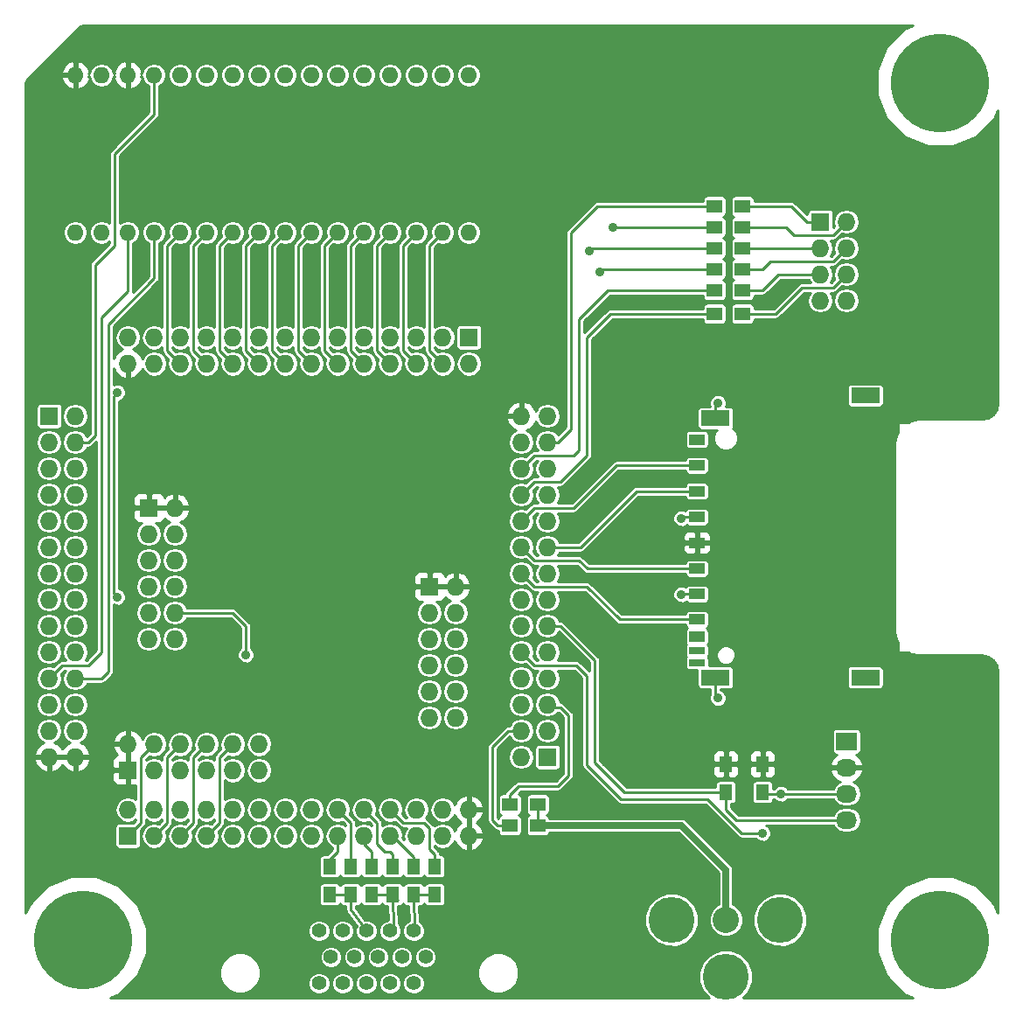
<source format=gbr>
G04 #@! TF.FileFunction,Copper,L1,Top,Signal*
%FSLAX46Y46*%
G04 Gerber Fmt 4.6, Leading zero omitted, Abs format (unit mm)*
G04 Created by KiCad (PCBNEW 4.0.1-stable) date 12/23/2016 9:48:38 PM*
%MOMM*%
G01*
G04 APERTURE LIST*
%ADD10C,0.150000*%
%ADD11C,9.525000*%
%ADD12R,1.727200X1.727200*%
%ADD13O,1.727200X1.727200*%
%ADD14O,1.600000X1.600000*%
%ADD15C,4.445000*%
%ADD16C,2.540000*%
%ADD17R,1.300000X1.500000*%
%ADD18R,1.500000X1.300000*%
%ADD19C,1.397000*%
%ADD20R,2.032000X1.727200*%
%ADD21O,2.032000X1.727200*%
%ADD22R,1.500000X0.700000*%
%ADD23R,1.500000X1.000000*%
%ADD24R,2.800000X1.500000*%
%ADD25C,0.889000*%
%ADD26C,0.254000*%
%ADD27C,0.635000*%
G04 APERTURE END LIST*
D10*
D11*
X99000000Y-16000000D03*
X99000000Y-99000000D03*
D12*
X20320000Y-88900000D03*
D13*
X20320000Y-86360000D03*
X22860000Y-88900000D03*
X22860000Y-86360000D03*
X25400000Y-88900000D03*
X25400000Y-86360000D03*
X27940000Y-88900000D03*
X27940000Y-86360000D03*
X30480000Y-88900000D03*
X30480000Y-86360000D03*
X33020000Y-88900000D03*
X33020000Y-86360000D03*
X35560000Y-88900000D03*
X35560000Y-86360000D03*
X38100000Y-88900000D03*
X38100000Y-86360000D03*
X40640000Y-88900000D03*
X40640000Y-86360000D03*
X43180000Y-88900000D03*
X43180000Y-86360000D03*
X45720000Y-88900000D03*
X45720000Y-86360000D03*
X48260000Y-88900000D03*
X48260000Y-86360000D03*
X50800000Y-88900000D03*
X50800000Y-86360000D03*
X53340000Y-88900000D03*
X53340000Y-86360000D03*
D12*
X60960000Y-81280000D03*
D13*
X58420000Y-81280000D03*
X60960000Y-78740000D03*
X58420000Y-78740000D03*
X60960000Y-76200000D03*
X58420000Y-76200000D03*
X60960000Y-73660000D03*
X58420000Y-73660000D03*
X60960000Y-71120000D03*
X58420000Y-71120000D03*
X60960000Y-68580000D03*
X58420000Y-68580000D03*
X60960000Y-66040000D03*
X58420000Y-66040000D03*
X60960000Y-63500000D03*
X58420000Y-63500000D03*
X60960000Y-60960000D03*
X58420000Y-60960000D03*
X60960000Y-58420000D03*
X58420000Y-58420000D03*
X60960000Y-55880000D03*
X58420000Y-55880000D03*
X60960000Y-53340000D03*
X58420000Y-53340000D03*
X60960000Y-50800000D03*
X58420000Y-50800000D03*
X60960000Y-48260000D03*
X58420000Y-48260000D03*
D12*
X53340000Y-40640000D03*
D13*
X53340000Y-43180000D03*
X50800000Y-40640000D03*
X50800000Y-43180000D03*
X48260000Y-40640000D03*
X48260000Y-43180000D03*
X45720000Y-40640000D03*
X45720000Y-43180000D03*
X43180000Y-40640000D03*
X43180000Y-43180000D03*
X40640000Y-40640000D03*
X40640000Y-43180000D03*
X38100000Y-40640000D03*
X38100000Y-43180000D03*
X35560000Y-40640000D03*
X35560000Y-43180000D03*
X33020000Y-40640000D03*
X33020000Y-43180000D03*
X30480000Y-40640000D03*
X30480000Y-43180000D03*
X27940000Y-40640000D03*
X27940000Y-43180000D03*
X25400000Y-40640000D03*
X25400000Y-43180000D03*
X22860000Y-40640000D03*
X22860000Y-43180000D03*
X20320000Y-40640000D03*
X20320000Y-43180000D03*
D12*
X12700000Y-48260000D03*
D13*
X15240000Y-48260000D03*
X12700000Y-50800000D03*
X15240000Y-50800000D03*
X12700000Y-53340000D03*
X15240000Y-53340000D03*
X12700000Y-55880000D03*
X15240000Y-55880000D03*
X12700000Y-58420000D03*
X15240000Y-58420000D03*
X12700000Y-60960000D03*
X15240000Y-60960000D03*
X12700000Y-63500000D03*
X15240000Y-63500000D03*
X12700000Y-66040000D03*
X15240000Y-66040000D03*
X12700000Y-68580000D03*
X15240000Y-68580000D03*
X12700000Y-71120000D03*
X15240000Y-71120000D03*
X12700000Y-73660000D03*
X15240000Y-73660000D03*
X12700000Y-76200000D03*
X15240000Y-76200000D03*
X12700000Y-78740000D03*
X15240000Y-78740000D03*
X12700000Y-81280000D03*
X15240000Y-81280000D03*
D14*
X15240000Y-30480000D03*
X17780000Y-30480000D03*
X20320000Y-30480000D03*
X22860000Y-30480000D03*
X25400000Y-30480000D03*
X27940000Y-30480000D03*
X30480000Y-30480000D03*
X33020000Y-30480000D03*
X35560000Y-30480000D03*
X38100000Y-30480000D03*
X40640000Y-30480000D03*
X43180000Y-30480000D03*
X45720000Y-30480000D03*
X48260000Y-30480000D03*
X50800000Y-30480000D03*
X53340000Y-30480000D03*
X53340000Y-15240000D03*
X50800000Y-15240000D03*
X48260000Y-15240000D03*
X45720000Y-15240000D03*
X43180000Y-15240000D03*
X40640000Y-15240000D03*
X38100000Y-15240000D03*
X35560000Y-15240000D03*
X33020000Y-15240000D03*
X30480000Y-15240000D03*
X27940000Y-15240000D03*
X25400000Y-15240000D03*
X22860000Y-15240000D03*
X20320000Y-15240000D03*
X17780000Y-15240000D03*
X15240000Y-15240000D03*
D15*
X78232000Y-102539800D03*
X83477100Y-97028000D03*
X72986900Y-97028000D03*
D16*
X78232000Y-97028000D03*
D12*
X20320000Y-82550000D03*
D13*
X20320000Y-80010000D03*
X22860000Y-82550000D03*
X22860000Y-80010000D03*
X25400000Y-82550000D03*
X25400000Y-80010000D03*
X27940000Y-82550000D03*
X27940000Y-80010000D03*
X30480000Y-82550000D03*
X30480000Y-80010000D03*
X33020000Y-82550000D03*
X33020000Y-80010000D03*
D17*
X48006000Y-91868000D03*
X48006000Y-94568000D03*
X50038000Y-91868000D03*
X50038000Y-94568000D03*
X43942000Y-91868000D03*
X43942000Y-94568000D03*
X45974000Y-91868000D03*
X45974000Y-94568000D03*
X41910000Y-91868000D03*
X41910000Y-94568000D03*
D18*
X57324000Y-85852000D03*
X60024000Y-85852000D03*
X57324000Y-87884000D03*
X60024000Y-87884000D03*
D17*
X81788000Y-81962000D03*
X81788000Y-84662000D03*
X78232000Y-81962000D03*
X78232000Y-84662000D03*
D18*
X77136000Y-27940000D03*
X79836000Y-27940000D03*
X77136000Y-32004000D03*
X79836000Y-32004000D03*
X77136000Y-36068000D03*
X79836000Y-36068000D03*
X79836000Y-29972000D03*
X77136000Y-29972000D03*
X79836000Y-34036000D03*
X77136000Y-34036000D03*
X79836000Y-38354000D03*
X77136000Y-38354000D03*
D19*
X43421300Y-98097340D03*
X45707300Y-98097340D03*
X47998380Y-98097340D03*
X41127680Y-98097340D03*
X38839140Y-98097340D03*
X42273220Y-100637340D03*
X44561760Y-100637340D03*
X46852840Y-100637340D03*
X49143920Y-100637340D03*
X39982140Y-100637340D03*
X47998380Y-103177340D03*
X45707300Y-103177340D03*
X43418760Y-103174800D03*
X41127680Y-103177340D03*
X38839140Y-103177340D03*
D20*
X89916000Y-79756000D03*
D21*
X89916000Y-82296000D03*
X89916000Y-84836000D03*
X89916000Y-87376000D03*
D12*
X87376000Y-29464000D03*
D13*
X89916000Y-29464000D03*
X87376000Y-32004000D03*
X89916000Y-32004000D03*
X87376000Y-34544000D03*
X89916000Y-34544000D03*
X87376000Y-37084000D03*
X89916000Y-37084000D03*
D11*
X16000000Y-99000000D03*
D17*
X39878000Y-91868000D03*
X39878000Y-94568000D03*
D22*
X75432000Y-72132000D03*
X75432000Y-70992000D03*
D23*
X75432000Y-55532000D03*
X75432000Y-53032000D03*
X75432000Y-58032000D03*
X75432000Y-60532000D03*
X75432000Y-63032000D03*
X75432000Y-65496000D03*
X75432000Y-67952000D03*
X75432000Y-69652000D03*
X75432000Y-50532000D03*
D24*
X77232000Y-48462000D03*
X77232000Y-73562000D03*
X91732000Y-73562000D03*
X91732000Y-46262000D03*
D12*
X22352000Y-57150000D03*
D13*
X24892000Y-57150000D03*
X22352000Y-59690000D03*
X24892000Y-59690000D03*
X22352000Y-62230000D03*
X24892000Y-62230000D03*
X22352000Y-64770000D03*
X24892000Y-64770000D03*
X22352000Y-67310000D03*
X24892000Y-67310000D03*
X22352000Y-69850000D03*
X24892000Y-69850000D03*
D12*
X49530000Y-64770000D03*
D13*
X52070000Y-64770000D03*
X49530000Y-67310000D03*
X52070000Y-67310000D03*
X49530000Y-69850000D03*
X52070000Y-69850000D03*
X49530000Y-72390000D03*
X52070000Y-72390000D03*
X49530000Y-74930000D03*
X52070000Y-74930000D03*
X49530000Y-77470000D03*
X52070000Y-77470000D03*
D25*
X77470000Y-75565000D03*
X77470000Y-46990000D03*
X73914000Y-65532000D03*
X73914000Y-58166000D03*
X19304000Y-45974000D03*
X19304000Y-65786000D03*
X81788000Y-88646000D03*
X83566000Y-84836000D03*
X67310000Y-29972000D03*
X66040000Y-34290000D03*
X65024000Y-32258000D03*
X31750000Y-71374000D03*
D26*
X77232000Y-73562000D02*
X77232000Y-75327000D01*
X77232000Y-75327000D02*
X77470000Y-75565000D01*
X77232000Y-48462000D02*
X77232000Y-47228000D01*
X77232000Y-47228000D02*
X77470000Y-46990000D01*
X75432000Y-65496000D02*
X73950000Y-65496000D01*
X73950000Y-65496000D02*
X73914000Y-65532000D01*
X75432000Y-58032000D02*
X74048000Y-58032000D01*
X74048000Y-58032000D02*
X73914000Y-58166000D01*
X39878000Y-91868000D02*
X39878000Y-91186000D01*
X40640000Y-90424000D02*
X40640000Y-88900000D01*
X39878000Y-91186000D02*
X40640000Y-90424000D01*
X40640000Y-86360000D02*
X41910000Y-87630000D01*
X41910000Y-87630000D02*
X41910000Y-91868000D01*
X43180000Y-88900000D02*
X43180000Y-89662000D01*
X43180000Y-89662000D02*
X43942000Y-90424000D01*
X43942000Y-90424000D02*
X43942000Y-91868000D01*
X43180000Y-86360000D02*
X44450000Y-87630000D01*
X45974000Y-90678000D02*
X45974000Y-91868000D01*
X45720000Y-90424000D02*
X45974000Y-90678000D01*
X45212000Y-90424000D02*
X45720000Y-90424000D01*
X44450000Y-89662000D02*
X45212000Y-90424000D01*
X44450000Y-87630000D02*
X44450000Y-89662000D01*
X50800000Y-43180000D02*
X49530000Y-41910000D01*
X49530000Y-31750000D02*
X50800000Y-30480000D01*
X49530000Y-41910000D02*
X49530000Y-31750000D01*
X48260000Y-43180000D02*
X46990000Y-41910000D01*
X46990000Y-31750000D02*
X48260000Y-30480000D01*
X46990000Y-41910000D02*
X46990000Y-31750000D01*
X45720000Y-43180000D02*
X44450000Y-41910000D01*
X44450000Y-31750000D02*
X45720000Y-30480000D01*
X44450000Y-41910000D02*
X44450000Y-31750000D01*
X43180000Y-43180000D02*
X41910000Y-41910000D01*
X41910000Y-31750000D02*
X43180000Y-30480000D01*
X41910000Y-41910000D02*
X41910000Y-31750000D01*
X40640000Y-43180000D02*
X39370000Y-41910000D01*
X39370000Y-31750000D02*
X40640000Y-30480000D01*
X39370000Y-41910000D02*
X39370000Y-31750000D01*
X38100000Y-43180000D02*
X36830000Y-41910000D01*
X36830000Y-31750000D02*
X38100000Y-30480000D01*
X36830000Y-41910000D02*
X36830000Y-31750000D01*
X35560000Y-43180000D02*
X34290000Y-41910000D01*
X34290000Y-31750000D02*
X35560000Y-30480000D01*
X34290000Y-41910000D02*
X34290000Y-31750000D01*
X33020000Y-43180000D02*
X31750000Y-41910000D01*
X31750000Y-31750000D02*
X33020000Y-30480000D01*
X31750000Y-41910000D02*
X31750000Y-31750000D01*
X30480000Y-43180000D02*
X29210000Y-41910000D01*
X29210000Y-31750000D02*
X30480000Y-30480000D01*
X29210000Y-41910000D02*
X29210000Y-31750000D01*
X27940000Y-43180000D02*
X26670000Y-41910000D01*
X26670000Y-31750000D02*
X27940000Y-30480000D01*
X26670000Y-41910000D02*
X26670000Y-31750000D01*
X25400000Y-43180000D02*
X24130000Y-41910000D01*
X24130000Y-31750000D02*
X25400000Y-30480000D01*
X24130000Y-41910000D02*
X24130000Y-31750000D01*
X18923002Y-46354998D02*
X19304000Y-45974000D01*
X18923002Y-65405002D02*
X18923002Y-46354998D01*
X19304000Y-65786000D02*
X18923002Y-65405002D01*
X12700000Y-73660000D02*
X13970000Y-72390000D01*
X13970000Y-72390000D02*
X16510000Y-72390000D01*
X17780000Y-71120000D02*
X17780000Y-38735000D01*
X16510000Y-72390000D02*
X17780000Y-71120000D01*
X20320000Y-30480000D02*
X20320000Y-36195000D01*
X20320000Y-36195000D02*
X17780000Y-38735000D01*
X15240000Y-73660000D02*
X17780000Y-73660000D01*
X18415000Y-73025000D02*
X18415000Y-39370000D01*
X17780000Y-73660000D02*
X18415000Y-73025000D01*
X15240000Y-73660000D02*
X15875000Y-73660000D01*
X22860000Y-34925000D02*
X22860000Y-30480000D01*
X18415000Y-39370000D02*
X22860000Y-34925000D01*
X15240000Y-50800000D02*
X16510000Y-50800000D01*
X22860000Y-19050000D02*
X22860000Y-15240000D01*
X19050000Y-22860000D02*
X22860000Y-19050000D01*
X19050000Y-31750000D02*
X19050000Y-22860000D01*
X17145000Y-33655000D02*
X19050000Y-31750000D01*
X17145000Y-50165000D02*
X17145000Y-33655000D01*
X16510000Y-50800000D02*
X17145000Y-50165000D01*
X59690000Y-72390000D02*
X63754000Y-72390000D01*
X63754000Y-72390000D02*
X64770000Y-73406000D01*
X68072000Y-85344000D02*
X76454000Y-85344000D01*
X64770000Y-82042000D02*
X68072000Y-85344000D01*
X64770000Y-73406000D02*
X64770000Y-82042000D01*
X79756000Y-88646000D02*
X81788000Y-88646000D01*
X76454000Y-85344000D02*
X79756000Y-88646000D01*
X58420000Y-71120000D02*
X59690000Y-72390000D01*
X89916000Y-84836000D02*
X83566000Y-84836000D01*
X58420000Y-71120000D02*
X58420000Y-71247000D01*
X58420000Y-71120000D02*
X58674000Y-71120000D01*
X83566000Y-84836000D02*
X81962000Y-84836000D01*
X81962000Y-84836000D02*
X81788000Y-84662000D01*
X60960000Y-68580000D02*
X62230000Y-68580000D01*
X68406000Y-84662000D02*
X78232000Y-84662000D01*
X65532000Y-81788000D02*
X68406000Y-84662000D01*
X65532000Y-71882000D02*
X65532000Y-81788000D01*
X62230000Y-68580000D02*
X65532000Y-71882000D01*
X78232000Y-86360000D02*
X78232000Y-84662000D01*
X79248000Y-87376000D02*
X78232000Y-86360000D01*
X89916000Y-87376000D02*
X79248000Y-87376000D01*
X60960000Y-58420000D02*
X61595000Y-58420000D01*
X67310000Y-29972000D02*
X77136000Y-29972000D01*
X66040000Y-34290000D02*
X66294000Y-34036000D01*
X66294000Y-34036000D02*
X77136000Y-34036000D01*
X77136000Y-38354000D02*
X67056000Y-38354000D01*
X62230000Y-54610000D02*
X59690000Y-54610000D01*
X64770000Y-52070000D02*
X62230000Y-54610000D01*
X64770000Y-40640000D02*
X64770000Y-52070000D01*
X67056000Y-38354000D02*
X64770000Y-40640000D01*
X59690000Y-54610000D02*
X58420000Y-55880000D01*
X60960000Y-53340000D02*
X60960000Y-52705000D01*
X60960000Y-53340000D02*
X60706000Y-53340000D01*
X65024000Y-32258000D02*
X65278000Y-32004000D01*
X65278000Y-32004000D02*
X77136000Y-32004000D01*
X58420000Y-53340000D02*
X59690000Y-52070000D01*
X59690000Y-52070000D02*
X63500000Y-52070000D01*
X63500000Y-52070000D02*
X64008000Y-51562000D01*
X64008000Y-51562000D02*
X64008000Y-38862000D01*
X64008000Y-38862000D02*
X66802000Y-36068000D01*
X66802000Y-36068000D02*
X77136000Y-36068000D01*
X60960000Y-50800000D02*
X61976000Y-50800000D01*
X65786000Y-27940000D02*
X77136000Y-27940000D01*
X63246000Y-30480000D02*
X65786000Y-27940000D01*
X63246000Y-49530000D02*
X63246000Y-30480000D01*
X61976000Y-50800000D02*
X63246000Y-49530000D01*
X57324000Y-87884000D02*
X56134000Y-87884000D01*
X57150000Y-78740000D02*
X58420000Y-78740000D01*
X55626000Y-80264000D02*
X57150000Y-78740000D01*
X55626000Y-87376000D02*
X55626000Y-80264000D01*
X56134000Y-87884000D02*
X55626000Y-87376000D01*
X58166000Y-84074000D02*
X61976000Y-84074000D01*
X62992000Y-83058000D02*
X62992000Y-77216000D01*
X61976000Y-84074000D02*
X62992000Y-83058000D01*
X62230000Y-76454000D02*
X61214000Y-76454000D01*
X62992000Y-77216000D02*
X62230000Y-76454000D01*
X61214000Y-76454000D02*
X60960000Y-76200000D01*
X57324000Y-85852000D02*
X57324000Y-84916000D01*
X57324000Y-84916000D02*
X58166000Y-84074000D01*
X60960000Y-76200000D02*
X61595000Y-76200000D01*
X75432000Y-53032000D02*
X67618000Y-53032000D01*
X67618000Y-53032000D02*
X63500000Y-57150000D01*
X58420000Y-58420000D02*
X59690000Y-57150000D01*
X59690000Y-57150000D02*
X63500000Y-57150000D01*
X75432000Y-63032000D02*
X64810000Y-63032000D01*
X64008000Y-62230000D02*
X59690000Y-62230000D01*
X64810000Y-63032000D02*
X64008000Y-62230000D01*
X59690000Y-62230000D02*
X58420000Y-60960000D01*
X20320000Y-88900000D02*
X21590000Y-87630000D01*
X21590000Y-81280000D02*
X22860000Y-80010000D01*
X21590000Y-87630000D02*
X21590000Y-81280000D01*
X22860000Y-88900000D02*
X24130000Y-87630000D01*
X24130000Y-81280000D02*
X25400000Y-80010000D01*
X24130000Y-87630000D02*
X24130000Y-81280000D01*
X25400000Y-88900000D02*
X26670000Y-87630000D01*
X26670000Y-81280000D02*
X27940000Y-80010000D01*
X26670000Y-87630000D02*
X26670000Y-81280000D01*
X27940000Y-88900000D02*
X29210000Y-87630000D01*
X29210000Y-81280000D02*
X30480000Y-80010000D01*
X29210000Y-87630000D02*
X29210000Y-81280000D01*
X45720000Y-88900000D02*
X45974000Y-88900000D01*
X45974000Y-88900000D02*
X48006000Y-90932000D01*
X48006000Y-90932000D02*
X48006000Y-91868000D01*
X45720000Y-88900000D02*
X45720000Y-89027000D01*
X50038000Y-91868000D02*
X50038000Y-90678000D01*
X46990000Y-87630000D02*
X45720000Y-86360000D01*
X49022000Y-87630000D02*
X46990000Y-87630000D01*
X49530000Y-88138000D02*
X49022000Y-87630000D01*
X49530000Y-90170000D02*
X49530000Y-88138000D01*
X50038000Y-90678000D02*
X49530000Y-90170000D01*
X49784000Y-91614000D02*
X50038000Y-91868000D01*
X45720000Y-86360000D02*
X45847000Y-86360000D01*
X87376000Y-29464000D02*
X86106000Y-29464000D01*
X84582000Y-27940000D02*
X79836000Y-27940000D01*
X86106000Y-29464000D02*
X84582000Y-27940000D01*
X84074000Y-29972000D02*
X79836000Y-29972000D01*
X84836000Y-30734000D02*
X84074000Y-29972000D01*
X88646000Y-30734000D02*
X84836000Y-30734000D01*
X89916000Y-29464000D02*
X88646000Y-30734000D01*
X87376000Y-32004000D02*
X79836000Y-32004000D01*
X89916000Y-32004000D02*
X88646000Y-33274000D01*
X88646000Y-33274000D02*
X82550000Y-33274000D01*
X82550000Y-33274000D02*
X81788000Y-34036000D01*
X81788000Y-34036000D02*
X79836000Y-34036000D01*
X81788000Y-36068000D02*
X79836000Y-36068000D01*
X83312000Y-34544000D02*
X81788000Y-36068000D01*
X87376000Y-34544000D02*
X83312000Y-34544000D01*
X83058000Y-38354000D02*
X79836000Y-38354000D01*
X85598000Y-35814000D02*
X83058000Y-38354000D01*
X88646000Y-35814000D02*
X85598000Y-35814000D01*
X89916000Y-34544000D02*
X88646000Y-35814000D01*
X41910000Y-94568000D02*
X41910000Y-96001840D01*
X41910000Y-96001840D02*
X43421300Y-98097340D01*
X39878000Y-94568000D02*
X41910000Y-94568000D01*
X41910000Y-94568000D02*
X42164000Y-94822000D01*
X45974000Y-94568000D02*
X46024800Y-97779840D01*
X46024800Y-97779840D02*
X45707300Y-98097340D01*
X43942000Y-94568000D02*
X45974000Y-94568000D01*
X45974000Y-94568000D02*
X46482000Y-95076000D01*
X48006000Y-94568000D02*
X48056800Y-98038920D01*
X48056800Y-98038920D02*
X47998380Y-98097340D01*
X48006000Y-94568000D02*
X50038000Y-94568000D01*
X50038000Y-94568000D02*
X50284380Y-94814380D01*
D27*
X60024000Y-87884000D02*
X73914000Y-87884000D01*
X73914000Y-87884000D02*
X78232000Y-92202000D01*
X78232000Y-92202000D02*
X78232000Y-97028000D01*
D26*
X78232000Y-92202000D02*
X78232000Y-97028000D01*
X60024000Y-87884000D02*
X60024000Y-85852000D01*
X24892000Y-67310000D02*
X30480000Y-67310000D01*
X31750000Y-68580000D02*
X31750000Y-71374000D01*
X30480000Y-67310000D02*
X31750000Y-68580000D01*
X75432000Y-67952000D02*
X67952000Y-67952000D01*
X67952000Y-67952000D02*
X64770000Y-64770000D01*
X58420000Y-63500000D02*
X59690000Y-64770000D01*
X59690000Y-64770000D02*
X64770000Y-64770000D01*
X75432000Y-55532000D02*
X69563000Y-55532000D01*
X69563000Y-55532000D02*
X64135000Y-60960000D01*
X60960000Y-60960000D02*
X64135000Y-60960000D01*
G36*
X95515482Y-10775185D02*
X93781275Y-12506368D01*
X92841571Y-14769425D01*
X92839433Y-17219825D01*
X93775185Y-19484518D01*
X95506368Y-21218725D01*
X97769425Y-22158429D01*
X100219825Y-22160567D01*
X102484518Y-21224815D01*
X104218725Y-19493632D01*
X104569000Y-18650077D01*
X104569000Y-46957548D01*
X104441766Y-47597198D01*
X104103479Y-48103481D01*
X103597197Y-48441767D01*
X102957552Y-48569000D01*
X97000000Y-48569000D01*
X96958364Y-48577282D01*
X96915916Y-48577282D01*
X96150554Y-48729522D01*
X95995182Y-48793878D01*
X95876767Y-48873000D01*
X95000000Y-48873000D01*
X94950590Y-48883006D01*
X94908965Y-48911447D01*
X94881685Y-48953841D01*
X94873000Y-49000000D01*
X94873000Y-49876766D01*
X94793877Y-49995182D01*
X94748371Y-50105043D01*
X94729522Y-50150549D01*
X94577282Y-50915916D01*
X94577282Y-50958364D01*
X94569000Y-51000000D01*
X94569000Y-69000000D01*
X94577282Y-69041636D01*
X94577282Y-69084084D01*
X94729522Y-69849451D01*
X94740271Y-69875400D01*
X94793877Y-70004818D01*
X94873000Y-70123234D01*
X94873000Y-71000000D01*
X94883006Y-71049410D01*
X94911447Y-71091035D01*
X94953841Y-71118315D01*
X95000000Y-71127000D01*
X95876767Y-71127000D01*
X95995182Y-71206122D01*
X96150550Y-71270478D01*
X96150554Y-71270478D01*
X96915916Y-71422718D01*
X96958364Y-71422718D01*
X97000000Y-71431000D01*
X102957552Y-71431000D01*
X103597197Y-71558233D01*
X104103479Y-71896519D01*
X104441766Y-72402802D01*
X104569000Y-73042452D01*
X104569000Y-96348473D01*
X104224815Y-95515482D01*
X102493632Y-93781275D01*
X100230575Y-92841571D01*
X97780175Y-92839433D01*
X95515482Y-93775185D01*
X93781275Y-95506368D01*
X92841571Y-97769425D01*
X92839433Y-100219825D01*
X93775185Y-102484518D01*
X95506368Y-104218725D01*
X96349923Y-104569000D01*
X79884378Y-104569000D01*
X80437853Y-104016490D01*
X80835047Y-103059940D01*
X80835951Y-102024204D01*
X80440427Y-101066962D01*
X79708690Y-100333947D01*
X78752140Y-99936753D01*
X77716404Y-99935849D01*
X76759162Y-100331373D01*
X76026147Y-101063110D01*
X75628953Y-102019660D01*
X75628049Y-103055396D01*
X76023573Y-104012638D01*
X76578965Y-104569000D01*
X18651527Y-104569000D01*
X19484518Y-104224815D01*
X21143329Y-102568896D01*
X29212397Y-102568896D01*
X29513351Y-103297260D01*
X30070129Y-103855011D01*
X30797966Y-104157235D01*
X31586056Y-104157923D01*
X32314420Y-103856969D01*
X32781079Y-103391124D01*
X37759453Y-103391124D01*
X37923451Y-103788029D01*
X38226854Y-104091962D01*
X38623472Y-104256653D01*
X39052924Y-104257027D01*
X39449829Y-104093029D01*
X39753762Y-103789626D01*
X39918453Y-103393008D01*
X39918454Y-103391124D01*
X40047993Y-103391124D01*
X40211991Y-103788029D01*
X40515394Y-104091962D01*
X40912012Y-104256653D01*
X41341464Y-104257027D01*
X41738369Y-104093029D01*
X42042302Y-103789626D01*
X42206993Y-103393008D01*
X42206996Y-103388584D01*
X42339073Y-103388584D01*
X42503071Y-103785489D01*
X42806474Y-104089422D01*
X43203092Y-104254113D01*
X43632544Y-104254487D01*
X44029449Y-104090489D01*
X44333382Y-103787086D01*
X44497800Y-103391124D01*
X44627613Y-103391124D01*
X44791611Y-103788029D01*
X45095014Y-104091962D01*
X45491632Y-104256653D01*
X45921084Y-104257027D01*
X46317989Y-104093029D01*
X46621922Y-103789626D01*
X46786613Y-103393008D01*
X46786614Y-103391124D01*
X46918693Y-103391124D01*
X47082691Y-103788029D01*
X47386094Y-104091962D01*
X47782712Y-104256653D01*
X48212164Y-104257027D01*
X48609069Y-104093029D01*
X48913002Y-103789626D01*
X49077693Y-103393008D01*
X49078067Y-102963556D01*
X48914997Y-102568896D01*
X54200917Y-102568896D01*
X54501871Y-103297260D01*
X55058649Y-103855011D01*
X55786486Y-104157235D01*
X56574576Y-104157923D01*
X57302940Y-103856969D01*
X57860691Y-103300191D01*
X58162915Y-102572354D01*
X58163603Y-101784264D01*
X57862649Y-101055900D01*
X57305871Y-100498149D01*
X56578034Y-100195925D01*
X55789944Y-100195237D01*
X55061580Y-100496191D01*
X54503829Y-101052969D01*
X54201605Y-101780806D01*
X54200917Y-102568896D01*
X48914997Y-102568896D01*
X48914069Y-102566651D01*
X48610666Y-102262718D01*
X48214048Y-102098027D01*
X47784596Y-102097653D01*
X47387691Y-102261651D01*
X47083758Y-102565054D01*
X46919067Y-102961672D01*
X46918693Y-103391124D01*
X46786614Y-103391124D01*
X46786987Y-102963556D01*
X46622989Y-102566651D01*
X46319586Y-102262718D01*
X45922968Y-102098027D01*
X45493516Y-102097653D01*
X45096611Y-102261651D01*
X44792678Y-102565054D01*
X44627987Y-102961672D01*
X44627613Y-103391124D01*
X44497800Y-103391124D01*
X44498073Y-103390468D01*
X44498447Y-102961016D01*
X44334449Y-102564111D01*
X44031046Y-102260178D01*
X43634428Y-102095487D01*
X43204976Y-102095113D01*
X42808071Y-102259111D01*
X42504138Y-102562514D01*
X42339447Y-102959132D01*
X42339073Y-103388584D01*
X42206996Y-103388584D01*
X42207367Y-102963556D01*
X42043369Y-102566651D01*
X41739966Y-102262718D01*
X41343348Y-102098027D01*
X40913896Y-102097653D01*
X40516991Y-102261651D01*
X40213058Y-102565054D01*
X40048367Y-102961672D01*
X40047993Y-103391124D01*
X39918454Y-103391124D01*
X39918827Y-102963556D01*
X39754829Y-102566651D01*
X39451426Y-102262718D01*
X39054808Y-102098027D01*
X38625356Y-102097653D01*
X38228451Y-102261651D01*
X37924518Y-102565054D01*
X37759827Y-102961672D01*
X37759453Y-103391124D01*
X32781079Y-103391124D01*
X32872171Y-103300191D01*
X33174395Y-102572354D01*
X33175083Y-101784264D01*
X32874129Y-101055900D01*
X32669711Y-100851124D01*
X38902453Y-100851124D01*
X39066451Y-101248029D01*
X39369854Y-101551962D01*
X39766472Y-101716653D01*
X40195924Y-101717027D01*
X40592829Y-101553029D01*
X40896762Y-101249626D01*
X41061453Y-100853008D01*
X41061454Y-100851124D01*
X41193533Y-100851124D01*
X41357531Y-101248029D01*
X41660934Y-101551962D01*
X42057552Y-101716653D01*
X42487004Y-101717027D01*
X42883909Y-101553029D01*
X43187842Y-101249626D01*
X43352533Y-100853008D01*
X43352534Y-100851124D01*
X43482073Y-100851124D01*
X43646071Y-101248029D01*
X43949474Y-101551962D01*
X44346092Y-101716653D01*
X44775544Y-101717027D01*
X45172449Y-101553029D01*
X45476382Y-101249626D01*
X45641073Y-100853008D01*
X45641074Y-100851124D01*
X45773153Y-100851124D01*
X45937151Y-101248029D01*
X46240554Y-101551962D01*
X46637172Y-101716653D01*
X47066624Y-101717027D01*
X47463529Y-101553029D01*
X47767462Y-101249626D01*
X47932153Y-100853008D01*
X47932154Y-100851124D01*
X48064233Y-100851124D01*
X48228231Y-101248029D01*
X48531634Y-101551962D01*
X48928252Y-101716653D01*
X49357704Y-101717027D01*
X49754609Y-101553029D01*
X50058542Y-101249626D01*
X50223233Y-100853008D01*
X50223607Y-100423556D01*
X50059609Y-100026651D01*
X49756206Y-99722718D01*
X49359588Y-99558027D01*
X48930136Y-99557653D01*
X48533231Y-99721651D01*
X48229298Y-100025054D01*
X48064607Y-100421672D01*
X48064233Y-100851124D01*
X47932154Y-100851124D01*
X47932527Y-100423556D01*
X47768529Y-100026651D01*
X47465126Y-99722718D01*
X47068508Y-99558027D01*
X46639056Y-99557653D01*
X46242151Y-99721651D01*
X45938218Y-100025054D01*
X45773527Y-100421672D01*
X45773153Y-100851124D01*
X45641074Y-100851124D01*
X45641447Y-100423556D01*
X45477449Y-100026651D01*
X45174046Y-99722718D01*
X44777428Y-99558027D01*
X44347976Y-99557653D01*
X43951071Y-99721651D01*
X43647138Y-100025054D01*
X43482447Y-100421672D01*
X43482073Y-100851124D01*
X43352534Y-100851124D01*
X43352907Y-100423556D01*
X43188909Y-100026651D01*
X42885506Y-99722718D01*
X42488888Y-99558027D01*
X42059436Y-99557653D01*
X41662531Y-99721651D01*
X41358598Y-100025054D01*
X41193907Y-100421672D01*
X41193533Y-100851124D01*
X41061454Y-100851124D01*
X41061827Y-100423556D01*
X40897829Y-100026651D01*
X40594426Y-99722718D01*
X40197808Y-99558027D01*
X39768356Y-99557653D01*
X39371451Y-99721651D01*
X39067518Y-100025054D01*
X38902827Y-100421672D01*
X38902453Y-100851124D01*
X32669711Y-100851124D01*
X32317351Y-100498149D01*
X31589514Y-100195925D01*
X30801424Y-100195237D01*
X30073060Y-100496191D01*
X29515309Y-101052969D01*
X29213085Y-101780806D01*
X29212397Y-102568896D01*
X21143329Y-102568896D01*
X21218725Y-102493632D01*
X22158429Y-100230575D01*
X22160103Y-98311124D01*
X37759453Y-98311124D01*
X37923451Y-98708029D01*
X38226854Y-99011962D01*
X38623472Y-99176653D01*
X39052924Y-99177027D01*
X39449829Y-99013029D01*
X39753762Y-98709626D01*
X39918453Y-98313008D01*
X39918454Y-98311124D01*
X40047993Y-98311124D01*
X40211991Y-98708029D01*
X40515394Y-99011962D01*
X40912012Y-99176653D01*
X41341464Y-99177027D01*
X41738369Y-99013029D01*
X42042302Y-98709626D01*
X42206993Y-98313008D01*
X42207367Y-97883556D01*
X42043369Y-97486651D01*
X41739966Y-97182718D01*
X41343348Y-97018027D01*
X40913896Y-97017653D01*
X40516991Y-97181651D01*
X40213058Y-97485054D01*
X40048367Y-97881672D01*
X40047993Y-98311124D01*
X39918454Y-98311124D01*
X39918827Y-97883556D01*
X39754829Y-97486651D01*
X39451426Y-97182718D01*
X39054808Y-97018027D01*
X38625356Y-97017653D01*
X38228451Y-97181651D01*
X37924518Y-97485054D01*
X37759827Y-97881672D01*
X37759453Y-98311124D01*
X22160103Y-98311124D01*
X22160567Y-97780175D01*
X21224815Y-95515482D01*
X19530293Y-93818000D01*
X38839536Y-93818000D01*
X38839536Y-95318000D01*
X38866103Y-95459190D01*
X38949546Y-95588865D01*
X39076866Y-95675859D01*
X39228000Y-95706464D01*
X40528000Y-95706464D01*
X40669190Y-95679897D01*
X40798865Y-95596454D01*
X40885859Y-95469134D01*
X40893176Y-95433003D01*
X40898103Y-95459190D01*
X40981546Y-95588865D01*
X41108866Y-95675859D01*
X41260000Y-95706464D01*
X41402000Y-95706464D01*
X41402000Y-96001840D01*
X41413514Y-96059723D01*
X41415624Y-96118702D01*
X41432667Y-96156013D01*
X41440669Y-96196243D01*
X41473457Y-96245314D01*
X41497978Y-96298996D01*
X42450665Y-97619948D01*
X42341987Y-97881672D01*
X42341613Y-98311124D01*
X42505611Y-98708029D01*
X42809014Y-99011962D01*
X43205632Y-99176653D01*
X43635084Y-99177027D01*
X44031989Y-99013029D01*
X44335922Y-98709626D01*
X44500613Y-98313008D01*
X44500987Y-97883556D01*
X44336989Y-97486651D01*
X44033586Y-97182718D01*
X43636968Y-97018027D01*
X43268990Y-97017707D01*
X42418000Y-95837763D01*
X42418000Y-95706464D01*
X42560000Y-95706464D01*
X42701190Y-95679897D01*
X42830865Y-95596454D01*
X42917859Y-95469134D01*
X42925176Y-95433003D01*
X42930103Y-95459190D01*
X43013546Y-95588865D01*
X43140866Y-95675859D01*
X43292000Y-95706464D01*
X44592000Y-95706464D01*
X44733190Y-95679897D01*
X44862865Y-95596454D01*
X44949859Y-95469134D01*
X44957176Y-95433003D01*
X44962103Y-95459190D01*
X45045546Y-95588865D01*
X45172866Y-95675859D01*
X45324000Y-95706464D01*
X45483943Y-95706464D01*
X45504682Y-97017663D01*
X45493516Y-97017653D01*
X45096611Y-97181651D01*
X44792678Y-97485054D01*
X44627987Y-97881672D01*
X44627613Y-98311124D01*
X44791611Y-98708029D01*
X45095014Y-99011962D01*
X45491632Y-99176653D01*
X45921084Y-99177027D01*
X46317989Y-99013029D01*
X46621922Y-98709626D01*
X46786613Y-98313008D01*
X46786987Y-97883556D01*
X46622989Y-97486651D01*
X46526700Y-97390194D01*
X46500070Y-95706464D01*
X46624000Y-95706464D01*
X46765190Y-95679897D01*
X46894865Y-95596454D01*
X46981859Y-95469134D01*
X46989176Y-95433003D01*
X46994103Y-95459190D01*
X47077546Y-95588865D01*
X47204866Y-95675859D01*
X47356000Y-95706464D01*
X47514608Y-95706464D01*
X47535306Y-97120658D01*
X47387691Y-97181651D01*
X47083758Y-97485054D01*
X46919067Y-97881672D01*
X46918693Y-98311124D01*
X47082691Y-98708029D01*
X47386094Y-99011962D01*
X47782712Y-99176653D01*
X48212164Y-99177027D01*
X48609069Y-99013029D01*
X48913002Y-98709626D01*
X49077693Y-98313008D01*
X49078067Y-97883556D01*
X48937599Y-97543596D01*
X70382949Y-97543596D01*
X70778473Y-98500838D01*
X71510210Y-99233853D01*
X72466760Y-99631047D01*
X73502496Y-99631951D01*
X74459738Y-99236427D01*
X75192753Y-98504690D01*
X75589947Y-97548140D01*
X75590851Y-96512404D01*
X75195327Y-95555162D01*
X74463590Y-94822147D01*
X73507040Y-94424953D01*
X72471304Y-94424049D01*
X71514062Y-94819573D01*
X70781047Y-95551310D01*
X70383853Y-96507860D01*
X70382949Y-97543596D01*
X48937599Y-97543596D01*
X48914069Y-97486651D01*
X48610666Y-97182718D01*
X48551967Y-97158344D01*
X48530717Y-95706464D01*
X48656000Y-95706464D01*
X48797190Y-95679897D01*
X48926865Y-95596454D01*
X49013859Y-95469134D01*
X49021176Y-95433003D01*
X49026103Y-95459190D01*
X49109546Y-95588865D01*
X49236866Y-95675859D01*
X49388000Y-95706464D01*
X50688000Y-95706464D01*
X50829190Y-95679897D01*
X50958865Y-95596454D01*
X51045859Y-95469134D01*
X51076464Y-95318000D01*
X51076464Y-93818000D01*
X51049897Y-93676810D01*
X50966454Y-93547135D01*
X50839134Y-93460141D01*
X50688000Y-93429536D01*
X49388000Y-93429536D01*
X49246810Y-93456103D01*
X49117135Y-93539546D01*
X49030141Y-93666866D01*
X49022824Y-93702997D01*
X49017897Y-93676810D01*
X48934454Y-93547135D01*
X48807134Y-93460141D01*
X48656000Y-93429536D01*
X47356000Y-93429536D01*
X47214810Y-93456103D01*
X47085135Y-93539546D01*
X46998141Y-93666866D01*
X46990824Y-93702997D01*
X46985897Y-93676810D01*
X46902454Y-93547135D01*
X46775134Y-93460141D01*
X46624000Y-93429536D01*
X45324000Y-93429536D01*
X45182810Y-93456103D01*
X45053135Y-93539546D01*
X44966141Y-93666866D01*
X44958824Y-93702997D01*
X44953897Y-93676810D01*
X44870454Y-93547135D01*
X44743134Y-93460141D01*
X44592000Y-93429536D01*
X43292000Y-93429536D01*
X43150810Y-93456103D01*
X43021135Y-93539546D01*
X42934141Y-93666866D01*
X42926824Y-93702997D01*
X42921897Y-93676810D01*
X42838454Y-93547135D01*
X42711134Y-93460141D01*
X42560000Y-93429536D01*
X41260000Y-93429536D01*
X41118810Y-93456103D01*
X40989135Y-93539546D01*
X40902141Y-93666866D01*
X40894824Y-93702997D01*
X40889897Y-93676810D01*
X40806454Y-93547135D01*
X40679134Y-93460141D01*
X40528000Y-93429536D01*
X39228000Y-93429536D01*
X39086810Y-93456103D01*
X38957135Y-93539546D01*
X38870141Y-93666866D01*
X38839536Y-93818000D01*
X19530293Y-93818000D01*
X19493632Y-93781275D01*
X17230575Y-92841571D01*
X14780175Y-92839433D01*
X12515482Y-93775185D01*
X10781275Y-95506368D01*
X10431000Y-96349923D01*
X10431000Y-91118000D01*
X38839536Y-91118000D01*
X38839536Y-92618000D01*
X38866103Y-92759190D01*
X38949546Y-92888865D01*
X39076866Y-92975859D01*
X39228000Y-93006464D01*
X40528000Y-93006464D01*
X40669190Y-92979897D01*
X40798865Y-92896454D01*
X40885859Y-92769134D01*
X40893176Y-92733003D01*
X40898103Y-92759190D01*
X40981546Y-92888865D01*
X41108866Y-92975859D01*
X41260000Y-93006464D01*
X42560000Y-93006464D01*
X42701190Y-92979897D01*
X42830865Y-92896454D01*
X42917859Y-92769134D01*
X42925176Y-92733003D01*
X42930103Y-92759190D01*
X43013546Y-92888865D01*
X43140866Y-92975859D01*
X43292000Y-93006464D01*
X44592000Y-93006464D01*
X44733190Y-92979897D01*
X44862865Y-92896454D01*
X44949859Y-92769134D01*
X44957176Y-92733003D01*
X44962103Y-92759190D01*
X45045546Y-92888865D01*
X45172866Y-92975859D01*
X45324000Y-93006464D01*
X46624000Y-93006464D01*
X46765190Y-92979897D01*
X46894865Y-92896454D01*
X46981859Y-92769134D01*
X46989176Y-92733003D01*
X46994103Y-92759190D01*
X47077546Y-92888865D01*
X47204866Y-92975859D01*
X47356000Y-93006464D01*
X48656000Y-93006464D01*
X48797190Y-92979897D01*
X48926865Y-92896454D01*
X49013859Y-92769134D01*
X49021176Y-92733003D01*
X49026103Y-92759190D01*
X49109546Y-92888865D01*
X49236866Y-92975859D01*
X49388000Y-93006464D01*
X50688000Y-93006464D01*
X50829190Y-92979897D01*
X50958865Y-92896454D01*
X51045859Y-92769134D01*
X51076464Y-92618000D01*
X51076464Y-91118000D01*
X51049897Y-90976810D01*
X50966454Y-90847135D01*
X50839134Y-90760141D01*
X50688000Y-90729536D01*
X50546000Y-90729536D01*
X50546000Y-90678000D01*
X50507331Y-90483597D01*
X50421377Y-90354958D01*
X50397210Y-90318789D01*
X50038000Y-89959580D01*
X50038000Y-89883336D01*
X50323712Y-90074243D01*
X50800000Y-90168983D01*
X51276288Y-90074243D01*
X51680065Y-89804448D01*
X51949860Y-89400671D01*
X51950324Y-89398338D01*
X52133179Y-89788490D01*
X52565053Y-90182688D01*
X52980974Y-90354958D01*
X53213000Y-90233817D01*
X53213000Y-89027000D01*
X53467000Y-89027000D01*
X53467000Y-90233817D01*
X53699026Y-90354958D01*
X54114947Y-90182688D01*
X54546821Y-89788490D01*
X54794968Y-89259027D01*
X54674469Y-89027000D01*
X53467000Y-89027000D01*
X53213000Y-89027000D01*
X53193000Y-89027000D01*
X53193000Y-88773000D01*
X53213000Y-88773000D01*
X53213000Y-86487000D01*
X53467000Y-86487000D01*
X53467000Y-88773000D01*
X54674469Y-88773000D01*
X54794968Y-88540973D01*
X54546821Y-88011510D01*
X54128848Y-87630000D01*
X54546821Y-87248490D01*
X54794968Y-86719027D01*
X54674469Y-86487000D01*
X53467000Y-86487000D01*
X53213000Y-86487000D01*
X53193000Y-86487000D01*
X53193000Y-86233000D01*
X53213000Y-86233000D01*
X53213000Y-85026183D01*
X53467000Y-85026183D01*
X53467000Y-86233000D01*
X54674469Y-86233000D01*
X54794968Y-86000973D01*
X54546821Y-85471510D01*
X54114947Y-85077312D01*
X53699026Y-84905042D01*
X53467000Y-85026183D01*
X53213000Y-85026183D01*
X52980974Y-84905042D01*
X52565053Y-85077312D01*
X52133179Y-85471510D01*
X51950324Y-85861662D01*
X51949860Y-85859329D01*
X51680065Y-85455552D01*
X51276288Y-85185757D01*
X50800000Y-85091017D01*
X50323712Y-85185757D01*
X49919935Y-85455552D01*
X49650140Y-85859329D01*
X49555400Y-86335617D01*
X49555400Y-86384383D01*
X49650140Y-86860671D01*
X49919935Y-87264448D01*
X50323712Y-87534243D01*
X50800000Y-87628983D01*
X51276288Y-87534243D01*
X51680065Y-87264448D01*
X51949860Y-86860671D01*
X51950324Y-86858338D01*
X52133179Y-87248490D01*
X52551152Y-87630000D01*
X52133179Y-88011510D01*
X51950324Y-88401662D01*
X51949860Y-88399329D01*
X51680065Y-87995552D01*
X51276288Y-87725757D01*
X50800000Y-87631017D01*
X50323712Y-87725757D01*
X49998825Y-87942840D01*
X49938320Y-87852288D01*
X49889210Y-87778789D01*
X49381210Y-87270790D01*
X49216403Y-87160669D01*
X49210229Y-87159441D01*
X49409860Y-86860671D01*
X49504600Y-86384383D01*
X49504600Y-86335617D01*
X49409860Y-85859329D01*
X49140065Y-85455552D01*
X48736288Y-85185757D01*
X48260000Y-85091017D01*
X47783712Y-85185757D01*
X47379935Y-85455552D01*
X47110140Y-85859329D01*
X47015400Y-86335617D01*
X47015400Y-86384383D01*
X47110140Y-86860671D01*
X47284754Y-87122000D01*
X47200420Y-87122000D01*
X46881346Y-86802926D01*
X46964600Y-86384383D01*
X46964600Y-86335617D01*
X46869860Y-85859329D01*
X46600065Y-85455552D01*
X46196288Y-85185757D01*
X45720000Y-85091017D01*
X45243712Y-85185757D01*
X44839935Y-85455552D01*
X44570140Y-85859329D01*
X44475400Y-86335617D01*
X44475400Y-86384383D01*
X44570140Y-86860671D01*
X44839935Y-87264448D01*
X45243712Y-87534243D01*
X45720000Y-87628983D01*
X46179218Y-87537638D01*
X46630790Y-87989210D01*
X46795596Y-88099331D01*
X46827850Y-88105746D01*
X46990000Y-88138000D01*
X47284754Y-88138000D01*
X47110140Y-88399329D01*
X47015400Y-88875617D01*
X47015400Y-88924383D01*
X47089543Y-89297123D01*
X46923488Y-89131068D01*
X46964600Y-88924383D01*
X46964600Y-88875617D01*
X46869860Y-88399329D01*
X46600065Y-87995552D01*
X46196288Y-87725757D01*
X45720000Y-87631017D01*
X45243712Y-87725757D01*
X44958000Y-87916664D01*
X44958000Y-87630000D01*
X44919331Y-87435597D01*
X44919331Y-87435596D01*
X44809210Y-87270790D01*
X44341346Y-86802926D01*
X44424600Y-86384383D01*
X44424600Y-86335617D01*
X44329860Y-85859329D01*
X44060065Y-85455552D01*
X43656288Y-85185757D01*
X43180000Y-85091017D01*
X42703712Y-85185757D01*
X42299935Y-85455552D01*
X42030140Y-85859329D01*
X41935400Y-86335617D01*
X41935400Y-86384383D01*
X42030140Y-86860671D01*
X42299935Y-87264448D01*
X42703712Y-87534243D01*
X43180000Y-87628983D01*
X43639218Y-87537638D01*
X43942000Y-87840420D01*
X43942000Y-87916664D01*
X43656288Y-87725757D01*
X43180000Y-87631017D01*
X42703712Y-87725757D01*
X42418000Y-87916664D01*
X42418000Y-87630000D01*
X42379331Y-87435597D01*
X42379331Y-87435596D01*
X42269210Y-87270790D01*
X41801346Y-86802926D01*
X41884600Y-86384383D01*
X41884600Y-86335617D01*
X41789860Y-85859329D01*
X41520065Y-85455552D01*
X41116288Y-85185757D01*
X40640000Y-85091017D01*
X40163712Y-85185757D01*
X39759935Y-85455552D01*
X39490140Y-85859329D01*
X39395400Y-86335617D01*
X39395400Y-86384383D01*
X39490140Y-86860671D01*
X39759935Y-87264448D01*
X40163712Y-87534243D01*
X40640000Y-87628983D01*
X41099218Y-87537638D01*
X41402000Y-87840420D01*
X41402000Y-87916664D01*
X41116288Y-87725757D01*
X40640000Y-87631017D01*
X40163712Y-87725757D01*
X39759935Y-87995552D01*
X39490140Y-88399329D01*
X39395400Y-88875617D01*
X39395400Y-88924383D01*
X39490140Y-89400671D01*
X39759935Y-89804448D01*
X40132000Y-90053054D01*
X40132000Y-90213580D01*
X39616044Y-90729536D01*
X39228000Y-90729536D01*
X39086810Y-90756103D01*
X38957135Y-90839546D01*
X38870141Y-90966866D01*
X38839536Y-91118000D01*
X10431000Y-91118000D01*
X10431000Y-88036400D01*
X19067936Y-88036400D01*
X19067936Y-89763600D01*
X19094503Y-89904790D01*
X19177946Y-90034465D01*
X19305266Y-90121459D01*
X19456400Y-90152064D01*
X21183600Y-90152064D01*
X21324790Y-90125497D01*
X21454465Y-90042054D01*
X21541459Y-89914734D01*
X21572064Y-89763600D01*
X21572064Y-88366356D01*
X21949210Y-87989210D01*
X22059331Y-87824404D01*
X22068404Y-87778789D01*
X22098000Y-87630000D01*
X22098000Y-87343336D01*
X22383712Y-87534243D01*
X22860000Y-87628983D01*
X23336288Y-87534243D01*
X23622000Y-87343336D01*
X23622000Y-87419580D01*
X23319218Y-87722362D01*
X22860000Y-87631017D01*
X22383712Y-87725757D01*
X21979935Y-87995552D01*
X21710140Y-88399329D01*
X21615400Y-88875617D01*
X21615400Y-88924383D01*
X21710140Y-89400671D01*
X21979935Y-89804448D01*
X22383712Y-90074243D01*
X22860000Y-90168983D01*
X23336288Y-90074243D01*
X23740065Y-89804448D01*
X24009860Y-89400671D01*
X24104600Y-88924383D01*
X24104600Y-88875617D01*
X24021346Y-88457074D01*
X24489210Y-87989210D01*
X24599331Y-87824404D01*
X24608404Y-87778789D01*
X24638000Y-87630000D01*
X24638000Y-87343336D01*
X24923712Y-87534243D01*
X25400000Y-87628983D01*
X25876288Y-87534243D01*
X26162000Y-87343336D01*
X26162000Y-87419580D01*
X25859218Y-87722362D01*
X25400000Y-87631017D01*
X24923712Y-87725757D01*
X24519935Y-87995552D01*
X24250140Y-88399329D01*
X24155400Y-88875617D01*
X24155400Y-88924383D01*
X24250140Y-89400671D01*
X24519935Y-89804448D01*
X24923712Y-90074243D01*
X25400000Y-90168983D01*
X25876288Y-90074243D01*
X26280065Y-89804448D01*
X26549860Y-89400671D01*
X26644600Y-88924383D01*
X26644600Y-88875617D01*
X26561346Y-88457074D01*
X27029210Y-87989210D01*
X27139331Y-87824404D01*
X27148404Y-87778789D01*
X27178000Y-87630000D01*
X27178000Y-87343336D01*
X27463712Y-87534243D01*
X27940000Y-87628983D01*
X28416288Y-87534243D01*
X28702000Y-87343336D01*
X28702000Y-87419580D01*
X28399218Y-87722362D01*
X27940000Y-87631017D01*
X27463712Y-87725757D01*
X27059935Y-87995552D01*
X26790140Y-88399329D01*
X26695400Y-88875617D01*
X26695400Y-88924383D01*
X26790140Y-89400671D01*
X27059935Y-89804448D01*
X27463712Y-90074243D01*
X27940000Y-90168983D01*
X28416288Y-90074243D01*
X28820065Y-89804448D01*
X29089860Y-89400671D01*
X29184600Y-88924383D01*
X29184600Y-88875617D01*
X29235400Y-88875617D01*
X29235400Y-88924383D01*
X29330140Y-89400671D01*
X29599935Y-89804448D01*
X30003712Y-90074243D01*
X30480000Y-90168983D01*
X30956288Y-90074243D01*
X31360065Y-89804448D01*
X31629860Y-89400671D01*
X31724600Y-88924383D01*
X31724600Y-88875617D01*
X31775400Y-88875617D01*
X31775400Y-88924383D01*
X31870140Y-89400671D01*
X32139935Y-89804448D01*
X32543712Y-90074243D01*
X33020000Y-90168983D01*
X33496288Y-90074243D01*
X33900065Y-89804448D01*
X34169860Y-89400671D01*
X34264600Y-88924383D01*
X34264600Y-88875617D01*
X34315400Y-88875617D01*
X34315400Y-88924383D01*
X34410140Y-89400671D01*
X34679935Y-89804448D01*
X35083712Y-90074243D01*
X35560000Y-90168983D01*
X36036288Y-90074243D01*
X36440065Y-89804448D01*
X36709860Y-89400671D01*
X36804600Y-88924383D01*
X36804600Y-88875617D01*
X36855400Y-88875617D01*
X36855400Y-88924383D01*
X36950140Y-89400671D01*
X37219935Y-89804448D01*
X37623712Y-90074243D01*
X38100000Y-90168983D01*
X38576288Y-90074243D01*
X38980065Y-89804448D01*
X39249860Y-89400671D01*
X39344600Y-88924383D01*
X39344600Y-88875617D01*
X39249860Y-88399329D01*
X38980065Y-87995552D01*
X38576288Y-87725757D01*
X38100000Y-87631017D01*
X37623712Y-87725757D01*
X37219935Y-87995552D01*
X36950140Y-88399329D01*
X36855400Y-88875617D01*
X36804600Y-88875617D01*
X36709860Y-88399329D01*
X36440065Y-87995552D01*
X36036288Y-87725757D01*
X35560000Y-87631017D01*
X35083712Y-87725757D01*
X34679935Y-87995552D01*
X34410140Y-88399329D01*
X34315400Y-88875617D01*
X34264600Y-88875617D01*
X34169860Y-88399329D01*
X33900065Y-87995552D01*
X33496288Y-87725757D01*
X33020000Y-87631017D01*
X32543712Y-87725757D01*
X32139935Y-87995552D01*
X31870140Y-88399329D01*
X31775400Y-88875617D01*
X31724600Y-88875617D01*
X31629860Y-88399329D01*
X31360065Y-87995552D01*
X30956288Y-87725757D01*
X30480000Y-87631017D01*
X30003712Y-87725757D01*
X29599935Y-87995552D01*
X29330140Y-88399329D01*
X29235400Y-88875617D01*
X29184600Y-88875617D01*
X29101346Y-88457074D01*
X29569210Y-87989210D01*
X29679331Y-87824404D01*
X29688404Y-87778789D01*
X29718000Y-87630000D01*
X29718000Y-87343336D01*
X30003712Y-87534243D01*
X30480000Y-87628983D01*
X30956288Y-87534243D01*
X31360065Y-87264448D01*
X31629860Y-86860671D01*
X31724600Y-86384383D01*
X31724600Y-86335617D01*
X31775400Y-86335617D01*
X31775400Y-86384383D01*
X31870140Y-86860671D01*
X32139935Y-87264448D01*
X32543712Y-87534243D01*
X33020000Y-87628983D01*
X33496288Y-87534243D01*
X33900065Y-87264448D01*
X34169860Y-86860671D01*
X34264600Y-86384383D01*
X34264600Y-86335617D01*
X34315400Y-86335617D01*
X34315400Y-86384383D01*
X34410140Y-86860671D01*
X34679935Y-87264448D01*
X35083712Y-87534243D01*
X35560000Y-87628983D01*
X36036288Y-87534243D01*
X36440065Y-87264448D01*
X36709860Y-86860671D01*
X36804600Y-86384383D01*
X36804600Y-86335617D01*
X36855400Y-86335617D01*
X36855400Y-86384383D01*
X36950140Y-86860671D01*
X37219935Y-87264448D01*
X37623712Y-87534243D01*
X38100000Y-87628983D01*
X38576288Y-87534243D01*
X38980065Y-87264448D01*
X39249860Y-86860671D01*
X39344600Y-86384383D01*
X39344600Y-86335617D01*
X39249860Y-85859329D01*
X38980065Y-85455552D01*
X38576288Y-85185757D01*
X38100000Y-85091017D01*
X37623712Y-85185757D01*
X37219935Y-85455552D01*
X36950140Y-85859329D01*
X36855400Y-86335617D01*
X36804600Y-86335617D01*
X36709860Y-85859329D01*
X36440065Y-85455552D01*
X36036288Y-85185757D01*
X35560000Y-85091017D01*
X35083712Y-85185757D01*
X34679935Y-85455552D01*
X34410140Y-85859329D01*
X34315400Y-86335617D01*
X34264600Y-86335617D01*
X34169860Y-85859329D01*
X33900065Y-85455552D01*
X33496288Y-85185757D01*
X33020000Y-85091017D01*
X32543712Y-85185757D01*
X32139935Y-85455552D01*
X31870140Y-85859329D01*
X31775400Y-86335617D01*
X31724600Y-86335617D01*
X31629860Y-85859329D01*
X31360065Y-85455552D01*
X30956288Y-85185757D01*
X30480000Y-85091017D01*
X30003712Y-85185757D01*
X29718000Y-85376664D01*
X29718000Y-83533336D01*
X30003712Y-83724243D01*
X30480000Y-83818983D01*
X30956288Y-83724243D01*
X31360065Y-83454448D01*
X31629860Y-83050671D01*
X31724600Y-82574383D01*
X31724600Y-82525617D01*
X31775400Y-82525617D01*
X31775400Y-82574383D01*
X31870140Y-83050671D01*
X32139935Y-83454448D01*
X32543712Y-83724243D01*
X33020000Y-83818983D01*
X33496288Y-83724243D01*
X33900065Y-83454448D01*
X34169860Y-83050671D01*
X34264600Y-82574383D01*
X34264600Y-82525617D01*
X34169860Y-82049329D01*
X33900065Y-81645552D01*
X33496288Y-81375757D01*
X33020000Y-81281017D01*
X32543712Y-81375757D01*
X32139935Y-81645552D01*
X31870140Y-82049329D01*
X31775400Y-82525617D01*
X31724600Y-82525617D01*
X31629860Y-82049329D01*
X31360065Y-81645552D01*
X30956288Y-81375757D01*
X30480000Y-81281017D01*
X30003712Y-81375757D01*
X29718000Y-81566664D01*
X29718000Y-81490420D01*
X30020782Y-81187638D01*
X30480000Y-81278983D01*
X30956288Y-81184243D01*
X31360065Y-80914448D01*
X31629860Y-80510671D01*
X31724600Y-80034383D01*
X31724600Y-79985617D01*
X31775400Y-79985617D01*
X31775400Y-80034383D01*
X31870140Y-80510671D01*
X32139935Y-80914448D01*
X32543712Y-81184243D01*
X33020000Y-81278983D01*
X33496288Y-81184243D01*
X33900065Y-80914448D01*
X34169860Y-80510671D01*
X34218926Y-80264000D01*
X55118000Y-80264000D01*
X55118000Y-87376000D01*
X55156669Y-87570403D01*
X55266790Y-87735210D01*
X55774789Y-88243210D01*
X55884910Y-88316790D01*
X55939597Y-88353331D01*
X56134000Y-88392000D01*
X56185536Y-88392000D01*
X56185536Y-88534000D01*
X56212103Y-88675190D01*
X56295546Y-88804865D01*
X56422866Y-88891859D01*
X56574000Y-88922464D01*
X58074000Y-88922464D01*
X58215190Y-88895897D01*
X58344865Y-88812454D01*
X58431859Y-88685134D01*
X58462464Y-88534000D01*
X58462464Y-87234000D01*
X58435897Y-87092810D01*
X58352454Y-86963135D01*
X58225134Y-86876141D01*
X58189003Y-86868824D01*
X58215190Y-86863897D01*
X58344865Y-86780454D01*
X58431859Y-86653134D01*
X58462464Y-86502000D01*
X58462464Y-85202000D01*
X58885536Y-85202000D01*
X58885536Y-86502000D01*
X58912103Y-86643190D01*
X58995546Y-86772865D01*
X59122866Y-86859859D01*
X59158997Y-86867176D01*
X59132810Y-86872103D01*
X59003135Y-86955546D01*
X58916141Y-87082866D01*
X58885536Y-87234000D01*
X58885536Y-88534000D01*
X58912103Y-88675190D01*
X58995546Y-88804865D01*
X59122866Y-88891859D01*
X59274000Y-88922464D01*
X60774000Y-88922464D01*
X60915190Y-88895897D01*
X61044865Y-88812454D01*
X61131859Y-88685134D01*
X61152643Y-88582500D01*
X73624672Y-88582500D01*
X77533500Y-92491328D01*
X77533500Y-95530230D01*
X77298005Y-95627534D01*
X76833166Y-96091563D01*
X76581287Y-96698155D01*
X76580714Y-97354963D01*
X76831534Y-97961995D01*
X77295563Y-98426834D01*
X77902155Y-98678713D01*
X78558963Y-98679286D01*
X79165995Y-98428466D01*
X79630834Y-97964437D01*
X79805582Y-97543596D01*
X80873149Y-97543596D01*
X81268673Y-98500838D01*
X82000410Y-99233853D01*
X82956960Y-99631047D01*
X83992696Y-99631951D01*
X84949938Y-99236427D01*
X85682953Y-98504690D01*
X86080147Y-97548140D01*
X86081051Y-96512404D01*
X85685527Y-95555162D01*
X84953790Y-94822147D01*
X83997240Y-94424953D01*
X82961504Y-94424049D01*
X82004262Y-94819573D01*
X81271247Y-95551310D01*
X80874053Y-96507860D01*
X80873149Y-97543596D01*
X79805582Y-97543596D01*
X79882713Y-97357845D01*
X79883286Y-96701037D01*
X79632466Y-96094005D01*
X79168437Y-95629166D01*
X78930500Y-95530366D01*
X78930500Y-92202000D01*
X78877330Y-91934695D01*
X78725914Y-91708086D01*
X74407914Y-87390086D01*
X74181305Y-87238670D01*
X73914000Y-87185500D01*
X61153338Y-87185500D01*
X61135897Y-87092810D01*
X61052454Y-86963135D01*
X60925134Y-86876141D01*
X60889003Y-86868824D01*
X60915190Y-86863897D01*
X61044865Y-86780454D01*
X61131859Y-86653134D01*
X61162464Y-86502000D01*
X61162464Y-85202000D01*
X61135897Y-85060810D01*
X61052454Y-84931135D01*
X60925134Y-84844141D01*
X60774000Y-84813536D01*
X59274000Y-84813536D01*
X59132810Y-84840103D01*
X59003135Y-84923546D01*
X58916141Y-85050866D01*
X58885536Y-85202000D01*
X58462464Y-85202000D01*
X58435897Y-85060810D01*
X58352454Y-84931135D01*
X58225134Y-84844141D01*
X58132947Y-84825473D01*
X58376420Y-84582000D01*
X61976000Y-84582000D01*
X62170403Y-84543331D01*
X62335210Y-84433210D01*
X63351210Y-83417210D01*
X63461331Y-83252403D01*
X63500000Y-83058000D01*
X63500000Y-77216000D01*
X63461331Y-77021597D01*
X63351210Y-76856790D01*
X62589210Y-76094790D01*
X62424403Y-75984669D01*
X62230000Y-75946000D01*
X62178459Y-75946000D01*
X62134243Y-75723712D01*
X61864448Y-75319935D01*
X61460671Y-75050140D01*
X60984383Y-74955400D01*
X60935617Y-74955400D01*
X60459329Y-75050140D01*
X60055552Y-75319935D01*
X59785757Y-75723712D01*
X59691017Y-76200000D01*
X59785757Y-76676288D01*
X60055552Y-77080065D01*
X60459329Y-77349860D01*
X60935617Y-77444600D01*
X60984383Y-77444600D01*
X61460671Y-77349860D01*
X61864448Y-77080065D01*
X61943336Y-76962000D01*
X62019580Y-76962000D01*
X62484000Y-77426420D01*
X62484000Y-82847580D01*
X61765580Y-83566000D01*
X58166000Y-83566000D01*
X57971597Y-83604669D01*
X57806790Y-83714790D01*
X56964790Y-84556790D01*
X56854669Y-84721597D01*
X56836381Y-84813536D01*
X56574000Y-84813536D01*
X56432810Y-84840103D01*
X56303135Y-84923546D01*
X56216141Y-85050866D01*
X56185536Y-85202000D01*
X56185536Y-86502000D01*
X56212103Y-86643190D01*
X56295546Y-86772865D01*
X56422866Y-86859859D01*
X56458997Y-86867176D01*
X56432810Y-86872103D01*
X56303135Y-86955546D01*
X56216141Y-87082866D01*
X56188379Y-87219959D01*
X56134000Y-87165580D01*
X56134000Y-81280000D01*
X57151017Y-81280000D01*
X57245757Y-81756288D01*
X57515552Y-82160065D01*
X57919329Y-82429860D01*
X58395617Y-82524600D01*
X58444383Y-82524600D01*
X58920671Y-82429860D01*
X59324448Y-82160065D01*
X59594243Y-81756288D01*
X59688983Y-81280000D01*
X59594243Y-80803712D01*
X59335450Y-80416400D01*
X59707936Y-80416400D01*
X59707936Y-82143600D01*
X59734503Y-82284790D01*
X59817946Y-82414465D01*
X59945266Y-82501459D01*
X60096400Y-82532064D01*
X61823600Y-82532064D01*
X61964790Y-82505497D01*
X62094465Y-82422054D01*
X62181459Y-82294734D01*
X62212064Y-82143600D01*
X62212064Y-80416400D01*
X62185497Y-80275210D01*
X62102054Y-80145535D01*
X61974734Y-80058541D01*
X61823600Y-80027936D01*
X60096400Y-80027936D01*
X59955210Y-80054503D01*
X59825535Y-80137946D01*
X59738541Y-80265266D01*
X59707936Y-80416400D01*
X59335450Y-80416400D01*
X59324448Y-80399935D01*
X58920671Y-80130140D01*
X58444383Y-80035400D01*
X58395617Y-80035400D01*
X57919329Y-80130140D01*
X57515552Y-80399935D01*
X57245757Y-80803712D01*
X57151017Y-81280000D01*
X56134000Y-81280000D01*
X56134000Y-80474420D01*
X57304387Y-79304034D01*
X57515552Y-79620065D01*
X57919329Y-79889860D01*
X58395617Y-79984600D01*
X58444383Y-79984600D01*
X58920671Y-79889860D01*
X59324448Y-79620065D01*
X59594243Y-79216288D01*
X59688983Y-78740000D01*
X59691017Y-78740000D01*
X59785757Y-79216288D01*
X60055552Y-79620065D01*
X60459329Y-79889860D01*
X60935617Y-79984600D01*
X60984383Y-79984600D01*
X61460671Y-79889860D01*
X61864448Y-79620065D01*
X62134243Y-79216288D01*
X62228983Y-78740000D01*
X62134243Y-78263712D01*
X61864448Y-77859935D01*
X61460671Y-77590140D01*
X60984383Y-77495400D01*
X60935617Y-77495400D01*
X60459329Y-77590140D01*
X60055552Y-77859935D01*
X59785757Y-78263712D01*
X59691017Y-78740000D01*
X59688983Y-78740000D01*
X59594243Y-78263712D01*
X59324448Y-77859935D01*
X58920671Y-77590140D01*
X58444383Y-77495400D01*
X58395617Y-77495400D01*
X57919329Y-77590140D01*
X57515552Y-77859935D01*
X57266946Y-78232000D01*
X57150000Y-78232000D01*
X56955597Y-78270669D01*
X56955595Y-78270670D01*
X56955596Y-78270670D01*
X56790789Y-78380790D01*
X55266790Y-79904790D01*
X55156669Y-80069597D01*
X55118000Y-80264000D01*
X34218926Y-80264000D01*
X34264600Y-80034383D01*
X34264600Y-79985617D01*
X34169860Y-79509329D01*
X33900065Y-79105552D01*
X33496288Y-78835757D01*
X33020000Y-78741017D01*
X32543712Y-78835757D01*
X32139935Y-79105552D01*
X31870140Y-79509329D01*
X31775400Y-79985617D01*
X31724600Y-79985617D01*
X31629860Y-79509329D01*
X31360065Y-79105552D01*
X30956288Y-78835757D01*
X30480000Y-78741017D01*
X30003712Y-78835757D01*
X29599935Y-79105552D01*
X29330140Y-79509329D01*
X29235400Y-79985617D01*
X29235400Y-80034383D01*
X29318654Y-80452926D01*
X28850790Y-80920790D01*
X28740669Y-81085597D01*
X28702000Y-81280000D01*
X28702000Y-81566664D01*
X28416288Y-81375757D01*
X27940000Y-81281017D01*
X27463712Y-81375757D01*
X27178000Y-81566664D01*
X27178000Y-81490420D01*
X27480782Y-81187638D01*
X27940000Y-81278983D01*
X28416288Y-81184243D01*
X28820065Y-80914448D01*
X29089860Y-80510671D01*
X29184600Y-80034383D01*
X29184600Y-79985617D01*
X29089860Y-79509329D01*
X28820065Y-79105552D01*
X28416288Y-78835757D01*
X27940000Y-78741017D01*
X27463712Y-78835757D01*
X27059935Y-79105552D01*
X26790140Y-79509329D01*
X26695400Y-79985617D01*
X26695400Y-80034383D01*
X26778654Y-80452926D01*
X26310790Y-80920790D01*
X26200669Y-81085597D01*
X26162000Y-81280000D01*
X26162000Y-81566664D01*
X25876288Y-81375757D01*
X25400000Y-81281017D01*
X24923712Y-81375757D01*
X24638000Y-81566664D01*
X24638000Y-81490420D01*
X24940782Y-81187638D01*
X25400000Y-81278983D01*
X25876288Y-81184243D01*
X26280065Y-80914448D01*
X26549860Y-80510671D01*
X26644600Y-80034383D01*
X26644600Y-79985617D01*
X26549860Y-79509329D01*
X26280065Y-79105552D01*
X25876288Y-78835757D01*
X25400000Y-78741017D01*
X24923712Y-78835757D01*
X24519935Y-79105552D01*
X24250140Y-79509329D01*
X24155400Y-79985617D01*
X24155400Y-80034383D01*
X24238654Y-80452926D01*
X23770790Y-80920790D01*
X23660669Y-81085597D01*
X23622000Y-81280000D01*
X23622000Y-81566664D01*
X23336288Y-81375757D01*
X22860000Y-81281017D01*
X22383712Y-81375757D01*
X22098000Y-81566664D01*
X22098000Y-81490420D01*
X22400782Y-81187638D01*
X22860000Y-81278983D01*
X23336288Y-81184243D01*
X23740065Y-80914448D01*
X24009860Y-80510671D01*
X24104600Y-80034383D01*
X24104600Y-79985617D01*
X24009860Y-79509329D01*
X23740065Y-79105552D01*
X23336288Y-78835757D01*
X22860000Y-78741017D01*
X22383712Y-78835757D01*
X21979935Y-79105552D01*
X21710140Y-79509329D01*
X21709676Y-79511662D01*
X21526821Y-79121510D01*
X21094947Y-78727312D01*
X20679026Y-78555042D01*
X20447000Y-78676183D01*
X20447000Y-79883000D01*
X20467000Y-79883000D01*
X20467000Y-80137000D01*
X20447000Y-80137000D01*
X20447000Y-82423000D01*
X20467000Y-82423000D01*
X20467000Y-82677000D01*
X20447000Y-82677000D01*
X20447000Y-83889850D01*
X20605750Y-84048600D01*
X21082000Y-84048600D01*
X21082000Y-85376664D01*
X20796288Y-85185757D01*
X20320000Y-85091017D01*
X19843712Y-85185757D01*
X19439935Y-85455552D01*
X19170140Y-85859329D01*
X19075400Y-86335617D01*
X19075400Y-86384383D01*
X19170140Y-86860671D01*
X19439935Y-87264448D01*
X19843712Y-87534243D01*
X20320000Y-87628983D01*
X20796288Y-87534243D01*
X21082000Y-87343336D01*
X21082000Y-87419580D01*
X20853644Y-87647936D01*
X19456400Y-87647936D01*
X19315210Y-87674503D01*
X19185535Y-87757946D01*
X19098541Y-87885266D01*
X19067936Y-88036400D01*
X10431000Y-88036400D01*
X10431000Y-82835750D01*
X18821400Y-82835750D01*
X18821400Y-83539909D01*
X18918073Y-83773298D01*
X19096701Y-83951927D01*
X19330090Y-84048600D01*
X20034250Y-84048600D01*
X20193000Y-83889850D01*
X20193000Y-82677000D01*
X18980150Y-82677000D01*
X18821400Y-82835750D01*
X10431000Y-82835750D01*
X10431000Y-81639026D01*
X11245042Y-81639026D01*
X11417312Y-82054947D01*
X11811510Y-82486821D01*
X12340973Y-82734968D01*
X12573000Y-82614469D01*
X12573000Y-81407000D01*
X12827000Y-81407000D01*
X12827000Y-82614469D01*
X13059027Y-82734968D01*
X13588490Y-82486821D01*
X13970000Y-82068848D01*
X14351510Y-82486821D01*
X14880973Y-82734968D01*
X15113000Y-82614469D01*
X15113000Y-81407000D01*
X15367000Y-81407000D01*
X15367000Y-82614469D01*
X15599027Y-82734968D01*
X16128490Y-82486821D01*
X16522688Y-82054947D01*
X16694958Y-81639026D01*
X16653746Y-81560091D01*
X18821400Y-81560091D01*
X18821400Y-82264250D01*
X18980150Y-82423000D01*
X20193000Y-82423000D01*
X20193000Y-80137000D01*
X18985531Y-80137000D01*
X18865032Y-80369027D01*
X19113179Y-80898490D01*
X19296119Y-81065471D01*
X19096701Y-81148073D01*
X18918073Y-81326702D01*
X18821400Y-81560091D01*
X16653746Y-81560091D01*
X16573817Y-81407000D01*
X15367000Y-81407000D01*
X15113000Y-81407000D01*
X12827000Y-81407000D01*
X12573000Y-81407000D01*
X11366183Y-81407000D01*
X11245042Y-81639026D01*
X10431000Y-81639026D01*
X10431000Y-80920974D01*
X11245042Y-80920974D01*
X11366183Y-81153000D01*
X12573000Y-81153000D01*
X12573000Y-81133000D01*
X12827000Y-81133000D01*
X12827000Y-81153000D01*
X15113000Y-81153000D01*
X15113000Y-81133000D01*
X15367000Y-81133000D01*
X15367000Y-81153000D01*
X16573817Y-81153000D01*
X16694958Y-80920974D01*
X16522688Y-80505053D01*
X16128490Y-80073179D01*
X15738338Y-79890324D01*
X15740671Y-79889860D01*
X16098190Y-79650973D01*
X18865032Y-79650973D01*
X18985531Y-79883000D01*
X20193000Y-79883000D01*
X20193000Y-78676183D01*
X19960974Y-78555042D01*
X19545053Y-78727312D01*
X19113179Y-79121510D01*
X18865032Y-79650973D01*
X16098190Y-79650973D01*
X16144448Y-79620065D01*
X16414243Y-79216288D01*
X16508983Y-78740000D01*
X16414243Y-78263712D01*
X16144448Y-77859935D01*
X15740671Y-77590140D01*
X15264383Y-77495400D01*
X15215617Y-77495400D01*
X14739329Y-77590140D01*
X14335552Y-77859935D01*
X14065757Y-78263712D01*
X13971017Y-78740000D01*
X14065757Y-79216288D01*
X14335552Y-79620065D01*
X14739329Y-79889860D01*
X14741662Y-79890324D01*
X14351510Y-80073179D01*
X13970000Y-80491152D01*
X13588490Y-80073179D01*
X13198338Y-79890324D01*
X13200671Y-79889860D01*
X13604448Y-79620065D01*
X13874243Y-79216288D01*
X13968983Y-78740000D01*
X13874243Y-78263712D01*
X13604448Y-77859935D01*
X13200671Y-77590140D01*
X12724383Y-77495400D01*
X12675617Y-77495400D01*
X12199329Y-77590140D01*
X11795552Y-77859935D01*
X11525757Y-78263712D01*
X11431017Y-78740000D01*
X11525757Y-79216288D01*
X11795552Y-79620065D01*
X12199329Y-79889860D01*
X12201662Y-79890324D01*
X11811510Y-80073179D01*
X11417312Y-80505053D01*
X11245042Y-80920974D01*
X10431000Y-80920974D01*
X10431000Y-77470000D01*
X48261017Y-77470000D01*
X48355757Y-77946288D01*
X48625552Y-78350065D01*
X49029329Y-78619860D01*
X49505617Y-78714600D01*
X49554383Y-78714600D01*
X50030671Y-78619860D01*
X50434448Y-78350065D01*
X50704243Y-77946288D01*
X50798983Y-77470000D01*
X50801017Y-77470000D01*
X50895757Y-77946288D01*
X51165552Y-78350065D01*
X51569329Y-78619860D01*
X52045617Y-78714600D01*
X52094383Y-78714600D01*
X52570671Y-78619860D01*
X52974448Y-78350065D01*
X53244243Y-77946288D01*
X53338983Y-77470000D01*
X53244243Y-76993712D01*
X52974448Y-76589935D01*
X52570671Y-76320140D01*
X52094383Y-76225400D01*
X52045617Y-76225400D01*
X51569329Y-76320140D01*
X51165552Y-76589935D01*
X50895757Y-76993712D01*
X50801017Y-77470000D01*
X50798983Y-77470000D01*
X50704243Y-76993712D01*
X50434448Y-76589935D01*
X50030671Y-76320140D01*
X49554383Y-76225400D01*
X49505617Y-76225400D01*
X49029329Y-76320140D01*
X48625552Y-76589935D01*
X48355757Y-76993712D01*
X48261017Y-77470000D01*
X10431000Y-77470000D01*
X10431000Y-76200000D01*
X11431017Y-76200000D01*
X11525757Y-76676288D01*
X11795552Y-77080065D01*
X12199329Y-77349860D01*
X12675617Y-77444600D01*
X12724383Y-77444600D01*
X13200671Y-77349860D01*
X13604448Y-77080065D01*
X13874243Y-76676288D01*
X13968983Y-76200000D01*
X13971017Y-76200000D01*
X14065757Y-76676288D01*
X14335552Y-77080065D01*
X14739329Y-77349860D01*
X15215617Y-77444600D01*
X15264383Y-77444600D01*
X15740671Y-77349860D01*
X16144448Y-77080065D01*
X16414243Y-76676288D01*
X16508983Y-76200000D01*
X57151017Y-76200000D01*
X57245757Y-76676288D01*
X57515552Y-77080065D01*
X57919329Y-77349860D01*
X58395617Y-77444600D01*
X58444383Y-77444600D01*
X58920671Y-77349860D01*
X59324448Y-77080065D01*
X59594243Y-76676288D01*
X59688983Y-76200000D01*
X59594243Y-75723712D01*
X59324448Y-75319935D01*
X58920671Y-75050140D01*
X58444383Y-74955400D01*
X58395617Y-74955400D01*
X57919329Y-75050140D01*
X57515552Y-75319935D01*
X57245757Y-75723712D01*
X57151017Y-76200000D01*
X16508983Y-76200000D01*
X16414243Y-75723712D01*
X16144448Y-75319935D01*
X15740671Y-75050140D01*
X15264383Y-74955400D01*
X15215617Y-74955400D01*
X14739329Y-75050140D01*
X14335552Y-75319935D01*
X14065757Y-75723712D01*
X13971017Y-76200000D01*
X13968983Y-76200000D01*
X13874243Y-75723712D01*
X13604448Y-75319935D01*
X13200671Y-75050140D01*
X12724383Y-74955400D01*
X12675617Y-74955400D01*
X12199329Y-75050140D01*
X11795552Y-75319935D01*
X11525757Y-75723712D01*
X11431017Y-76200000D01*
X10431000Y-76200000D01*
X10431000Y-74930000D01*
X48261017Y-74930000D01*
X48355757Y-75406288D01*
X48625552Y-75810065D01*
X49029329Y-76079860D01*
X49505617Y-76174600D01*
X49554383Y-76174600D01*
X50030671Y-76079860D01*
X50434448Y-75810065D01*
X50704243Y-75406288D01*
X50798983Y-74930000D01*
X50801017Y-74930000D01*
X50895757Y-75406288D01*
X51165552Y-75810065D01*
X51569329Y-76079860D01*
X52045617Y-76174600D01*
X52094383Y-76174600D01*
X52570671Y-76079860D01*
X52974448Y-75810065D01*
X53244243Y-75406288D01*
X53338983Y-74930000D01*
X53244243Y-74453712D01*
X52974448Y-74049935D01*
X52570671Y-73780140D01*
X52094383Y-73685400D01*
X52045617Y-73685400D01*
X51569329Y-73780140D01*
X51165552Y-74049935D01*
X50895757Y-74453712D01*
X50801017Y-74930000D01*
X50798983Y-74930000D01*
X50704243Y-74453712D01*
X50434448Y-74049935D01*
X50030671Y-73780140D01*
X49554383Y-73685400D01*
X49505617Y-73685400D01*
X49029329Y-73780140D01*
X48625552Y-74049935D01*
X48355757Y-74453712D01*
X48261017Y-74930000D01*
X10431000Y-74930000D01*
X10431000Y-73660000D01*
X11431017Y-73660000D01*
X11525757Y-74136288D01*
X11795552Y-74540065D01*
X12199329Y-74809860D01*
X12675617Y-74904600D01*
X12724383Y-74904600D01*
X13200671Y-74809860D01*
X13604448Y-74540065D01*
X13874243Y-74136288D01*
X13968983Y-73660000D01*
X13877638Y-73200782D01*
X14180420Y-72898000D01*
X14256664Y-72898000D01*
X14065757Y-73183712D01*
X13971017Y-73660000D01*
X14065757Y-74136288D01*
X14335552Y-74540065D01*
X14739329Y-74809860D01*
X15215617Y-74904600D01*
X15264383Y-74904600D01*
X15740671Y-74809860D01*
X16144448Y-74540065D01*
X16393054Y-74168000D01*
X17780000Y-74168000D01*
X17974403Y-74129331D01*
X18139210Y-74019210D01*
X18498420Y-73660000D01*
X57151017Y-73660000D01*
X57245757Y-74136288D01*
X57515552Y-74540065D01*
X57919329Y-74809860D01*
X58395617Y-74904600D01*
X58444383Y-74904600D01*
X58920671Y-74809860D01*
X59324448Y-74540065D01*
X59594243Y-74136288D01*
X59688983Y-73660000D01*
X59594243Y-73183712D01*
X59324448Y-72779935D01*
X58920671Y-72510140D01*
X58444383Y-72415400D01*
X58395617Y-72415400D01*
X57919329Y-72510140D01*
X57515552Y-72779935D01*
X57245757Y-73183712D01*
X57151017Y-73660000D01*
X18498420Y-73660000D01*
X18774211Y-73384210D01*
X18884331Y-73219403D01*
X18923000Y-73025000D01*
X18923000Y-72390000D01*
X48261017Y-72390000D01*
X48355757Y-72866288D01*
X48625552Y-73270065D01*
X49029329Y-73539860D01*
X49505617Y-73634600D01*
X49554383Y-73634600D01*
X50030671Y-73539860D01*
X50434448Y-73270065D01*
X50704243Y-72866288D01*
X50798983Y-72390000D01*
X50801017Y-72390000D01*
X50895757Y-72866288D01*
X51165552Y-73270065D01*
X51569329Y-73539860D01*
X52045617Y-73634600D01*
X52094383Y-73634600D01*
X52570671Y-73539860D01*
X52974448Y-73270065D01*
X53244243Y-72866288D01*
X53338983Y-72390000D01*
X53244243Y-71913712D01*
X52974448Y-71509935D01*
X52570671Y-71240140D01*
X52094383Y-71145400D01*
X52045617Y-71145400D01*
X51569329Y-71240140D01*
X51165552Y-71509935D01*
X50895757Y-71913712D01*
X50801017Y-72390000D01*
X50798983Y-72390000D01*
X50704243Y-71913712D01*
X50434448Y-71509935D01*
X50030671Y-71240140D01*
X49554383Y-71145400D01*
X49505617Y-71145400D01*
X49029329Y-71240140D01*
X48625552Y-71509935D01*
X48355757Y-71913712D01*
X48261017Y-72390000D01*
X18923000Y-72390000D01*
X18923000Y-69850000D01*
X21083017Y-69850000D01*
X21177757Y-70326288D01*
X21447552Y-70730065D01*
X21851329Y-70999860D01*
X22327617Y-71094600D01*
X22376383Y-71094600D01*
X22852671Y-70999860D01*
X23256448Y-70730065D01*
X23526243Y-70326288D01*
X23620983Y-69850000D01*
X23623017Y-69850000D01*
X23717757Y-70326288D01*
X23987552Y-70730065D01*
X24391329Y-70999860D01*
X24867617Y-71094600D01*
X24916383Y-71094600D01*
X25392671Y-70999860D01*
X25796448Y-70730065D01*
X26066243Y-70326288D01*
X26160983Y-69850000D01*
X26066243Y-69373712D01*
X25796448Y-68969935D01*
X25392671Y-68700140D01*
X24916383Y-68605400D01*
X24867617Y-68605400D01*
X24391329Y-68700140D01*
X23987552Y-68969935D01*
X23717757Y-69373712D01*
X23623017Y-69850000D01*
X23620983Y-69850000D01*
X23526243Y-69373712D01*
X23256448Y-68969935D01*
X22852671Y-68700140D01*
X22376383Y-68605400D01*
X22327617Y-68605400D01*
X21851329Y-68700140D01*
X21447552Y-68969935D01*
X21177757Y-69373712D01*
X21083017Y-69850000D01*
X18923000Y-69850000D01*
X18923000Y-67310000D01*
X21083017Y-67310000D01*
X21177757Y-67786288D01*
X21447552Y-68190065D01*
X21851329Y-68459860D01*
X22327617Y-68554600D01*
X22376383Y-68554600D01*
X22852671Y-68459860D01*
X23256448Y-68190065D01*
X23526243Y-67786288D01*
X23620983Y-67310000D01*
X23623017Y-67310000D01*
X23717757Y-67786288D01*
X23987552Y-68190065D01*
X24391329Y-68459860D01*
X24867617Y-68554600D01*
X24916383Y-68554600D01*
X25392671Y-68459860D01*
X25796448Y-68190065D01*
X26045054Y-67818000D01*
X30269580Y-67818000D01*
X31242000Y-68790420D01*
X31242000Y-70714698D01*
X31050583Y-70905781D01*
X30924643Y-71209077D01*
X30924357Y-71537482D01*
X31049767Y-71840998D01*
X31281781Y-72073417D01*
X31585077Y-72199357D01*
X31913482Y-72199643D01*
X32216998Y-72074233D01*
X32449417Y-71842219D01*
X32575357Y-71538923D01*
X32575643Y-71210518D01*
X32538242Y-71120000D01*
X57151017Y-71120000D01*
X57245757Y-71596288D01*
X57515552Y-72000065D01*
X57919329Y-72269860D01*
X58395617Y-72364600D01*
X58444383Y-72364600D01*
X58862926Y-72281346D01*
X59330790Y-72749210D01*
X59495596Y-72859331D01*
X59527850Y-72865746D01*
X59690000Y-72898000D01*
X59976664Y-72898000D01*
X59785757Y-73183712D01*
X59691017Y-73660000D01*
X59785757Y-74136288D01*
X60055552Y-74540065D01*
X60459329Y-74809860D01*
X60935617Y-74904600D01*
X60984383Y-74904600D01*
X61460671Y-74809860D01*
X61864448Y-74540065D01*
X62134243Y-74136288D01*
X62228983Y-73660000D01*
X62134243Y-73183712D01*
X61943336Y-72898000D01*
X63543580Y-72898000D01*
X64262000Y-73616420D01*
X64262000Y-82042000D01*
X64300669Y-82236403D01*
X64410790Y-82401210D01*
X67712790Y-85703210D01*
X67877596Y-85813331D01*
X68072000Y-85852000D01*
X76243580Y-85852000D01*
X79396790Y-89005210D01*
X79561596Y-89115331D01*
X79756000Y-89154000D01*
X81128698Y-89154000D01*
X81319781Y-89345417D01*
X81623077Y-89471357D01*
X81951482Y-89471643D01*
X82254998Y-89346233D01*
X82487417Y-89114219D01*
X82613357Y-88810923D01*
X82613643Y-88482518D01*
X82488233Y-88179002D01*
X82256219Y-87946583D01*
X82105503Y-87884000D01*
X88607560Y-87884000D01*
X88856166Y-88256065D01*
X89259943Y-88525860D01*
X89736231Y-88620600D01*
X90095769Y-88620600D01*
X90572057Y-88525860D01*
X90975834Y-88256065D01*
X91245629Y-87852288D01*
X91340369Y-87376000D01*
X91245629Y-86899712D01*
X90975834Y-86495935D01*
X90572057Y-86226140D01*
X90095769Y-86131400D01*
X89736231Y-86131400D01*
X89259943Y-86226140D01*
X88856166Y-86495935D01*
X88607560Y-86868000D01*
X79458420Y-86868000D01*
X78740000Y-86149580D01*
X78740000Y-85800464D01*
X78882000Y-85800464D01*
X79023190Y-85773897D01*
X79152865Y-85690454D01*
X79239859Y-85563134D01*
X79270464Y-85412000D01*
X79270464Y-83912000D01*
X80749536Y-83912000D01*
X80749536Y-85412000D01*
X80776103Y-85553190D01*
X80859546Y-85682865D01*
X80986866Y-85769859D01*
X81138000Y-85800464D01*
X82438000Y-85800464D01*
X82579190Y-85773897D01*
X82708865Y-85690454D01*
X82795859Y-85563134D01*
X82826464Y-85412000D01*
X82826464Y-85344000D01*
X82906698Y-85344000D01*
X83097781Y-85535417D01*
X83401077Y-85661357D01*
X83729482Y-85661643D01*
X84032998Y-85536233D01*
X84225567Y-85344000D01*
X88607560Y-85344000D01*
X88856166Y-85716065D01*
X89259943Y-85985860D01*
X89736231Y-86080600D01*
X90095769Y-86080600D01*
X90572057Y-85985860D01*
X90975834Y-85716065D01*
X91245629Y-85312288D01*
X91340369Y-84836000D01*
X91245629Y-84359712D01*
X90975834Y-83955935D01*
X90572057Y-83686140D01*
X90557757Y-83683296D01*
X90830320Y-83587954D01*
X91266732Y-83198036D01*
X91520709Y-82670791D01*
X91523358Y-82655026D01*
X91402217Y-82423000D01*
X90043000Y-82423000D01*
X90043000Y-82443000D01*
X89789000Y-82443000D01*
X89789000Y-82423000D01*
X88429783Y-82423000D01*
X88308642Y-82655026D01*
X88311291Y-82670791D01*
X88565268Y-83198036D01*
X89001680Y-83587954D01*
X89274243Y-83683296D01*
X89259943Y-83686140D01*
X88856166Y-83955935D01*
X88607560Y-84328000D01*
X84225302Y-84328000D01*
X84034219Y-84136583D01*
X83730923Y-84010643D01*
X83402518Y-84010357D01*
X83099002Y-84135767D01*
X82906433Y-84328000D01*
X82826464Y-84328000D01*
X82826464Y-83912000D01*
X82799897Y-83770810D01*
X82716454Y-83641135D01*
X82589134Y-83554141D01*
X82438000Y-83523536D01*
X81138000Y-83523536D01*
X80996810Y-83550103D01*
X80867135Y-83633546D01*
X80780141Y-83760866D01*
X80749536Y-83912000D01*
X79270464Y-83912000D01*
X79243897Y-83770810D01*
X79160454Y-83641135D01*
X79033134Y-83554141D01*
X78882000Y-83523536D01*
X77582000Y-83523536D01*
X77440810Y-83550103D01*
X77311135Y-83633546D01*
X77224141Y-83760866D01*
X77193536Y-83912000D01*
X77193536Y-84154000D01*
X68616420Y-84154000D01*
X66710170Y-82247750D01*
X76947000Y-82247750D01*
X76947000Y-82838309D01*
X77043673Y-83071698D01*
X77222301Y-83250327D01*
X77455690Y-83347000D01*
X77946250Y-83347000D01*
X78105000Y-83188250D01*
X78105000Y-82089000D01*
X78359000Y-82089000D01*
X78359000Y-83188250D01*
X78517750Y-83347000D01*
X79008310Y-83347000D01*
X79241699Y-83250327D01*
X79420327Y-83071698D01*
X79517000Y-82838309D01*
X79517000Y-82247750D01*
X80503000Y-82247750D01*
X80503000Y-82838309D01*
X80599673Y-83071698D01*
X80778301Y-83250327D01*
X81011690Y-83347000D01*
X81502250Y-83347000D01*
X81661000Y-83188250D01*
X81661000Y-82089000D01*
X81915000Y-82089000D01*
X81915000Y-83188250D01*
X82073750Y-83347000D01*
X82564310Y-83347000D01*
X82797699Y-83250327D01*
X82976327Y-83071698D01*
X83073000Y-82838309D01*
X83073000Y-82247750D01*
X82914250Y-82089000D01*
X81915000Y-82089000D01*
X81661000Y-82089000D01*
X80661750Y-82089000D01*
X80503000Y-82247750D01*
X79517000Y-82247750D01*
X79358250Y-82089000D01*
X78359000Y-82089000D01*
X78105000Y-82089000D01*
X77105750Y-82089000D01*
X76947000Y-82247750D01*
X66710170Y-82247750D01*
X66399394Y-81936974D01*
X88308642Y-81936974D01*
X88429783Y-82169000D01*
X89789000Y-82169000D01*
X89789000Y-82149000D01*
X90043000Y-82149000D01*
X90043000Y-82169000D01*
X91402217Y-82169000D01*
X91523358Y-81936974D01*
X91520709Y-81921209D01*
X91266732Y-81393964D01*
X90834817Y-81008064D01*
X90932000Y-81008064D01*
X91073190Y-80981497D01*
X91202865Y-80898054D01*
X91289859Y-80770734D01*
X91320464Y-80619600D01*
X91320464Y-78892400D01*
X91293897Y-78751210D01*
X91210454Y-78621535D01*
X91083134Y-78534541D01*
X90932000Y-78503936D01*
X88900000Y-78503936D01*
X88758810Y-78530503D01*
X88629135Y-78613946D01*
X88542141Y-78741266D01*
X88511536Y-78892400D01*
X88511536Y-80619600D01*
X88538103Y-80760790D01*
X88621546Y-80890465D01*
X88748866Y-80977459D01*
X88900000Y-81008064D01*
X88997183Y-81008064D01*
X88565268Y-81393964D01*
X88311291Y-81921209D01*
X88308642Y-81936974D01*
X66399394Y-81936974D01*
X66040000Y-81577580D01*
X66040000Y-81085691D01*
X76947000Y-81085691D01*
X76947000Y-81676250D01*
X77105750Y-81835000D01*
X78105000Y-81835000D01*
X78105000Y-80735750D01*
X78359000Y-80735750D01*
X78359000Y-81835000D01*
X79358250Y-81835000D01*
X79517000Y-81676250D01*
X79517000Y-81085691D01*
X80503000Y-81085691D01*
X80503000Y-81676250D01*
X80661750Y-81835000D01*
X81661000Y-81835000D01*
X81661000Y-80735750D01*
X81915000Y-80735750D01*
X81915000Y-81835000D01*
X82914250Y-81835000D01*
X83073000Y-81676250D01*
X83073000Y-81085691D01*
X82976327Y-80852302D01*
X82797699Y-80673673D01*
X82564310Y-80577000D01*
X82073750Y-80577000D01*
X81915000Y-80735750D01*
X81661000Y-80735750D01*
X81502250Y-80577000D01*
X81011690Y-80577000D01*
X80778301Y-80673673D01*
X80599673Y-80852302D01*
X80503000Y-81085691D01*
X79517000Y-81085691D01*
X79420327Y-80852302D01*
X79241699Y-80673673D01*
X79008310Y-80577000D01*
X78517750Y-80577000D01*
X78359000Y-80735750D01*
X78105000Y-80735750D01*
X77946250Y-80577000D01*
X77455690Y-80577000D01*
X77222301Y-80673673D01*
X77043673Y-80852302D01*
X76947000Y-81085691D01*
X66040000Y-81085691D01*
X66040000Y-71882000D01*
X66001331Y-71687597D01*
X66001331Y-71687596D01*
X65891210Y-71522790D01*
X62589210Y-68220790D01*
X62424403Y-68110669D01*
X62230000Y-68072000D01*
X62113054Y-68072000D01*
X61864448Y-67699935D01*
X61460671Y-67430140D01*
X60984383Y-67335400D01*
X60935617Y-67335400D01*
X60459329Y-67430140D01*
X60055552Y-67699935D01*
X59785757Y-68103712D01*
X59691017Y-68580000D01*
X59785757Y-69056288D01*
X60055552Y-69460065D01*
X60459329Y-69729860D01*
X60935617Y-69824600D01*
X60984383Y-69824600D01*
X61460671Y-69729860D01*
X61864448Y-69460065D01*
X62075613Y-69144033D01*
X65024000Y-72092420D01*
X65024000Y-72941580D01*
X64113210Y-72030790D01*
X63948403Y-71920669D01*
X63754000Y-71882000D01*
X61943336Y-71882000D01*
X62134243Y-71596288D01*
X62228983Y-71120000D01*
X62134243Y-70643712D01*
X61864448Y-70239935D01*
X61460671Y-69970140D01*
X60984383Y-69875400D01*
X60935617Y-69875400D01*
X60459329Y-69970140D01*
X60055552Y-70239935D01*
X59785757Y-70643712D01*
X59691017Y-71120000D01*
X59785757Y-71596288D01*
X59976664Y-71882000D01*
X59900420Y-71882000D01*
X59597638Y-71579218D01*
X59688983Y-71120000D01*
X59594243Y-70643712D01*
X59324448Y-70239935D01*
X58920671Y-69970140D01*
X58444383Y-69875400D01*
X58395617Y-69875400D01*
X57919329Y-69970140D01*
X57515552Y-70239935D01*
X57245757Y-70643712D01*
X57151017Y-71120000D01*
X32538242Y-71120000D01*
X32450233Y-70907002D01*
X32258000Y-70714433D01*
X32258000Y-69850000D01*
X48261017Y-69850000D01*
X48355757Y-70326288D01*
X48625552Y-70730065D01*
X49029329Y-70999860D01*
X49505617Y-71094600D01*
X49554383Y-71094600D01*
X50030671Y-70999860D01*
X50434448Y-70730065D01*
X50704243Y-70326288D01*
X50798983Y-69850000D01*
X50801017Y-69850000D01*
X50895757Y-70326288D01*
X51165552Y-70730065D01*
X51569329Y-70999860D01*
X52045617Y-71094600D01*
X52094383Y-71094600D01*
X52570671Y-70999860D01*
X52974448Y-70730065D01*
X53244243Y-70326288D01*
X53338983Y-69850000D01*
X53244243Y-69373712D01*
X52974448Y-68969935D01*
X52570671Y-68700140D01*
X52094383Y-68605400D01*
X52045617Y-68605400D01*
X51569329Y-68700140D01*
X51165552Y-68969935D01*
X50895757Y-69373712D01*
X50801017Y-69850000D01*
X50798983Y-69850000D01*
X50704243Y-69373712D01*
X50434448Y-68969935D01*
X50030671Y-68700140D01*
X49554383Y-68605400D01*
X49505617Y-68605400D01*
X49029329Y-68700140D01*
X48625552Y-68969935D01*
X48355757Y-69373712D01*
X48261017Y-69850000D01*
X32258000Y-69850000D01*
X32258000Y-68580000D01*
X57151017Y-68580000D01*
X57245757Y-69056288D01*
X57515552Y-69460065D01*
X57919329Y-69729860D01*
X58395617Y-69824600D01*
X58444383Y-69824600D01*
X58920671Y-69729860D01*
X59324448Y-69460065D01*
X59594243Y-69056288D01*
X59688983Y-68580000D01*
X59594243Y-68103712D01*
X59324448Y-67699935D01*
X58920671Y-67430140D01*
X58444383Y-67335400D01*
X58395617Y-67335400D01*
X57919329Y-67430140D01*
X57515552Y-67699935D01*
X57245757Y-68103712D01*
X57151017Y-68580000D01*
X32258000Y-68580000D01*
X32219331Y-68385597D01*
X32219331Y-68385596D01*
X32109210Y-68220790D01*
X30839210Y-66950790D01*
X30674403Y-66840669D01*
X30480000Y-66802000D01*
X26045054Y-66802000D01*
X25796448Y-66429935D01*
X25392671Y-66160140D01*
X24916383Y-66065400D01*
X24867617Y-66065400D01*
X24391329Y-66160140D01*
X23987552Y-66429935D01*
X23717757Y-66833712D01*
X23623017Y-67310000D01*
X23620983Y-67310000D01*
X23526243Y-66833712D01*
X23256448Y-66429935D01*
X22852671Y-66160140D01*
X22376383Y-66065400D01*
X22327617Y-66065400D01*
X21851329Y-66160140D01*
X21447552Y-66429935D01*
X21177757Y-66833712D01*
X21083017Y-67310000D01*
X18923000Y-67310000D01*
X18923000Y-66521634D01*
X19139077Y-66611357D01*
X19467482Y-66611643D01*
X19770998Y-66486233D01*
X20003417Y-66254219D01*
X20129357Y-65950923D01*
X20129643Y-65622518D01*
X20004233Y-65319002D01*
X19772219Y-65086583D01*
X19468923Y-64960643D01*
X19431002Y-64960610D01*
X19431002Y-64770000D01*
X21083017Y-64770000D01*
X21177757Y-65246288D01*
X21447552Y-65650065D01*
X21851329Y-65919860D01*
X22327617Y-66014600D01*
X22376383Y-66014600D01*
X22852671Y-65919860D01*
X23256448Y-65650065D01*
X23526243Y-65246288D01*
X23620983Y-64770000D01*
X23623017Y-64770000D01*
X23717757Y-65246288D01*
X23987552Y-65650065D01*
X24391329Y-65919860D01*
X24867617Y-66014600D01*
X24916383Y-66014600D01*
X25392671Y-65919860D01*
X25796448Y-65650065D01*
X26066243Y-65246288D01*
X26104143Y-65055750D01*
X48031400Y-65055750D01*
X48031400Y-65759910D01*
X48128073Y-65993299D01*
X48306702Y-66171927D01*
X48540091Y-66268600D01*
X48867007Y-66268600D01*
X48625552Y-66429935D01*
X48355757Y-66833712D01*
X48261017Y-67310000D01*
X48355757Y-67786288D01*
X48625552Y-68190065D01*
X49029329Y-68459860D01*
X49505617Y-68554600D01*
X49554383Y-68554600D01*
X50030671Y-68459860D01*
X50434448Y-68190065D01*
X50704243Y-67786288D01*
X50798983Y-67310000D01*
X50704243Y-66833712D01*
X50434448Y-66429935D01*
X50192993Y-66268600D01*
X50519909Y-66268600D01*
X50753298Y-66171927D01*
X50931927Y-65993299D01*
X51014529Y-65793881D01*
X51181510Y-65976821D01*
X51571662Y-66159676D01*
X51569329Y-66160140D01*
X51165552Y-66429935D01*
X50895757Y-66833712D01*
X50801017Y-67310000D01*
X50895757Y-67786288D01*
X51165552Y-68190065D01*
X51569329Y-68459860D01*
X52045617Y-68554600D01*
X52094383Y-68554600D01*
X52570671Y-68459860D01*
X52974448Y-68190065D01*
X53244243Y-67786288D01*
X53338983Y-67310000D01*
X53244243Y-66833712D01*
X52974448Y-66429935D01*
X52570671Y-66160140D01*
X52568338Y-66159676D01*
X52823686Y-66040000D01*
X57151017Y-66040000D01*
X57245757Y-66516288D01*
X57515552Y-66920065D01*
X57919329Y-67189860D01*
X58395617Y-67284600D01*
X58444383Y-67284600D01*
X58920671Y-67189860D01*
X59324448Y-66920065D01*
X59594243Y-66516288D01*
X59688983Y-66040000D01*
X59594243Y-65563712D01*
X59324448Y-65159935D01*
X58920671Y-64890140D01*
X58444383Y-64795400D01*
X58395617Y-64795400D01*
X57919329Y-64890140D01*
X57515552Y-65159935D01*
X57245757Y-65563712D01*
X57151017Y-66040000D01*
X52823686Y-66040000D01*
X52958490Y-65976821D01*
X53352688Y-65544947D01*
X53524958Y-65129026D01*
X53403817Y-64897000D01*
X52197000Y-64897000D01*
X52197000Y-64917000D01*
X51943000Y-64917000D01*
X51943000Y-64897000D01*
X49657000Y-64897000D01*
X49657000Y-64917000D01*
X49403000Y-64917000D01*
X49403000Y-64897000D01*
X48190150Y-64897000D01*
X48031400Y-65055750D01*
X26104143Y-65055750D01*
X26160983Y-64770000D01*
X26066243Y-64293712D01*
X25796448Y-63889935D01*
X25632054Y-63780090D01*
X48031400Y-63780090D01*
X48031400Y-64484250D01*
X48190150Y-64643000D01*
X49403000Y-64643000D01*
X49403000Y-63430150D01*
X49657000Y-63430150D01*
X49657000Y-64643000D01*
X51943000Y-64643000D01*
X51943000Y-63435531D01*
X52197000Y-63435531D01*
X52197000Y-64643000D01*
X53403817Y-64643000D01*
X53524958Y-64410974D01*
X53352688Y-63995053D01*
X52958490Y-63563179D01*
X52429027Y-63315032D01*
X52197000Y-63435531D01*
X51943000Y-63435531D01*
X51710973Y-63315032D01*
X51181510Y-63563179D01*
X51014529Y-63746119D01*
X50931927Y-63546701D01*
X50753298Y-63368073D01*
X50519909Y-63271400D01*
X49815750Y-63271400D01*
X49657000Y-63430150D01*
X49403000Y-63430150D01*
X49244250Y-63271400D01*
X48540091Y-63271400D01*
X48306702Y-63368073D01*
X48128073Y-63546701D01*
X48031400Y-63780090D01*
X25632054Y-63780090D01*
X25392671Y-63620140D01*
X24916383Y-63525400D01*
X24867617Y-63525400D01*
X24391329Y-63620140D01*
X23987552Y-63889935D01*
X23717757Y-64293712D01*
X23623017Y-64770000D01*
X23620983Y-64770000D01*
X23526243Y-64293712D01*
X23256448Y-63889935D01*
X22852671Y-63620140D01*
X22376383Y-63525400D01*
X22327617Y-63525400D01*
X21851329Y-63620140D01*
X21447552Y-63889935D01*
X21177757Y-64293712D01*
X21083017Y-64770000D01*
X19431002Y-64770000D01*
X19431002Y-62230000D01*
X21083017Y-62230000D01*
X21177757Y-62706288D01*
X21447552Y-63110065D01*
X21851329Y-63379860D01*
X22327617Y-63474600D01*
X22376383Y-63474600D01*
X22852671Y-63379860D01*
X23256448Y-63110065D01*
X23526243Y-62706288D01*
X23620983Y-62230000D01*
X23623017Y-62230000D01*
X23717757Y-62706288D01*
X23987552Y-63110065D01*
X24391329Y-63379860D01*
X24867617Y-63474600D01*
X24916383Y-63474600D01*
X25392671Y-63379860D01*
X25796448Y-63110065D01*
X26066243Y-62706288D01*
X26160983Y-62230000D01*
X26066243Y-61753712D01*
X25796448Y-61349935D01*
X25392671Y-61080140D01*
X24916383Y-60985400D01*
X24867617Y-60985400D01*
X24391329Y-61080140D01*
X23987552Y-61349935D01*
X23717757Y-61753712D01*
X23623017Y-62230000D01*
X23620983Y-62230000D01*
X23526243Y-61753712D01*
X23256448Y-61349935D01*
X22852671Y-61080140D01*
X22376383Y-60985400D01*
X22327617Y-60985400D01*
X21851329Y-61080140D01*
X21447552Y-61349935D01*
X21177757Y-61753712D01*
X21083017Y-62230000D01*
X19431002Y-62230000D01*
X19431002Y-60960000D01*
X57151017Y-60960000D01*
X57245757Y-61436288D01*
X57515552Y-61840065D01*
X57919329Y-62109860D01*
X58395617Y-62204600D01*
X58444383Y-62204600D01*
X58862926Y-62121346D01*
X59330790Y-62589210D01*
X59495596Y-62699331D01*
X59527850Y-62705746D01*
X59690000Y-62738000D01*
X59976664Y-62738000D01*
X59785757Y-63023712D01*
X59691017Y-63500000D01*
X59785757Y-63976288D01*
X59976664Y-64262000D01*
X59900420Y-64262000D01*
X59597638Y-63959218D01*
X59688983Y-63500000D01*
X59594243Y-63023712D01*
X59324448Y-62619935D01*
X58920671Y-62350140D01*
X58444383Y-62255400D01*
X58395617Y-62255400D01*
X57919329Y-62350140D01*
X57515552Y-62619935D01*
X57245757Y-63023712D01*
X57151017Y-63500000D01*
X57245757Y-63976288D01*
X57515552Y-64380065D01*
X57919329Y-64649860D01*
X58395617Y-64744600D01*
X58444383Y-64744600D01*
X58862926Y-64661346D01*
X59330790Y-65129210D01*
X59495596Y-65239331D01*
X59527850Y-65245746D01*
X59690000Y-65278000D01*
X59976664Y-65278000D01*
X59785757Y-65563712D01*
X59691017Y-66040000D01*
X59785757Y-66516288D01*
X60055552Y-66920065D01*
X60459329Y-67189860D01*
X60935617Y-67284600D01*
X60984383Y-67284600D01*
X61460671Y-67189860D01*
X61864448Y-66920065D01*
X62134243Y-66516288D01*
X62228983Y-66040000D01*
X62134243Y-65563712D01*
X61943336Y-65278000D01*
X64559580Y-65278000D01*
X67592790Y-68311211D01*
X67757597Y-68421331D01*
X67952000Y-68460000D01*
X74295041Y-68460000D01*
X74320103Y-68593190D01*
X74403546Y-68722865D01*
X74520798Y-68802980D01*
X74411135Y-68873546D01*
X74324141Y-69000866D01*
X74293536Y-69152000D01*
X74293536Y-70152000D01*
X74320103Y-70293190D01*
X74387569Y-70398036D01*
X74324141Y-70490866D01*
X74293536Y-70642000D01*
X74293536Y-71342000D01*
X74320103Y-71483190D01*
X74371000Y-71562286D01*
X74324141Y-71630866D01*
X74293536Y-71782000D01*
X74293536Y-72482000D01*
X74320103Y-72623190D01*
X74403546Y-72752865D01*
X74530866Y-72839859D01*
X74682000Y-72870464D01*
X75443536Y-72870464D01*
X75443536Y-74312000D01*
X75470103Y-74453190D01*
X75553546Y-74582865D01*
X75680866Y-74669859D01*
X75832000Y-74700464D01*
X76724000Y-74700464D01*
X76724000Y-75208965D01*
X76644643Y-75400077D01*
X76644357Y-75728482D01*
X76769767Y-76031998D01*
X77001781Y-76264417D01*
X77305077Y-76390357D01*
X77633482Y-76390643D01*
X77936998Y-76265233D01*
X78169417Y-76033219D01*
X78295357Y-75729923D01*
X78295643Y-75401518D01*
X78170233Y-75098002D01*
X77938219Y-74865583D01*
X77740000Y-74783275D01*
X77740000Y-74700464D01*
X78632000Y-74700464D01*
X78773190Y-74673897D01*
X78902865Y-74590454D01*
X78989859Y-74463134D01*
X79020464Y-74312000D01*
X79020464Y-72812000D01*
X89943536Y-72812000D01*
X89943536Y-74312000D01*
X89970103Y-74453190D01*
X90053546Y-74582865D01*
X90180866Y-74669859D01*
X90332000Y-74700464D01*
X93132000Y-74700464D01*
X93273190Y-74673897D01*
X93402865Y-74590454D01*
X93489859Y-74463134D01*
X93520464Y-74312000D01*
X93520464Y-72812000D01*
X93493897Y-72670810D01*
X93410454Y-72541135D01*
X93283134Y-72454141D01*
X93132000Y-72423536D01*
X90332000Y-72423536D01*
X90190810Y-72450103D01*
X90061135Y-72533546D01*
X89974141Y-72660866D01*
X89943536Y-72812000D01*
X79020464Y-72812000D01*
X78993897Y-72670810D01*
X78910454Y-72541135D01*
X78783134Y-72454141D01*
X78632000Y-72423536D01*
X76570464Y-72423536D01*
X76570464Y-71782000D01*
X76543897Y-71640810D01*
X76515304Y-71596375D01*
X77300839Y-71596375D01*
X77442277Y-71938680D01*
X77703943Y-72200803D01*
X78046000Y-72342838D01*
X78416375Y-72343161D01*
X78758680Y-72201723D01*
X79020803Y-71940057D01*
X79162838Y-71598000D01*
X79163161Y-71227625D01*
X79021723Y-70885320D01*
X78760057Y-70623197D01*
X78418000Y-70481162D01*
X78047625Y-70480839D01*
X77705320Y-70622277D01*
X77443197Y-70883943D01*
X77301162Y-71226000D01*
X77300839Y-71596375D01*
X76515304Y-71596375D01*
X76493000Y-71561714D01*
X76539859Y-71493134D01*
X76570464Y-71342000D01*
X76570464Y-70642000D01*
X76543897Y-70500810D01*
X76476431Y-70395964D01*
X76539859Y-70303134D01*
X76570464Y-70152000D01*
X76570464Y-69152000D01*
X76543897Y-69010810D01*
X76460454Y-68881135D01*
X76343202Y-68801020D01*
X76452865Y-68730454D01*
X76539859Y-68603134D01*
X76570464Y-68452000D01*
X76570464Y-67452000D01*
X76543897Y-67310810D01*
X76460454Y-67181135D01*
X76333134Y-67094141D01*
X76182000Y-67063536D01*
X74682000Y-67063536D01*
X74540810Y-67090103D01*
X74411135Y-67173546D01*
X74324141Y-67300866D01*
X74295156Y-67444000D01*
X68162421Y-67444000D01*
X66413903Y-65695482D01*
X73088357Y-65695482D01*
X73213767Y-65998998D01*
X73445781Y-66231417D01*
X73749077Y-66357357D01*
X74077482Y-66357643D01*
X74380998Y-66232233D01*
X74381158Y-66232073D01*
X74403546Y-66266865D01*
X74530866Y-66353859D01*
X74682000Y-66384464D01*
X76182000Y-66384464D01*
X76323190Y-66357897D01*
X76452865Y-66274454D01*
X76539859Y-66147134D01*
X76570464Y-65996000D01*
X76570464Y-64996000D01*
X76543897Y-64854810D01*
X76460454Y-64725135D01*
X76333134Y-64638141D01*
X76182000Y-64607536D01*
X74682000Y-64607536D01*
X74540810Y-64634103D01*
X74411135Y-64717546D01*
X74343515Y-64816512D01*
X74078923Y-64706643D01*
X73750518Y-64706357D01*
X73447002Y-64831767D01*
X73214583Y-65063781D01*
X73088643Y-65367077D01*
X73088357Y-65695482D01*
X66413903Y-65695482D01*
X65129210Y-64410790D01*
X64964403Y-64300669D01*
X64770000Y-64262000D01*
X61943336Y-64262000D01*
X62134243Y-63976288D01*
X62228983Y-63500000D01*
X62134243Y-63023712D01*
X61943336Y-62738000D01*
X63797580Y-62738000D01*
X64450790Y-63391210D01*
X64615596Y-63501331D01*
X64647850Y-63507746D01*
X64810000Y-63540000D01*
X74295041Y-63540000D01*
X74320103Y-63673190D01*
X74403546Y-63802865D01*
X74530866Y-63889859D01*
X74682000Y-63920464D01*
X76182000Y-63920464D01*
X76323190Y-63893897D01*
X76452865Y-63810454D01*
X76539859Y-63683134D01*
X76570464Y-63532000D01*
X76570464Y-62532000D01*
X76543897Y-62390810D01*
X76460454Y-62261135D01*
X76333134Y-62174141D01*
X76182000Y-62143536D01*
X74682000Y-62143536D01*
X74540810Y-62170103D01*
X74411135Y-62253546D01*
X74324141Y-62380866D01*
X74295156Y-62524000D01*
X65020420Y-62524000D01*
X64367210Y-61870790D01*
X64202403Y-61760669D01*
X64008000Y-61722000D01*
X61943336Y-61722000D01*
X62113054Y-61468000D01*
X64135000Y-61468000D01*
X64329403Y-61429331D01*
X64494210Y-61319210D01*
X64995670Y-60817750D01*
X74047000Y-60817750D01*
X74047000Y-61158309D01*
X74143673Y-61391698D01*
X74322301Y-61570327D01*
X74555690Y-61667000D01*
X75146250Y-61667000D01*
X75305000Y-61508250D01*
X75305000Y-60659000D01*
X75559000Y-60659000D01*
X75559000Y-61508250D01*
X75717750Y-61667000D01*
X76308310Y-61667000D01*
X76541699Y-61570327D01*
X76720327Y-61391698D01*
X76817000Y-61158309D01*
X76817000Y-60817750D01*
X76658250Y-60659000D01*
X75559000Y-60659000D01*
X75305000Y-60659000D01*
X74205750Y-60659000D01*
X74047000Y-60817750D01*
X64995670Y-60817750D01*
X65907729Y-59905691D01*
X74047000Y-59905691D01*
X74047000Y-60246250D01*
X74205750Y-60405000D01*
X75305000Y-60405000D01*
X75305000Y-59555750D01*
X75559000Y-59555750D01*
X75559000Y-60405000D01*
X76658250Y-60405000D01*
X76817000Y-60246250D01*
X76817000Y-59905691D01*
X76720327Y-59672302D01*
X76541699Y-59493673D01*
X76308310Y-59397000D01*
X75717750Y-59397000D01*
X75559000Y-59555750D01*
X75305000Y-59555750D01*
X75146250Y-59397000D01*
X74555690Y-59397000D01*
X74322301Y-59493673D01*
X74143673Y-59672302D01*
X74047000Y-59905691D01*
X65907729Y-59905691D01*
X67483938Y-58329482D01*
X73088357Y-58329482D01*
X73213767Y-58632998D01*
X73445781Y-58865417D01*
X73749077Y-58991357D01*
X74077482Y-58991643D01*
X74380998Y-58866233D01*
X74427845Y-58819468D01*
X74530866Y-58889859D01*
X74682000Y-58920464D01*
X76182000Y-58920464D01*
X76323190Y-58893897D01*
X76452865Y-58810454D01*
X76539859Y-58683134D01*
X76570464Y-58532000D01*
X76570464Y-57532000D01*
X76543897Y-57390810D01*
X76460454Y-57261135D01*
X76333134Y-57174141D01*
X76182000Y-57143536D01*
X74682000Y-57143536D01*
X74540810Y-57170103D01*
X74411135Y-57253546D01*
X74324141Y-57380866D01*
X74312634Y-57437689D01*
X74078923Y-57340643D01*
X73750518Y-57340357D01*
X73447002Y-57465767D01*
X73214583Y-57697781D01*
X73088643Y-58001077D01*
X73088357Y-58329482D01*
X67483938Y-58329482D01*
X69773420Y-56040000D01*
X74295041Y-56040000D01*
X74320103Y-56173190D01*
X74403546Y-56302865D01*
X74530866Y-56389859D01*
X74682000Y-56420464D01*
X76182000Y-56420464D01*
X76323190Y-56393897D01*
X76452865Y-56310454D01*
X76539859Y-56183134D01*
X76570464Y-56032000D01*
X76570464Y-55032000D01*
X76543897Y-54890810D01*
X76460454Y-54761135D01*
X76333134Y-54674141D01*
X76182000Y-54643536D01*
X74682000Y-54643536D01*
X74540810Y-54670103D01*
X74411135Y-54753546D01*
X74324141Y-54880866D01*
X74295156Y-55024000D01*
X69563000Y-55024000D01*
X69368596Y-55062669D01*
X69203790Y-55172790D01*
X63924580Y-60452000D01*
X62113054Y-60452000D01*
X61864448Y-60079935D01*
X61460671Y-59810140D01*
X60984383Y-59715400D01*
X60935617Y-59715400D01*
X60459329Y-59810140D01*
X60055552Y-60079935D01*
X59785757Y-60483712D01*
X59691017Y-60960000D01*
X59785757Y-61436288D01*
X59976664Y-61722000D01*
X59900420Y-61722000D01*
X59597638Y-61419218D01*
X59688983Y-60960000D01*
X59594243Y-60483712D01*
X59324448Y-60079935D01*
X58920671Y-59810140D01*
X58444383Y-59715400D01*
X58395617Y-59715400D01*
X57919329Y-59810140D01*
X57515552Y-60079935D01*
X57245757Y-60483712D01*
X57151017Y-60960000D01*
X19431002Y-60960000D01*
X19431002Y-57435750D01*
X20853400Y-57435750D01*
X20853400Y-58139910D01*
X20950073Y-58373299D01*
X21128702Y-58551927D01*
X21362091Y-58648600D01*
X21689007Y-58648600D01*
X21447552Y-58809935D01*
X21177757Y-59213712D01*
X21083017Y-59690000D01*
X21177757Y-60166288D01*
X21447552Y-60570065D01*
X21851329Y-60839860D01*
X22327617Y-60934600D01*
X22376383Y-60934600D01*
X22852671Y-60839860D01*
X23256448Y-60570065D01*
X23526243Y-60166288D01*
X23620983Y-59690000D01*
X23526243Y-59213712D01*
X23256448Y-58809935D01*
X23014993Y-58648600D01*
X23341909Y-58648600D01*
X23575298Y-58551927D01*
X23753927Y-58373299D01*
X23836529Y-58173881D01*
X24003510Y-58356821D01*
X24393662Y-58539676D01*
X24391329Y-58540140D01*
X23987552Y-58809935D01*
X23717757Y-59213712D01*
X23623017Y-59690000D01*
X23717757Y-60166288D01*
X23987552Y-60570065D01*
X24391329Y-60839860D01*
X24867617Y-60934600D01*
X24916383Y-60934600D01*
X25392671Y-60839860D01*
X25796448Y-60570065D01*
X26066243Y-60166288D01*
X26160983Y-59690000D01*
X26066243Y-59213712D01*
X25796448Y-58809935D01*
X25392671Y-58540140D01*
X25390338Y-58539676D01*
X25780490Y-58356821D01*
X26174688Y-57924947D01*
X26346958Y-57509026D01*
X26225817Y-57277000D01*
X25019000Y-57277000D01*
X25019000Y-57297000D01*
X24765000Y-57297000D01*
X24765000Y-57277000D01*
X22479000Y-57277000D01*
X22479000Y-57297000D01*
X22225000Y-57297000D01*
X22225000Y-57277000D01*
X21012150Y-57277000D01*
X20853400Y-57435750D01*
X19431002Y-57435750D01*
X19431002Y-56160090D01*
X20853400Y-56160090D01*
X20853400Y-56864250D01*
X21012150Y-57023000D01*
X22225000Y-57023000D01*
X22225000Y-55810150D01*
X22479000Y-55810150D01*
X22479000Y-57023000D01*
X24765000Y-57023000D01*
X24765000Y-55815531D01*
X25019000Y-55815531D01*
X25019000Y-57023000D01*
X26225817Y-57023000D01*
X26346958Y-56790974D01*
X26174688Y-56375053D01*
X25780490Y-55943179D01*
X25251027Y-55695032D01*
X25019000Y-55815531D01*
X24765000Y-55815531D01*
X24532973Y-55695032D01*
X24003510Y-55943179D01*
X23836529Y-56126119D01*
X23753927Y-55926701D01*
X23575298Y-55748073D01*
X23341909Y-55651400D01*
X22637750Y-55651400D01*
X22479000Y-55810150D01*
X22225000Y-55810150D01*
X22066250Y-55651400D01*
X21362091Y-55651400D01*
X21128702Y-55748073D01*
X20950073Y-55926701D01*
X20853400Y-56160090D01*
X19431002Y-56160090D01*
X19431002Y-53340000D01*
X57151017Y-53340000D01*
X57245757Y-53816288D01*
X57515552Y-54220065D01*
X57919329Y-54489860D01*
X58395617Y-54584600D01*
X58444383Y-54584600D01*
X58920671Y-54489860D01*
X59324448Y-54220065D01*
X59594243Y-53816288D01*
X59688983Y-53340000D01*
X59597638Y-52880782D01*
X59900420Y-52578000D01*
X59976664Y-52578000D01*
X59785757Y-52863712D01*
X59691017Y-53340000D01*
X59785757Y-53816288D01*
X59976664Y-54102000D01*
X59690000Y-54102000D01*
X59527850Y-54134254D01*
X59495596Y-54140669D01*
X59330790Y-54250790D01*
X58862926Y-54718654D01*
X58444383Y-54635400D01*
X58395617Y-54635400D01*
X57919329Y-54730140D01*
X57515552Y-54999935D01*
X57245757Y-55403712D01*
X57151017Y-55880000D01*
X57245757Y-56356288D01*
X57515552Y-56760065D01*
X57919329Y-57029860D01*
X58395617Y-57124600D01*
X58444383Y-57124600D01*
X58920671Y-57029860D01*
X59324448Y-56760065D01*
X59594243Y-56356288D01*
X59688983Y-55880000D01*
X59597638Y-55420782D01*
X59900420Y-55118000D01*
X59976664Y-55118000D01*
X59785757Y-55403712D01*
X59691017Y-55880000D01*
X59785757Y-56356288D01*
X59976664Y-56642000D01*
X59690000Y-56642000D01*
X59527850Y-56674254D01*
X59495596Y-56680669D01*
X59330790Y-56790790D01*
X58862926Y-57258654D01*
X58444383Y-57175400D01*
X58395617Y-57175400D01*
X57919329Y-57270140D01*
X57515552Y-57539935D01*
X57245757Y-57943712D01*
X57151017Y-58420000D01*
X57245757Y-58896288D01*
X57515552Y-59300065D01*
X57919329Y-59569860D01*
X58395617Y-59664600D01*
X58444383Y-59664600D01*
X58920671Y-59569860D01*
X59324448Y-59300065D01*
X59594243Y-58896288D01*
X59688983Y-58420000D01*
X59597638Y-57960782D01*
X59900420Y-57658000D01*
X59976664Y-57658000D01*
X59785757Y-57943712D01*
X59691017Y-58420000D01*
X59785757Y-58896288D01*
X60055552Y-59300065D01*
X60459329Y-59569860D01*
X60935617Y-59664600D01*
X60984383Y-59664600D01*
X61460671Y-59569860D01*
X61864448Y-59300065D01*
X62134243Y-58896288D01*
X62228983Y-58420000D01*
X62134243Y-57943712D01*
X61943336Y-57658000D01*
X63500000Y-57658000D01*
X63694403Y-57619331D01*
X63859210Y-57509210D01*
X67828421Y-53540000D01*
X74295041Y-53540000D01*
X74320103Y-53673190D01*
X74403546Y-53802865D01*
X74530866Y-53889859D01*
X74682000Y-53920464D01*
X76182000Y-53920464D01*
X76323190Y-53893897D01*
X76452865Y-53810454D01*
X76539859Y-53683134D01*
X76570464Y-53532000D01*
X76570464Y-52532000D01*
X76543897Y-52390810D01*
X76460454Y-52261135D01*
X76333134Y-52174141D01*
X76182000Y-52143536D01*
X74682000Y-52143536D01*
X74540810Y-52170103D01*
X74411135Y-52253546D01*
X74324141Y-52380866D01*
X74295156Y-52524000D01*
X67618000Y-52524000D01*
X67423597Y-52562669D01*
X67423595Y-52562670D01*
X67423596Y-52562670D01*
X67258789Y-52672790D01*
X63289580Y-56642000D01*
X61943336Y-56642000D01*
X62134243Y-56356288D01*
X62228983Y-55880000D01*
X62134243Y-55403712D01*
X61943336Y-55118000D01*
X62230000Y-55118000D01*
X62424403Y-55079331D01*
X62589210Y-54969210D01*
X65129210Y-52429211D01*
X65239330Y-52264404D01*
X65239331Y-52264403D01*
X65278000Y-52070000D01*
X65278000Y-50032000D01*
X74293536Y-50032000D01*
X74293536Y-51032000D01*
X74320103Y-51173190D01*
X74403546Y-51302865D01*
X74530866Y-51389859D01*
X74682000Y-51420464D01*
X76182000Y-51420464D01*
X76323190Y-51393897D01*
X76452865Y-51310454D01*
X76539859Y-51183134D01*
X76570464Y-51032000D01*
X76570464Y-50032000D01*
X76543897Y-49890810D01*
X76460454Y-49761135D01*
X76333134Y-49674141D01*
X76182000Y-49643536D01*
X74682000Y-49643536D01*
X74540810Y-49670103D01*
X74411135Y-49753546D01*
X74324141Y-49880866D01*
X74293536Y-50032000D01*
X65278000Y-50032000D01*
X65278000Y-47712000D01*
X75443536Y-47712000D01*
X75443536Y-49212000D01*
X75470103Y-49353190D01*
X75553546Y-49482865D01*
X75680866Y-49569859D01*
X75832000Y-49600464D01*
X77373308Y-49600464D01*
X77231381Y-49742144D01*
X77051206Y-50176054D01*
X77050796Y-50645885D01*
X77230213Y-51080109D01*
X77562144Y-51412619D01*
X77996054Y-51592794D01*
X78465885Y-51593204D01*
X78900109Y-51413787D01*
X79232619Y-51081856D01*
X79412794Y-50647946D01*
X79413204Y-50178115D01*
X79233787Y-49743891D01*
X78934529Y-49444111D01*
X78989859Y-49363134D01*
X79020464Y-49212000D01*
X79020464Y-47712000D01*
X78993897Y-47570810D01*
X78910454Y-47441135D01*
X78783134Y-47354141D01*
X78632000Y-47323536D01*
X78225342Y-47323536D01*
X78295357Y-47154923D01*
X78295643Y-46826518D01*
X78170233Y-46523002D01*
X77938219Y-46290583D01*
X77634923Y-46164643D01*
X77306518Y-46164357D01*
X77003002Y-46289767D01*
X76770583Y-46521781D01*
X76644643Y-46825077D01*
X76644357Y-47153482D01*
X76714622Y-47323536D01*
X75832000Y-47323536D01*
X75690810Y-47350103D01*
X75561135Y-47433546D01*
X75474141Y-47560866D01*
X75443536Y-47712000D01*
X65278000Y-47712000D01*
X65278000Y-45512000D01*
X89943536Y-45512000D01*
X89943536Y-47012000D01*
X89970103Y-47153190D01*
X90053546Y-47282865D01*
X90180866Y-47369859D01*
X90332000Y-47400464D01*
X93132000Y-47400464D01*
X93273190Y-47373897D01*
X93402865Y-47290454D01*
X93489859Y-47163134D01*
X93520464Y-47012000D01*
X93520464Y-45512000D01*
X93493897Y-45370810D01*
X93410454Y-45241135D01*
X93283134Y-45154141D01*
X93132000Y-45123536D01*
X90332000Y-45123536D01*
X90190810Y-45150103D01*
X90061135Y-45233546D01*
X89974141Y-45360866D01*
X89943536Y-45512000D01*
X65278000Y-45512000D01*
X65278000Y-40850420D01*
X67266420Y-38862000D01*
X75997536Y-38862000D01*
X75997536Y-39004000D01*
X76024103Y-39145190D01*
X76107546Y-39274865D01*
X76234866Y-39361859D01*
X76386000Y-39392464D01*
X77886000Y-39392464D01*
X78027190Y-39365897D01*
X78156865Y-39282454D01*
X78243859Y-39155134D01*
X78274464Y-39004000D01*
X78274464Y-37704000D01*
X78247897Y-37562810D01*
X78164454Y-37433135D01*
X78037134Y-37346141D01*
X77886000Y-37315536D01*
X76386000Y-37315536D01*
X76244810Y-37342103D01*
X76115135Y-37425546D01*
X76028141Y-37552866D01*
X75997536Y-37704000D01*
X75997536Y-37846000D01*
X67056000Y-37846000D01*
X66861596Y-37884669D01*
X66696790Y-37994790D01*
X64516000Y-40175580D01*
X64516000Y-39072420D01*
X67012420Y-36576000D01*
X75997536Y-36576000D01*
X75997536Y-36718000D01*
X76024103Y-36859190D01*
X76107546Y-36988865D01*
X76234866Y-37075859D01*
X76386000Y-37106464D01*
X77886000Y-37106464D01*
X78027190Y-37079897D01*
X78156865Y-36996454D01*
X78243859Y-36869134D01*
X78274464Y-36718000D01*
X78274464Y-35418000D01*
X78247897Y-35276810D01*
X78164454Y-35147135D01*
X78037134Y-35060141D01*
X78001003Y-35052824D01*
X78027190Y-35047897D01*
X78156865Y-34964454D01*
X78243859Y-34837134D01*
X78274464Y-34686000D01*
X78274464Y-33386000D01*
X78247897Y-33244810D01*
X78164454Y-33115135D01*
X78037134Y-33028141D01*
X78001003Y-33020824D01*
X78027190Y-33015897D01*
X78156865Y-32932454D01*
X78243859Y-32805134D01*
X78274464Y-32654000D01*
X78274464Y-31354000D01*
X78247897Y-31212810D01*
X78164454Y-31083135D01*
X78037134Y-30996141D01*
X78001003Y-30988824D01*
X78027190Y-30983897D01*
X78156865Y-30900454D01*
X78243859Y-30773134D01*
X78274464Y-30622000D01*
X78274464Y-29322000D01*
X78247897Y-29180810D01*
X78164454Y-29051135D01*
X78037134Y-28964141D01*
X78001003Y-28956824D01*
X78027190Y-28951897D01*
X78156865Y-28868454D01*
X78243859Y-28741134D01*
X78274464Y-28590000D01*
X78274464Y-27290000D01*
X78697536Y-27290000D01*
X78697536Y-28590000D01*
X78724103Y-28731190D01*
X78807546Y-28860865D01*
X78934866Y-28947859D01*
X78970997Y-28955176D01*
X78944810Y-28960103D01*
X78815135Y-29043546D01*
X78728141Y-29170866D01*
X78697536Y-29322000D01*
X78697536Y-30622000D01*
X78724103Y-30763190D01*
X78807546Y-30892865D01*
X78934866Y-30979859D01*
X78970997Y-30987176D01*
X78944810Y-30992103D01*
X78815135Y-31075546D01*
X78728141Y-31202866D01*
X78697536Y-31354000D01*
X78697536Y-32654000D01*
X78724103Y-32795190D01*
X78807546Y-32924865D01*
X78934866Y-33011859D01*
X78970997Y-33019176D01*
X78944810Y-33024103D01*
X78815135Y-33107546D01*
X78728141Y-33234866D01*
X78697536Y-33386000D01*
X78697536Y-34686000D01*
X78724103Y-34827190D01*
X78807546Y-34956865D01*
X78934866Y-35043859D01*
X78970997Y-35051176D01*
X78944810Y-35056103D01*
X78815135Y-35139546D01*
X78728141Y-35266866D01*
X78697536Y-35418000D01*
X78697536Y-36718000D01*
X78724103Y-36859190D01*
X78807546Y-36988865D01*
X78934866Y-37075859D01*
X79086000Y-37106464D01*
X80586000Y-37106464D01*
X80727190Y-37079897D01*
X80856865Y-36996454D01*
X80943859Y-36869134D01*
X80974464Y-36718000D01*
X80974464Y-36576000D01*
X81788000Y-36576000D01*
X81982403Y-36537331D01*
X82147210Y-36427210D01*
X83522421Y-35052000D01*
X86222946Y-35052000D01*
X86392664Y-35306000D01*
X85598000Y-35306000D01*
X85403597Y-35344669D01*
X85403595Y-35344670D01*
X85403596Y-35344670D01*
X85238789Y-35454790D01*
X82847580Y-37846000D01*
X80974464Y-37846000D01*
X80974464Y-37704000D01*
X80947897Y-37562810D01*
X80864454Y-37433135D01*
X80737134Y-37346141D01*
X80586000Y-37315536D01*
X79086000Y-37315536D01*
X78944810Y-37342103D01*
X78815135Y-37425546D01*
X78728141Y-37552866D01*
X78697536Y-37704000D01*
X78697536Y-39004000D01*
X78724103Y-39145190D01*
X78807546Y-39274865D01*
X78934866Y-39361859D01*
X79086000Y-39392464D01*
X80586000Y-39392464D01*
X80727190Y-39365897D01*
X80856865Y-39282454D01*
X80943859Y-39155134D01*
X80974464Y-39004000D01*
X80974464Y-38862000D01*
X83058000Y-38862000D01*
X83252403Y-38823331D01*
X83417210Y-38713210D01*
X85808421Y-36322000D01*
X86392664Y-36322000D01*
X86201757Y-36607712D01*
X86107017Y-37084000D01*
X86201757Y-37560288D01*
X86471552Y-37964065D01*
X86875329Y-38233860D01*
X87351617Y-38328600D01*
X87400383Y-38328600D01*
X87876671Y-38233860D01*
X88280448Y-37964065D01*
X88550243Y-37560288D01*
X88644983Y-37084000D01*
X88647017Y-37084000D01*
X88741757Y-37560288D01*
X89011552Y-37964065D01*
X89415329Y-38233860D01*
X89891617Y-38328600D01*
X89940383Y-38328600D01*
X90416671Y-38233860D01*
X90820448Y-37964065D01*
X91090243Y-37560288D01*
X91184983Y-37084000D01*
X91090243Y-36607712D01*
X90820448Y-36203935D01*
X90416671Y-35934140D01*
X89940383Y-35839400D01*
X89891617Y-35839400D01*
X89415329Y-35934140D01*
X89011552Y-36203935D01*
X88741757Y-36607712D01*
X88647017Y-37084000D01*
X88644983Y-37084000D01*
X88550243Y-36607712D01*
X88359336Y-36322000D01*
X88646000Y-36322000D01*
X88840403Y-36283331D01*
X89005210Y-36173210D01*
X89473074Y-35705346D01*
X89891617Y-35788600D01*
X89940383Y-35788600D01*
X90416671Y-35693860D01*
X90820448Y-35424065D01*
X91090243Y-35020288D01*
X91184983Y-34544000D01*
X91090243Y-34067712D01*
X90820448Y-33663935D01*
X90416671Y-33394140D01*
X89940383Y-33299400D01*
X89891617Y-33299400D01*
X89415329Y-33394140D01*
X89011552Y-33663935D01*
X88741757Y-34067712D01*
X88647017Y-34544000D01*
X88738362Y-35003218D01*
X88435580Y-35306000D01*
X88359336Y-35306000D01*
X88550243Y-35020288D01*
X88644983Y-34544000D01*
X88550243Y-34067712D01*
X88359336Y-33782000D01*
X88646000Y-33782000D01*
X88840403Y-33743331D01*
X89005210Y-33633210D01*
X89473074Y-33165346D01*
X89891617Y-33248600D01*
X89940383Y-33248600D01*
X90416671Y-33153860D01*
X90820448Y-32884065D01*
X91090243Y-32480288D01*
X91184983Y-32004000D01*
X91090243Y-31527712D01*
X90820448Y-31123935D01*
X90416671Y-30854140D01*
X89940383Y-30759400D01*
X89891617Y-30759400D01*
X89415329Y-30854140D01*
X89011552Y-31123935D01*
X88741757Y-31527712D01*
X88647017Y-32004000D01*
X88738362Y-32463218D01*
X88435580Y-32766000D01*
X88359336Y-32766000D01*
X88550243Y-32480288D01*
X88644983Y-32004000D01*
X88550243Y-31527712D01*
X88359336Y-31242000D01*
X88646000Y-31242000D01*
X88840403Y-31203331D01*
X89005210Y-31093210D01*
X89473074Y-30625346D01*
X89891617Y-30708600D01*
X89940383Y-30708600D01*
X90416671Y-30613860D01*
X90820448Y-30344065D01*
X91090243Y-29940288D01*
X91184983Y-29464000D01*
X91090243Y-28987712D01*
X90820448Y-28583935D01*
X90416671Y-28314140D01*
X89940383Y-28219400D01*
X89891617Y-28219400D01*
X89415329Y-28314140D01*
X89011552Y-28583935D01*
X88741757Y-28987712D01*
X88647017Y-29464000D01*
X88738362Y-29923218D01*
X88628064Y-30033516D01*
X88628064Y-28600400D01*
X88601497Y-28459210D01*
X88518054Y-28329535D01*
X88390734Y-28242541D01*
X88239600Y-28211936D01*
X86512400Y-28211936D01*
X86371210Y-28238503D01*
X86241535Y-28321946D01*
X86154541Y-28449266D01*
X86123936Y-28600400D01*
X86123936Y-28763515D01*
X84941210Y-27580790D01*
X84776403Y-27470669D01*
X84582000Y-27432000D01*
X80974464Y-27432000D01*
X80974464Y-27290000D01*
X80947897Y-27148810D01*
X80864454Y-27019135D01*
X80737134Y-26932141D01*
X80586000Y-26901536D01*
X79086000Y-26901536D01*
X78944810Y-26928103D01*
X78815135Y-27011546D01*
X78728141Y-27138866D01*
X78697536Y-27290000D01*
X78274464Y-27290000D01*
X78247897Y-27148810D01*
X78164454Y-27019135D01*
X78037134Y-26932141D01*
X77886000Y-26901536D01*
X76386000Y-26901536D01*
X76244810Y-26928103D01*
X76115135Y-27011546D01*
X76028141Y-27138866D01*
X75997536Y-27290000D01*
X75997536Y-27432000D01*
X65786000Y-27432000D01*
X65591597Y-27470669D01*
X65591595Y-27470670D01*
X65591596Y-27470670D01*
X65426789Y-27580790D01*
X62886790Y-30120790D01*
X62776669Y-30285597D01*
X62738000Y-30480000D01*
X62738000Y-49319580D01*
X61973875Y-50083705D01*
X61864448Y-49919935D01*
X61460671Y-49650140D01*
X60984383Y-49555400D01*
X60935617Y-49555400D01*
X60459329Y-49650140D01*
X60055552Y-49919935D01*
X59785757Y-50323712D01*
X59691017Y-50800000D01*
X59785757Y-51276288D01*
X59976664Y-51562000D01*
X59690000Y-51562000D01*
X59533126Y-51593204D01*
X59495596Y-51600669D01*
X59330790Y-51710790D01*
X58862926Y-52178654D01*
X58444383Y-52095400D01*
X58395617Y-52095400D01*
X57919329Y-52190140D01*
X57515552Y-52459935D01*
X57245757Y-52863712D01*
X57151017Y-53340000D01*
X19431002Y-53340000D01*
X19431002Y-48619026D01*
X56965042Y-48619026D01*
X57137312Y-49034947D01*
X57531510Y-49466821D01*
X57921662Y-49649676D01*
X57919329Y-49650140D01*
X57515552Y-49919935D01*
X57245757Y-50323712D01*
X57151017Y-50800000D01*
X57245757Y-51276288D01*
X57515552Y-51680065D01*
X57919329Y-51949860D01*
X58395617Y-52044600D01*
X58444383Y-52044600D01*
X58920671Y-51949860D01*
X59324448Y-51680065D01*
X59594243Y-51276288D01*
X59688983Y-50800000D01*
X59594243Y-50323712D01*
X59324448Y-49919935D01*
X58920671Y-49650140D01*
X58918338Y-49649676D01*
X59308490Y-49466821D01*
X59702688Y-49034947D01*
X59810841Y-48773828D01*
X60055552Y-49140065D01*
X60459329Y-49409860D01*
X60935617Y-49504600D01*
X60984383Y-49504600D01*
X61460671Y-49409860D01*
X61864448Y-49140065D01*
X62134243Y-48736288D01*
X62228983Y-48260000D01*
X62134243Y-47783712D01*
X61864448Y-47379935D01*
X61460671Y-47110140D01*
X60984383Y-47015400D01*
X60935617Y-47015400D01*
X60459329Y-47110140D01*
X60055552Y-47379935D01*
X59810841Y-47746172D01*
X59702688Y-47485053D01*
X59308490Y-47053179D01*
X58779027Y-46805032D01*
X58547000Y-46925531D01*
X58547000Y-48133000D01*
X58567000Y-48133000D01*
X58567000Y-48387000D01*
X58547000Y-48387000D01*
X58547000Y-48407000D01*
X58293000Y-48407000D01*
X58293000Y-48387000D01*
X57086183Y-48387000D01*
X56965042Y-48619026D01*
X19431002Y-48619026D01*
X19431002Y-47900974D01*
X56965042Y-47900974D01*
X57086183Y-48133000D01*
X58293000Y-48133000D01*
X58293000Y-46925531D01*
X58060973Y-46805032D01*
X57531510Y-47053179D01*
X57137312Y-47485053D01*
X56965042Y-47900974D01*
X19431002Y-47900974D01*
X19431002Y-46799611D01*
X19467482Y-46799643D01*
X19770998Y-46674233D01*
X20003417Y-46442219D01*
X20129357Y-46138923D01*
X20129643Y-45810518D01*
X20004233Y-45507002D01*
X19772219Y-45274583D01*
X19468923Y-45148643D01*
X19140518Y-45148357D01*
X18923000Y-45238233D01*
X18923000Y-43662711D01*
X19113179Y-44068490D01*
X19545053Y-44462688D01*
X19960974Y-44634958D01*
X20193000Y-44513817D01*
X20193000Y-43307000D01*
X20173000Y-43307000D01*
X20173000Y-43053000D01*
X20193000Y-43053000D01*
X20193000Y-43033000D01*
X20447000Y-43033000D01*
X20447000Y-43053000D01*
X20467000Y-43053000D01*
X20467000Y-43307000D01*
X20447000Y-43307000D01*
X20447000Y-44513817D01*
X20679026Y-44634958D01*
X21094947Y-44462688D01*
X21526821Y-44068490D01*
X21709676Y-43678338D01*
X21710140Y-43680671D01*
X21979935Y-44084448D01*
X22383712Y-44354243D01*
X22860000Y-44448983D01*
X23336288Y-44354243D01*
X23740065Y-44084448D01*
X24009860Y-43680671D01*
X24104600Y-43204383D01*
X24104600Y-43155617D01*
X24009860Y-42679329D01*
X23740065Y-42275552D01*
X23336288Y-42005757D01*
X22860000Y-41911017D01*
X22383712Y-42005757D01*
X21979935Y-42275552D01*
X21710140Y-42679329D01*
X21709676Y-42681662D01*
X21526821Y-42291510D01*
X21094947Y-41897312D01*
X20833828Y-41789159D01*
X21200065Y-41544448D01*
X21469860Y-41140671D01*
X21564600Y-40664383D01*
X21564600Y-40615617D01*
X21615400Y-40615617D01*
X21615400Y-40664383D01*
X21710140Y-41140671D01*
X21979935Y-41544448D01*
X22383712Y-41814243D01*
X22860000Y-41908983D01*
X23336288Y-41814243D01*
X23622000Y-41623336D01*
X23622000Y-41910000D01*
X23660669Y-42104403D01*
X23770790Y-42269210D01*
X24238654Y-42737074D01*
X24155400Y-43155617D01*
X24155400Y-43204383D01*
X24250140Y-43680671D01*
X24519935Y-44084448D01*
X24923712Y-44354243D01*
X25400000Y-44448983D01*
X25876288Y-44354243D01*
X26280065Y-44084448D01*
X26549860Y-43680671D01*
X26644600Y-43204383D01*
X26644600Y-43155617D01*
X26549860Y-42679329D01*
X26280065Y-42275552D01*
X25876288Y-42005757D01*
X25400000Y-41911017D01*
X24940782Y-42002362D01*
X24638000Y-41699580D01*
X24638000Y-41623336D01*
X24923712Y-41814243D01*
X25400000Y-41908983D01*
X25876288Y-41814243D01*
X26162000Y-41623336D01*
X26162000Y-41910000D01*
X26200669Y-42104403D01*
X26310790Y-42269210D01*
X26778654Y-42737074D01*
X26695400Y-43155617D01*
X26695400Y-43204383D01*
X26790140Y-43680671D01*
X27059935Y-44084448D01*
X27463712Y-44354243D01*
X27940000Y-44448983D01*
X28416288Y-44354243D01*
X28820065Y-44084448D01*
X29089860Y-43680671D01*
X29184600Y-43204383D01*
X29184600Y-43155617D01*
X29089860Y-42679329D01*
X28820065Y-42275552D01*
X28416288Y-42005757D01*
X27940000Y-41911017D01*
X27480782Y-42002362D01*
X27178000Y-41699580D01*
X27178000Y-41623336D01*
X27463712Y-41814243D01*
X27940000Y-41908983D01*
X28416288Y-41814243D01*
X28702000Y-41623336D01*
X28702000Y-41910000D01*
X28740669Y-42104403D01*
X28850790Y-42269210D01*
X29318654Y-42737074D01*
X29235400Y-43155617D01*
X29235400Y-43204383D01*
X29330140Y-43680671D01*
X29599935Y-44084448D01*
X30003712Y-44354243D01*
X30480000Y-44448983D01*
X30956288Y-44354243D01*
X31360065Y-44084448D01*
X31629860Y-43680671D01*
X31724600Y-43204383D01*
X31724600Y-43155617D01*
X31629860Y-42679329D01*
X31360065Y-42275552D01*
X30956288Y-42005757D01*
X30480000Y-41911017D01*
X30020782Y-42002362D01*
X29718000Y-41699580D01*
X29718000Y-41623336D01*
X30003712Y-41814243D01*
X30480000Y-41908983D01*
X30956288Y-41814243D01*
X31242000Y-41623336D01*
X31242000Y-41910000D01*
X31280669Y-42104403D01*
X31390790Y-42269210D01*
X31858654Y-42737074D01*
X31775400Y-43155617D01*
X31775400Y-43204383D01*
X31870140Y-43680671D01*
X32139935Y-44084448D01*
X32543712Y-44354243D01*
X33020000Y-44448983D01*
X33496288Y-44354243D01*
X33900065Y-44084448D01*
X34169860Y-43680671D01*
X34264600Y-43204383D01*
X34264600Y-43155617D01*
X34169860Y-42679329D01*
X33900065Y-42275552D01*
X33496288Y-42005757D01*
X33020000Y-41911017D01*
X32560782Y-42002362D01*
X32258000Y-41699580D01*
X32258000Y-41623336D01*
X32543712Y-41814243D01*
X33020000Y-41908983D01*
X33496288Y-41814243D01*
X33782000Y-41623336D01*
X33782000Y-41910000D01*
X33820669Y-42104403D01*
X33930790Y-42269210D01*
X34398654Y-42737074D01*
X34315400Y-43155617D01*
X34315400Y-43204383D01*
X34410140Y-43680671D01*
X34679935Y-44084448D01*
X35083712Y-44354243D01*
X35560000Y-44448983D01*
X36036288Y-44354243D01*
X36440065Y-44084448D01*
X36709860Y-43680671D01*
X36804600Y-43204383D01*
X36804600Y-43155617D01*
X36709860Y-42679329D01*
X36440065Y-42275552D01*
X36036288Y-42005757D01*
X35560000Y-41911017D01*
X35100782Y-42002362D01*
X34798000Y-41699580D01*
X34798000Y-41623336D01*
X35083712Y-41814243D01*
X35560000Y-41908983D01*
X36036288Y-41814243D01*
X36322000Y-41623336D01*
X36322000Y-41910000D01*
X36360669Y-42104403D01*
X36470790Y-42269210D01*
X36938654Y-42737074D01*
X36855400Y-43155617D01*
X36855400Y-43204383D01*
X36950140Y-43680671D01*
X37219935Y-44084448D01*
X37623712Y-44354243D01*
X38100000Y-44448983D01*
X38576288Y-44354243D01*
X38980065Y-44084448D01*
X39249860Y-43680671D01*
X39344600Y-43204383D01*
X39344600Y-43155617D01*
X39249860Y-42679329D01*
X38980065Y-42275552D01*
X38576288Y-42005757D01*
X38100000Y-41911017D01*
X37640782Y-42002362D01*
X37338000Y-41699580D01*
X37338000Y-41623336D01*
X37623712Y-41814243D01*
X38100000Y-41908983D01*
X38576288Y-41814243D01*
X38862000Y-41623336D01*
X38862000Y-41910000D01*
X38900669Y-42104403D01*
X39010790Y-42269210D01*
X39478654Y-42737074D01*
X39395400Y-43155617D01*
X39395400Y-43204383D01*
X39490140Y-43680671D01*
X39759935Y-44084448D01*
X40163712Y-44354243D01*
X40640000Y-44448983D01*
X41116288Y-44354243D01*
X41520065Y-44084448D01*
X41789860Y-43680671D01*
X41884600Y-43204383D01*
X41884600Y-43155617D01*
X41789860Y-42679329D01*
X41520065Y-42275552D01*
X41116288Y-42005757D01*
X40640000Y-41911017D01*
X40180782Y-42002362D01*
X39878000Y-41699580D01*
X39878000Y-41623336D01*
X40163712Y-41814243D01*
X40640000Y-41908983D01*
X41116288Y-41814243D01*
X41402000Y-41623336D01*
X41402000Y-41910000D01*
X41440669Y-42104403D01*
X41550790Y-42269210D01*
X42018654Y-42737074D01*
X41935400Y-43155617D01*
X41935400Y-43204383D01*
X42030140Y-43680671D01*
X42299935Y-44084448D01*
X42703712Y-44354243D01*
X43180000Y-44448983D01*
X43656288Y-44354243D01*
X44060065Y-44084448D01*
X44329860Y-43680671D01*
X44424600Y-43204383D01*
X44424600Y-43155617D01*
X44329860Y-42679329D01*
X44060065Y-42275552D01*
X43656288Y-42005757D01*
X43180000Y-41911017D01*
X42720782Y-42002362D01*
X42418000Y-41699580D01*
X42418000Y-41623336D01*
X42703712Y-41814243D01*
X43180000Y-41908983D01*
X43656288Y-41814243D01*
X43942000Y-41623336D01*
X43942000Y-41910000D01*
X43980669Y-42104403D01*
X44090790Y-42269210D01*
X44558654Y-42737074D01*
X44475400Y-43155617D01*
X44475400Y-43204383D01*
X44570140Y-43680671D01*
X44839935Y-44084448D01*
X45243712Y-44354243D01*
X45720000Y-44448983D01*
X46196288Y-44354243D01*
X46600065Y-44084448D01*
X46869860Y-43680671D01*
X46964600Y-43204383D01*
X46964600Y-43155617D01*
X46869860Y-42679329D01*
X46600065Y-42275552D01*
X46196288Y-42005757D01*
X45720000Y-41911017D01*
X45260782Y-42002362D01*
X44958000Y-41699580D01*
X44958000Y-41623336D01*
X45243712Y-41814243D01*
X45720000Y-41908983D01*
X46196288Y-41814243D01*
X46482000Y-41623336D01*
X46482000Y-41910000D01*
X46520669Y-42104403D01*
X46630790Y-42269210D01*
X47098654Y-42737074D01*
X47015400Y-43155617D01*
X47015400Y-43204383D01*
X47110140Y-43680671D01*
X47379935Y-44084448D01*
X47783712Y-44354243D01*
X48260000Y-44448983D01*
X48736288Y-44354243D01*
X49140065Y-44084448D01*
X49409860Y-43680671D01*
X49504600Y-43204383D01*
X49504600Y-43155617D01*
X49409860Y-42679329D01*
X49140065Y-42275552D01*
X48736288Y-42005757D01*
X48260000Y-41911017D01*
X47800782Y-42002362D01*
X47498000Y-41699580D01*
X47498000Y-41623336D01*
X47783712Y-41814243D01*
X48260000Y-41908983D01*
X48736288Y-41814243D01*
X49022000Y-41623336D01*
X49022000Y-41910000D01*
X49060669Y-42104403D01*
X49170790Y-42269210D01*
X49638654Y-42737074D01*
X49555400Y-43155617D01*
X49555400Y-43204383D01*
X49650140Y-43680671D01*
X49919935Y-44084448D01*
X50323712Y-44354243D01*
X50800000Y-44448983D01*
X51276288Y-44354243D01*
X51680065Y-44084448D01*
X51949860Y-43680671D01*
X52044600Y-43204383D01*
X52044600Y-43155617D01*
X52095400Y-43155617D01*
X52095400Y-43204383D01*
X52190140Y-43680671D01*
X52459935Y-44084448D01*
X52863712Y-44354243D01*
X53340000Y-44448983D01*
X53816288Y-44354243D01*
X54220065Y-44084448D01*
X54489860Y-43680671D01*
X54584600Y-43204383D01*
X54584600Y-43155617D01*
X54489860Y-42679329D01*
X54220065Y-42275552D01*
X53816288Y-42005757D01*
X53340000Y-41911017D01*
X52863712Y-42005757D01*
X52459935Y-42275552D01*
X52190140Y-42679329D01*
X52095400Y-43155617D01*
X52044600Y-43155617D01*
X51949860Y-42679329D01*
X51680065Y-42275552D01*
X51276288Y-42005757D01*
X50800000Y-41911017D01*
X50340782Y-42002362D01*
X50038000Y-41699580D01*
X50038000Y-41623336D01*
X50323712Y-41814243D01*
X50800000Y-41908983D01*
X51276288Y-41814243D01*
X51680065Y-41544448D01*
X51949860Y-41140671D01*
X52044600Y-40664383D01*
X52044600Y-40615617D01*
X51949860Y-40139329D01*
X51707359Y-39776400D01*
X52087936Y-39776400D01*
X52087936Y-41503600D01*
X52114503Y-41644790D01*
X52197946Y-41774465D01*
X52325266Y-41861459D01*
X52476400Y-41892064D01*
X54203600Y-41892064D01*
X54344790Y-41865497D01*
X54474465Y-41782054D01*
X54561459Y-41654734D01*
X54592064Y-41503600D01*
X54592064Y-39776400D01*
X54565497Y-39635210D01*
X54482054Y-39505535D01*
X54354734Y-39418541D01*
X54203600Y-39387936D01*
X52476400Y-39387936D01*
X52335210Y-39414503D01*
X52205535Y-39497946D01*
X52118541Y-39625266D01*
X52087936Y-39776400D01*
X51707359Y-39776400D01*
X51680065Y-39735552D01*
X51276288Y-39465757D01*
X50800000Y-39371017D01*
X50323712Y-39465757D01*
X50038000Y-39656664D01*
X50038000Y-31960420D01*
X50394868Y-31603552D01*
X50800000Y-31684137D01*
X51251949Y-31594239D01*
X51635093Y-31338230D01*
X51891102Y-30955086D01*
X51981000Y-30503137D01*
X51981000Y-30456863D01*
X52159000Y-30456863D01*
X52159000Y-30503137D01*
X52248898Y-30955086D01*
X52504907Y-31338230D01*
X52888051Y-31594239D01*
X53340000Y-31684137D01*
X53791949Y-31594239D01*
X54175093Y-31338230D01*
X54431102Y-30955086D01*
X54521000Y-30503137D01*
X54521000Y-30456863D01*
X54431102Y-30004914D01*
X54175093Y-29621770D01*
X53791949Y-29365761D01*
X53340000Y-29275863D01*
X52888051Y-29365761D01*
X52504907Y-29621770D01*
X52248898Y-30004914D01*
X52159000Y-30456863D01*
X51981000Y-30456863D01*
X51891102Y-30004914D01*
X51635093Y-29621770D01*
X51251949Y-29365761D01*
X50800000Y-29275863D01*
X50348051Y-29365761D01*
X49964907Y-29621770D01*
X49708898Y-30004914D01*
X49619000Y-30456863D01*
X49619000Y-30503137D01*
X49691908Y-30869672D01*
X49170790Y-31390790D01*
X49060669Y-31555597D01*
X49022000Y-31750000D01*
X49022000Y-39656664D01*
X48736288Y-39465757D01*
X48260000Y-39371017D01*
X47783712Y-39465757D01*
X47498000Y-39656664D01*
X47498000Y-31960420D01*
X47854868Y-31603552D01*
X48260000Y-31684137D01*
X48711949Y-31594239D01*
X49095093Y-31338230D01*
X49351102Y-30955086D01*
X49441000Y-30503137D01*
X49441000Y-30456863D01*
X49351102Y-30004914D01*
X49095093Y-29621770D01*
X48711949Y-29365761D01*
X48260000Y-29275863D01*
X47808051Y-29365761D01*
X47424907Y-29621770D01*
X47168898Y-30004914D01*
X47079000Y-30456863D01*
X47079000Y-30503137D01*
X47151908Y-30869672D01*
X46630790Y-31390790D01*
X46520669Y-31555597D01*
X46482000Y-31750000D01*
X46482000Y-39656664D01*
X46196288Y-39465757D01*
X45720000Y-39371017D01*
X45243712Y-39465757D01*
X44958000Y-39656664D01*
X44958000Y-31960420D01*
X45314868Y-31603552D01*
X45720000Y-31684137D01*
X46171949Y-31594239D01*
X46555093Y-31338230D01*
X46811102Y-30955086D01*
X46901000Y-30503137D01*
X46901000Y-30456863D01*
X46811102Y-30004914D01*
X46555093Y-29621770D01*
X46171949Y-29365761D01*
X45720000Y-29275863D01*
X45268051Y-29365761D01*
X44884907Y-29621770D01*
X44628898Y-30004914D01*
X44539000Y-30456863D01*
X44539000Y-30503137D01*
X44611908Y-30869672D01*
X44090790Y-31390790D01*
X43980669Y-31555597D01*
X43942000Y-31750000D01*
X43942000Y-39656664D01*
X43656288Y-39465757D01*
X43180000Y-39371017D01*
X42703712Y-39465757D01*
X42418000Y-39656664D01*
X42418000Y-31960420D01*
X42774868Y-31603552D01*
X43180000Y-31684137D01*
X43631949Y-31594239D01*
X44015093Y-31338230D01*
X44271102Y-30955086D01*
X44361000Y-30503137D01*
X44361000Y-30456863D01*
X44271102Y-30004914D01*
X44015093Y-29621770D01*
X43631949Y-29365761D01*
X43180000Y-29275863D01*
X42728051Y-29365761D01*
X42344907Y-29621770D01*
X42088898Y-30004914D01*
X41999000Y-30456863D01*
X41999000Y-30503137D01*
X42071908Y-30869672D01*
X41550790Y-31390790D01*
X41440669Y-31555597D01*
X41402000Y-31750000D01*
X41402000Y-39656664D01*
X41116288Y-39465757D01*
X40640000Y-39371017D01*
X40163712Y-39465757D01*
X39878000Y-39656664D01*
X39878000Y-31960420D01*
X40234868Y-31603552D01*
X40640000Y-31684137D01*
X41091949Y-31594239D01*
X41475093Y-31338230D01*
X41731102Y-30955086D01*
X41821000Y-30503137D01*
X41821000Y-30456863D01*
X41731102Y-30004914D01*
X41475093Y-29621770D01*
X41091949Y-29365761D01*
X40640000Y-29275863D01*
X40188051Y-29365761D01*
X39804907Y-29621770D01*
X39548898Y-30004914D01*
X39459000Y-30456863D01*
X39459000Y-30503137D01*
X39531908Y-30869672D01*
X39010790Y-31390790D01*
X38900669Y-31555597D01*
X38862000Y-31750000D01*
X38862000Y-39656664D01*
X38576288Y-39465757D01*
X38100000Y-39371017D01*
X37623712Y-39465757D01*
X37338000Y-39656664D01*
X37338000Y-31960420D01*
X37694868Y-31603552D01*
X38100000Y-31684137D01*
X38551949Y-31594239D01*
X38935093Y-31338230D01*
X39191102Y-30955086D01*
X39281000Y-30503137D01*
X39281000Y-30456863D01*
X39191102Y-30004914D01*
X38935093Y-29621770D01*
X38551949Y-29365761D01*
X38100000Y-29275863D01*
X37648051Y-29365761D01*
X37264907Y-29621770D01*
X37008898Y-30004914D01*
X36919000Y-30456863D01*
X36919000Y-30503137D01*
X36991908Y-30869672D01*
X36470790Y-31390790D01*
X36360669Y-31555597D01*
X36322000Y-31750000D01*
X36322000Y-39656664D01*
X36036288Y-39465757D01*
X35560000Y-39371017D01*
X35083712Y-39465757D01*
X34798000Y-39656664D01*
X34798000Y-31960420D01*
X35154868Y-31603552D01*
X35560000Y-31684137D01*
X36011949Y-31594239D01*
X36395093Y-31338230D01*
X36651102Y-30955086D01*
X36741000Y-30503137D01*
X36741000Y-30456863D01*
X36651102Y-30004914D01*
X36395093Y-29621770D01*
X36011949Y-29365761D01*
X35560000Y-29275863D01*
X35108051Y-29365761D01*
X34724907Y-29621770D01*
X34468898Y-30004914D01*
X34379000Y-30456863D01*
X34379000Y-30503137D01*
X34451908Y-30869672D01*
X33930790Y-31390790D01*
X33820669Y-31555597D01*
X33782000Y-31750000D01*
X33782000Y-39656664D01*
X33496288Y-39465757D01*
X33020000Y-39371017D01*
X32543712Y-39465757D01*
X32258000Y-39656664D01*
X32258000Y-31960420D01*
X32614868Y-31603552D01*
X33020000Y-31684137D01*
X33471949Y-31594239D01*
X33855093Y-31338230D01*
X34111102Y-30955086D01*
X34201000Y-30503137D01*
X34201000Y-30456863D01*
X34111102Y-30004914D01*
X33855093Y-29621770D01*
X33471949Y-29365761D01*
X33020000Y-29275863D01*
X32568051Y-29365761D01*
X32184907Y-29621770D01*
X31928898Y-30004914D01*
X31839000Y-30456863D01*
X31839000Y-30503137D01*
X31911908Y-30869672D01*
X31390790Y-31390790D01*
X31280669Y-31555597D01*
X31242000Y-31750000D01*
X31242000Y-39656664D01*
X30956288Y-39465757D01*
X30480000Y-39371017D01*
X30003712Y-39465757D01*
X29718000Y-39656664D01*
X29718000Y-31960420D01*
X30074868Y-31603552D01*
X30480000Y-31684137D01*
X30931949Y-31594239D01*
X31315093Y-31338230D01*
X31571102Y-30955086D01*
X31661000Y-30503137D01*
X31661000Y-30456863D01*
X31571102Y-30004914D01*
X31315093Y-29621770D01*
X30931949Y-29365761D01*
X30480000Y-29275863D01*
X30028051Y-29365761D01*
X29644907Y-29621770D01*
X29388898Y-30004914D01*
X29299000Y-30456863D01*
X29299000Y-30503137D01*
X29371908Y-30869672D01*
X28850790Y-31390790D01*
X28740669Y-31555597D01*
X28702000Y-31750000D01*
X28702000Y-39656664D01*
X28416288Y-39465757D01*
X27940000Y-39371017D01*
X27463712Y-39465757D01*
X27178000Y-39656664D01*
X27178000Y-31960420D01*
X27534868Y-31603552D01*
X27940000Y-31684137D01*
X28391949Y-31594239D01*
X28775093Y-31338230D01*
X29031102Y-30955086D01*
X29121000Y-30503137D01*
X29121000Y-30456863D01*
X29031102Y-30004914D01*
X28775093Y-29621770D01*
X28391949Y-29365761D01*
X27940000Y-29275863D01*
X27488051Y-29365761D01*
X27104907Y-29621770D01*
X26848898Y-30004914D01*
X26759000Y-30456863D01*
X26759000Y-30503137D01*
X26831908Y-30869672D01*
X26310790Y-31390790D01*
X26200669Y-31555597D01*
X26162000Y-31750000D01*
X26162000Y-39656664D01*
X25876288Y-39465757D01*
X25400000Y-39371017D01*
X24923712Y-39465757D01*
X24638000Y-39656664D01*
X24638000Y-31960420D01*
X24994868Y-31603552D01*
X25400000Y-31684137D01*
X25851949Y-31594239D01*
X26235093Y-31338230D01*
X26491102Y-30955086D01*
X26581000Y-30503137D01*
X26581000Y-30456863D01*
X26491102Y-30004914D01*
X26235093Y-29621770D01*
X25851949Y-29365761D01*
X25400000Y-29275863D01*
X24948051Y-29365761D01*
X24564907Y-29621770D01*
X24308898Y-30004914D01*
X24219000Y-30456863D01*
X24219000Y-30503137D01*
X24291908Y-30869672D01*
X23770790Y-31390790D01*
X23660669Y-31555597D01*
X23622000Y-31750000D01*
X23622000Y-39656664D01*
X23336288Y-39465757D01*
X22860000Y-39371017D01*
X22383712Y-39465757D01*
X21979935Y-39735552D01*
X21710140Y-40139329D01*
X21615400Y-40615617D01*
X21564600Y-40615617D01*
X21469860Y-40139329D01*
X21200065Y-39735552D01*
X20796288Y-39465757D01*
X20320000Y-39371017D01*
X19843712Y-39465757D01*
X19439935Y-39735552D01*
X19170140Y-40139329D01*
X19075400Y-40615617D01*
X19075400Y-40664383D01*
X19170140Y-41140671D01*
X19439935Y-41544448D01*
X19806172Y-41789159D01*
X19545053Y-41897312D01*
X19113179Y-42291510D01*
X18923000Y-42697289D01*
X18923000Y-39580420D01*
X23219210Y-35284210D01*
X23329331Y-35119404D01*
X23343554Y-35047897D01*
X23368000Y-34925000D01*
X23368000Y-31556787D01*
X23695093Y-31338230D01*
X23951102Y-30955086D01*
X24041000Y-30503137D01*
X24041000Y-30456863D01*
X23951102Y-30004914D01*
X23695093Y-29621770D01*
X23311949Y-29365761D01*
X22860000Y-29275863D01*
X22408051Y-29365761D01*
X22024907Y-29621770D01*
X21768898Y-30004914D01*
X21679000Y-30456863D01*
X21679000Y-30503137D01*
X21768898Y-30955086D01*
X22024907Y-31338230D01*
X22352000Y-31556787D01*
X22352000Y-34714580D01*
X20817179Y-36249401D01*
X20828000Y-36195000D01*
X20828000Y-31556787D01*
X21155093Y-31338230D01*
X21411102Y-30955086D01*
X21501000Y-30503137D01*
X21501000Y-30456863D01*
X21411102Y-30004914D01*
X21155093Y-29621770D01*
X20771949Y-29365761D01*
X20320000Y-29275863D01*
X19868051Y-29365761D01*
X19558000Y-29572931D01*
X19558000Y-23070420D01*
X23219210Y-19409210D01*
X23329331Y-19244403D01*
X23368000Y-19050000D01*
X23368000Y-16316787D01*
X23695093Y-16098230D01*
X23951102Y-15715086D01*
X24041000Y-15263137D01*
X24041000Y-15216863D01*
X24219000Y-15216863D01*
X24219000Y-15263137D01*
X24308898Y-15715086D01*
X24564907Y-16098230D01*
X24948051Y-16354239D01*
X25400000Y-16444137D01*
X25851949Y-16354239D01*
X26235093Y-16098230D01*
X26491102Y-15715086D01*
X26581000Y-15263137D01*
X26581000Y-15216863D01*
X26759000Y-15216863D01*
X26759000Y-15263137D01*
X26848898Y-15715086D01*
X27104907Y-16098230D01*
X27488051Y-16354239D01*
X27940000Y-16444137D01*
X28391949Y-16354239D01*
X28775093Y-16098230D01*
X29031102Y-15715086D01*
X29121000Y-15263137D01*
X29121000Y-15216863D01*
X29299000Y-15216863D01*
X29299000Y-15263137D01*
X29388898Y-15715086D01*
X29644907Y-16098230D01*
X30028051Y-16354239D01*
X30480000Y-16444137D01*
X30931949Y-16354239D01*
X31315093Y-16098230D01*
X31571102Y-15715086D01*
X31661000Y-15263137D01*
X31661000Y-15216863D01*
X31839000Y-15216863D01*
X31839000Y-15263137D01*
X31928898Y-15715086D01*
X32184907Y-16098230D01*
X32568051Y-16354239D01*
X33020000Y-16444137D01*
X33471949Y-16354239D01*
X33855093Y-16098230D01*
X34111102Y-15715086D01*
X34201000Y-15263137D01*
X34201000Y-15216863D01*
X34379000Y-15216863D01*
X34379000Y-15263137D01*
X34468898Y-15715086D01*
X34724907Y-16098230D01*
X35108051Y-16354239D01*
X35560000Y-16444137D01*
X36011949Y-16354239D01*
X36395093Y-16098230D01*
X36651102Y-15715086D01*
X36741000Y-15263137D01*
X36741000Y-15216863D01*
X36919000Y-15216863D01*
X36919000Y-15263137D01*
X37008898Y-15715086D01*
X37264907Y-16098230D01*
X37648051Y-16354239D01*
X38100000Y-16444137D01*
X38551949Y-16354239D01*
X38935093Y-16098230D01*
X39191102Y-15715086D01*
X39281000Y-15263137D01*
X39281000Y-15216863D01*
X39459000Y-15216863D01*
X39459000Y-15263137D01*
X39548898Y-15715086D01*
X39804907Y-16098230D01*
X40188051Y-16354239D01*
X40640000Y-16444137D01*
X41091949Y-16354239D01*
X41475093Y-16098230D01*
X41731102Y-15715086D01*
X41821000Y-15263137D01*
X41821000Y-15216863D01*
X41999000Y-15216863D01*
X41999000Y-15263137D01*
X42088898Y-15715086D01*
X42344907Y-16098230D01*
X42728051Y-16354239D01*
X43180000Y-16444137D01*
X43631949Y-16354239D01*
X44015093Y-16098230D01*
X44271102Y-15715086D01*
X44361000Y-15263137D01*
X44361000Y-15216863D01*
X44539000Y-15216863D01*
X44539000Y-15263137D01*
X44628898Y-15715086D01*
X44884907Y-16098230D01*
X45268051Y-16354239D01*
X45720000Y-16444137D01*
X46171949Y-16354239D01*
X46555093Y-16098230D01*
X46811102Y-15715086D01*
X46901000Y-15263137D01*
X46901000Y-15216863D01*
X47079000Y-15216863D01*
X47079000Y-15263137D01*
X47168898Y-15715086D01*
X47424907Y-16098230D01*
X47808051Y-16354239D01*
X48260000Y-16444137D01*
X48711949Y-16354239D01*
X49095093Y-16098230D01*
X49351102Y-15715086D01*
X49441000Y-15263137D01*
X49441000Y-15216863D01*
X49619000Y-15216863D01*
X49619000Y-15263137D01*
X49708898Y-15715086D01*
X49964907Y-16098230D01*
X50348051Y-16354239D01*
X50800000Y-16444137D01*
X51251949Y-16354239D01*
X51635093Y-16098230D01*
X51891102Y-15715086D01*
X51981000Y-15263137D01*
X51981000Y-15216863D01*
X52159000Y-15216863D01*
X52159000Y-15263137D01*
X52248898Y-15715086D01*
X52504907Y-16098230D01*
X52888051Y-16354239D01*
X53340000Y-16444137D01*
X53791949Y-16354239D01*
X54175093Y-16098230D01*
X54431102Y-15715086D01*
X54521000Y-15263137D01*
X54521000Y-15216863D01*
X54431102Y-14764914D01*
X54175093Y-14381770D01*
X53791949Y-14125761D01*
X53340000Y-14035863D01*
X52888051Y-14125761D01*
X52504907Y-14381770D01*
X52248898Y-14764914D01*
X52159000Y-15216863D01*
X51981000Y-15216863D01*
X51891102Y-14764914D01*
X51635093Y-14381770D01*
X51251949Y-14125761D01*
X50800000Y-14035863D01*
X50348051Y-14125761D01*
X49964907Y-14381770D01*
X49708898Y-14764914D01*
X49619000Y-15216863D01*
X49441000Y-15216863D01*
X49351102Y-14764914D01*
X49095093Y-14381770D01*
X48711949Y-14125761D01*
X48260000Y-14035863D01*
X47808051Y-14125761D01*
X47424907Y-14381770D01*
X47168898Y-14764914D01*
X47079000Y-15216863D01*
X46901000Y-15216863D01*
X46811102Y-14764914D01*
X46555093Y-14381770D01*
X46171949Y-14125761D01*
X45720000Y-14035863D01*
X45268051Y-14125761D01*
X44884907Y-14381770D01*
X44628898Y-14764914D01*
X44539000Y-15216863D01*
X44361000Y-15216863D01*
X44271102Y-14764914D01*
X44015093Y-14381770D01*
X43631949Y-14125761D01*
X43180000Y-14035863D01*
X42728051Y-14125761D01*
X42344907Y-14381770D01*
X42088898Y-14764914D01*
X41999000Y-15216863D01*
X41821000Y-15216863D01*
X41731102Y-14764914D01*
X41475093Y-14381770D01*
X41091949Y-14125761D01*
X40640000Y-14035863D01*
X40188051Y-14125761D01*
X39804907Y-14381770D01*
X39548898Y-14764914D01*
X39459000Y-15216863D01*
X39281000Y-15216863D01*
X39191102Y-14764914D01*
X38935093Y-14381770D01*
X38551949Y-14125761D01*
X38100000Y-14035863D01*
X37648051Y-14125761D01*
X37264907Y-14381770D01*
X37008898Y-14764914D01*
X36919000Y-15216863D01*
X36741000Y-15216863D01*
X36651102Y-14764914D01*
X36395093Y-14381770D01*
X36011949Y-14125761D01*
X35560000Y-14035863D01*
X35108051Y-14125761D01*
X34724907Y-14381770D01*
X34468898Y-14764914D01*
X34379000Y-15216863D01*
X34201000Y-15216863D01*
X34111102Y-14764914D01*
X33855093Y-14381770D01*
X33471949Y-14125761D01*
X33020000Y-14035863D01*
X32568051Y-14125761D01*
X32184907Y-14381770D01*
X31928898Y-14764914D01*
X31839000Y-15216863D01*
X31661000Y-15216863D01*
X31571102Y-14764914D01*
X31315093Y-14381770D01*
X30931949Y-14125761D01*
X30480000Y-14035863D01*
X30028051Y-14125761D01*
X29644907Y-14381770D01*
X29388898Y-14764914D01*
X29299000Y-15216863D01*
X29121000Y-15216863D01*
X29031102Y-14764914D01*
X28775093Y-14381770D01*
X28391949Y-14125761D01*
X27940000Y-14035863D01*
X27488051Y-14125761D01*
X27104907Y-14381770D01*
X26848898Y-14764914D01*
X26759000Y-15216863D01*
X26581000Y-15216863D01*
X26491102Y-14764914D01*
X26235093Y-14381770D01*
X25851949Y-14125761D01*
X25400000Y-14035863D01*
X24948051Y-14125761D01*
X24564907Y-14381770D01*
X24308898Y-14764914D01*
X24219000Y-15216863D01*
X24041000Y-15216863D01*
X23951102Y-14764914D01*
X23695093Y-14381770D01*
X23311949Y-14125761D01*
X22860000Y-14035863D01*
X22408051Y-14125761D01*
X22024907Y-14381770D01*
X21768898Y-14764914D01*
X21699660Y-15112998D01*
X21590630Y-15112998D01*
X21711914Y-14890959D01*
X21472389Y-14384866D01*
X21057423Y-14008959D01*
X20669039Y-13848096D01*
X20447000Y-13970085D01*
X20447000Y-15113000D01*
X20467000Y-15113000D01*
X20467000Y-15367000D01*
X20447000Y-15367000D01*
X20447000Y-16509915D01*
X20669039Y-16631904D01*
X21057423Y-16471041D01*
X21472389Y-16095134D01*
X21711914Y-15589041D01*
X21590630Y-15367002D01*
X21699660Y-15367002D01*
X21768898Y-15715086D01*
X22024907Y-16098230D01*
X22352000Y-16316787D01*
X22352000Y-18839580D01*
X18690790Y-22500790D01*
X18580669Y-22665597D01*
X18542000Y-22860000D01*
X18542000Y-29572931D01*
X18231949Y-29365761D01*
X17780000Y-29275863D01*
X17328051Y-29365761D01*
X16944907Y-29621770D01*
X16688898Y-30004914D01*
X16599000Y-30456863D01*
X16599000Y-30503137D01*
X16688898Y-30955086D01*
X16944907Y-31338230D01*
X17328051Y-31594239D01*
X17780000Y-31684137D01*
X18231949Y-31594239D01*
X18542000Y-31387069D01*
X18542000Y-31539580D01*
X16785790Y-33295790D01*
X16675669Y-33460597D01*
X16637000Y-33655000D01*
X16637000Y-49954579D01*
X16355613Y-50235966D01*
X16144448Y-49919935D01*
X15740671Y-49650140D01*
X15264383Y-49555400D01*
X15215617Y-49555400D01*
X14739329Y-49650140D01*
X14335552Y-49919935D01*
X14065757Y-50323712D01*
X13971017Y-50800000D01*
X14065757Y-51276288D01*
X14335552Y-51680065D01*
X14739329Y-51949860D01*
X15215617Y-52044600D01*
X15264383Y-52044600D01*
X15740671Y-51949860D01*
X16144448Y-51680065D01*
X16393054Y-51308000D01*
X16510000Y-51308000D01*
X16704403Y-51269331D01*
X16869210Y-51159210D01*
X17272000Y-50756421D01*
X17272000Y-70909580D01*
X16299580Y-71882000D01*
X16223336Y-71882000D01*
X16414243Y-71596288D01*
X16508983Y-71120000D01*
X16414243Y-70643712D01*
X16144448Y-70239935D01*
X15740671Y-69970140D01*
X15264383Y-69875400D01*
X15215617Y-69875400D01*
X14739329Y-69970140D01*
X14335552Y-70239935D01*
X14065757Y-70643712D01*
X13971017Y-71120000D01*
X14065757Y-71596288D01*
X14256664Y-71882000D01*
X13970000Y-71882000D01*
X13810572Y-71913712D01*
X13775596Y-71920669D01*
X13610790Y-72030790D01*
X13142926Y-72498654D01*
X12724383Y-72415400D01*
X12675617Y-72415400D01*
X12199329Y-72510140D01*
X11795552Y-72779935D01*
X11525757Y-73183712D01*
X11431017Y-73660000D01*
X10431000Y-73660000D01*
X10431000Y-71120000D01*
X11431017Y-71120000D01*
X11525757Y-71596288D01*
X11795552Y-72000065D01*
X12199329Y-72269860D01*
X12675617Y-72364600D01*
X12724383Y-72364600D01*
X13200671Y-72269860D01*
X13604448Y-72000065D01*
X13874243Y-71596288D01*
X13968983Y-71120000D01*
X13874243Y-70643712D01*
X13604448Y-70239935D01*
X13200671Y-69970140D01*
X12724383Y-69875400D01*
X12675617Y-69875400D01*
X12199329Y-69970140D01*
X11795552Y-70239935D01*
X11525757Y-70643712D01*
X11431017Y-71120000D01*
X10431000Y-71120000D01*
X10431000Y-68580000D01*
X11431017Y-68580000D01*
X11525757Y-69056288D01*
X11795552Y-69460065D01*
X12199329Y-69729860D01*
X12675617Y-69824600D01*
X12724383Y-69824600D01*
X13200671Y-69729860D01*
X13604448Y-69460065D01*
X13874243Y-69056288D01*
X13968983Y-68580000D01*
X13971017Y-68580000D01*
X14065757Y-69056288D01*
X14335552Y-69460065D01*
X14739329Y-69729860D01*
X15215617Y-69824600D01*
X15264383Y-69824600D01*
X15740671Y-69729860D01*
X16144448Y-69460065D01*
X16414243Y-69056288D01*
X16508983Y-68580000D01*
X16414243Y-68103712D01*
X16144448Y-67699935D01*
X15740671Y-67430140D01*
X15264383Y-67335400D01*
X15215617Y-67335400D01*
X14739329Y-67430140D01*
X14335552Y-67699935D01*
X14065757Y-68103712D01*
X13971017Y-68580000D01*
X13968983Y-68580000D01*
X13874243Y-68103712D01*
X13604448Y-67699935D01*
X13200671Y-67430140D01*
X12724383Y-67335400D01*
X12675617Y-67335400D01*
X12199329Y-67430140D01*
X11795552Y-67699935D01*
X11525757Y-68103712D01*
X11431017Y-68580000D01*
X10431000Y-68580000D01*
X10431000Y-66040000D01*
X11431017Y-66040000D01*
X11525757Y-66516288D01*
X11795552Y-66920065D01*
X12199329Y-67189860D01*
X12675617Y-67284600D01*
X12724383Y-67284600D01*
X13200671Y-67189860D01*
X13604448Y-66920065D01*
X13874243Y-66516288D01*
X13968983Y-66040000D01*
X13971017Y-66040000D01*
X14065757Y-66516288D01*
X14335552Y-66920065D01*
X14739329Y-67189860D01*
X15215617Y-67284600D01*
X15264383Y-67284600D01*
X15740671Y-67189860D01*
X16144448Y-66920065D01*
X16414243Y-66516288D01*
X16508983Y-66040000D01*
X16414243Y-65563712D01*
X16144448Y-65159935D01*
X15740671Y-64890140D01*
X15264383Y-64795400D01*
X15215617Y-64795400D01*
X14739329Y-64890140D01*
X14335552Y-65159935D01*
X14065757Y-65563712D01*
X13971017Y-66040000D01*
X13968983Y-66040000D01*
X13874243Y-65563712D01*
X13604448Y-65159935D01*
X13200671Y-64890140D01*
X12724383Y-64795400D01*
X12675617Y-64795400D01*
X12199329Y-64890140D01*
X11795552Y-65159935D01*
X11525757Y-65563712D01*
X11431017Y-66040000D01*
X10431000Y-66040000D01*
X10431000Y-63500000D01*
X11431017Y-63500000D01*
X11525757Y-63976288D01*
X11795552Y-64380065D01*
X12199329Y-64649860D01*
X12675617Y-64744600D01*
X12724383Y-64744600D01*
X13200671Y-64649860D01*
X13604448Y-64380065D01*
X13874243Y-63976288D01*
X13968983Y-63500000D01*
X13971017Y-63500000D01*
X14065757Y-63976288D01*
X14335552Y-64380065D01*
X14739329Y-64649860D01*
X15215617Y-64744600D01*
X15264383Y-64744600D01*
X15740671Y-64649860D01*
X16144448Y-64380065D01*
X16414243Y-63976288D01*
X16508983Y-63500000D01*
X16414243Y-63023712D01*
X16144448Y-62619935D01*
X15740671Y-62350140D01*
X15264383Y-62255400D01*
X15215617Y-62255400D01*
X14739329Y-62350140D01*
X14335552Y-62619935D01*
X14065757Y-63023712D01*
X13971017Y-63500000D01*
X13968983Y-63500000D01*
X13874243Y-63023712D01*
X13604448Y-62619935D01*
X13200671Y-62350140D01*
X12724383Y-62255400D01*
X12675617Y-62255400D01*
X12199329Y-62350140D01*
X11795552Y-62619935D01*
X11525757Y-63023712D01*
X11431017Y-63500000D01*
X10431000Y-63500000D01*
X10431000Y-60960000D01*
X11431017Y-60960000D01*
X11525757Y-61436288D01*
X11795552Y-61840065D01*
X12199329Y-62109860D01*
X12675617Y-62204600D01*
X12724383Y-62204600D01*
X13200671Y-62109860D01*
X13604448Y-61840065D01*
X13874243Y-61436288D01*
X13968983Y-60960000D01*
X13971017Y-60960000D01*
X14065757Y-61436288D01*
X14335552Y-61840065D01*
X14739329Y-62109860D01*
X15215617Y-62204600D01*
X15264383Y-62204600D01*
X15740671Y-62109860D01*
X16144448Y-61840065D01*
X16414243Y-61436288D01*
X16508983Y-60960000D01*
X16414243Y-60483712D01*
X16144448Y-60079935D01*
X15740671Y-59810140D01*
X15264383Y-59715400D01*
X15215617Y-59715400D01*
X14739329Y-59810140D01*
X14335552Y-60079935D01*
X14065757Y-60483712D01*
X13971017Y-60960000D01*
X13968983Y-60960000D01*
X13874243Y-60483712D01*
X13604448Y-60079935D01*
X13200671Y-59810140D01*
X12724383Y-59715400D01*
X12675617Y-59715400D01*
X12199329Y-59810140D01*
X11795552Y-60079935D01*
X11525757Y-60483712D01*
X11431017Y-60960000D01*
X10431000Y-60960000D01*
X10431000Y-58420000D01*
X11431017Y-58420000D01*
X11525757Y-58896288D01*
X11795552Y-59300065D01*
X12199329Y-59569860D01*
X12675617Y-59664600D01*
X12724383Y-59664600D01*
X13200671Y-59569860D01*
X13604448Y-59300065D01*
X13874243Y-58896288D01*
X13968983Y-58420000D01*
X13971017Y-58420000D01*
X14065757Y-58896288D01*
X14335552Y-59300065D01*
X14739329Y-59569860D01*
X15215617Y-59664600D01*
X15264383Y-59664600D01*
X15740671Y-59569860D01*
X16144448Y-59300065D01*
X16414243Y-58896288D01*
X16508983Y-58420000D01*
X16414243Y-57943712D01*
X16144448Y-57539935D01*
X15740671Y-57270140D01*
X15264383Y-57175400D01*
X15215617Y-57175400D01*
X14739329Y-57270140D01*
X14335552Y-57539935D01*
X14065757Y-57943712D01*
X13971017Y-58420000D01*
X13968983Y-58420000D01*
X13874243Y-57943712D01*
X13604448Y-57539935D01*
X13200671Y-57270140D01*
X12724383Y-57175400D01*
X12675617Y-57175400D01*
X12199329Y-57270140D01*
X11795552Y-57539935D01*
X11525757Y-57943712D01*
X11431017Y-58420000D01*
X10431000Y-58420000D01*
X10431000Y-55880000D01*
X11431017Y-55880000D01*
X11525757Y-56356288D01*
X11795552Y-56760065D01*
X12199329Y-57029860D01*
X12675617Y-57124600D01*
X12724383Y-57124600D01*
X13200671Y-57029860D01*
X13604448Y-56760065D01*
X13874243Y-56356288D01*
X13968983Y-55880000D01*
X13971017Y-55880000D01*
X14065757Y-56356288D01*
X14335552Y-56760065D01*
X14739329Y-57029860D01*
X15215617Y-57124600D01*
X15264383Y-57124600D01*
X15740671Y-57029860D01*
X16144448Y-56760065D01*
X16414243Y-56356288D01*
X16508983Y-55880000D01*
X16414243Y-55403712D01*
X16144448Y-54999935D01*
X15740671Y-54730140D01*
X15264383Y-54635400D01*
X15215617Y-54635400D01*
X14739329Y-54730140D01*
X14335552Y-54999935D01*
X14065757Y-55403712D01*
X13971017Y-55880000D01*
X13968983Y-55880000D01*
X13874243Y-55403712D01*
X13604448Y-54999935D01*
X13200671Y-54730140D01*
X12724383Y-54635400D01*
X12675617Y-54635400D01*
X12199329Y-54730140D01*
X11795552Y-54999935D01*
X11525757Y-55403712D01*
X11431017Y-55880000D01*
X10431000Y-55880000D01*
X10431000Y-53340000D01*
X11431017Y-53340000D01*
X11525757Y-53816288D01*
X11795552Y-54220065D01*
X12199329Y-54489860D01*
X12675617Y-54584600D01*
X12724383Y-54584600D01*
X13200671Y-54489860D01*
X13604448Y-54220065D01*
X13874243Y-53816288D01*
X13968983Y-53340000D01*
X13971017Y-53340000D01*
X14065757Y-53816288D01*
X14335552Y-54220065D01*
X14739329Y-54489860D01*
X15215617Y-54584600D01*
X15264383Y-54584600D01*
X15740671Y-54489860D01*
X16144448Y-54220065D01*
X16414243Y-53816288D01*
X16508983Y-53340000D01*
X16414243Y-52863712D01*
X16144448Y-52459935D01*
X15740671Y-52190140D01*
X15264383Y-52095400D01*
X15215617Y-52095400D01*
X14739329Y-52190140D01*
X14335552Y-52459935D01*
X14065757Y-52863712D01*
X13971017Y-53340000D01*
X13968983Y-53340000D01*
X13874243Y-52863712D01*
X13604448Y-52459935D01*
X13200671Y-52190140D01*
X12724383Y-52095400D01*
X12675617Y-52095400D01*
X12199329Y-52190140D01*
X11795552Y-52459935D01*
X11525757Y-52863712D01*
X11431017Y-53340000D01*
X10431000Y-53340000D01*
X10431000Y-50800000D01*
X11431017Y-50800000D01*
X11525757Y-51276288D01*
X11795552Y-51680065D01*
X12199329Y-51949860D01*
X12675617Y-52044600D01*
X12724383Y-52044600D01*
X13200671Y-51949860D01*
X13604448Y-51680065D01*
X13874243Y-51276288D01*
X13968983Y-50800000D01*
X13874243Y-50323712D01*
X13604448Y-49919935D01*
X13200671Y-49650140D01*
X12724383Y-49555400D01*
X12675617Y-49555400D01*
X12199329Y-49650140D01*
X11795552Y-49919935D01*
X11525757Y-50323712D01*
X11431017Y-50800000D01*
X10431000Y-50800000D01*
X10431000Y-47396400D01*
X11447936Y-47396400D01*
X11447936Y-49123600D01*
X11474503Y-49264790D01*
X11557946Y-49394465D01*
X11685266Y-49481459D01*
X11836400Y-49512064D01*
X13563600Y-49512064D01*
X13704790Y-49485497D01*
X13834465Y-49402054D01*
X13921459Y-49274734D01*
X13952064Y-49123600D01*
X13952064Y-48260000D01*
X13971017Y-48260000D01*
X14065757Y-48736288D01*
X14335552Y-49140065D01*
X14739329Y-49409860D01*
X15215617Y-49504600D01*
X15264383Y-49504600D01*
X15740671Y-49409860D01*
X16144448Y-49140065D01*
X16414243Y-48736288D01*
X16508983Y-48260000D01*
X16414243Y-47783712D01*
X16144448Y-47379935D01*
X15740671Y-47110140D01*
X15264383Y-47015400D01*
X15215617Y-47015400D01*
X14739329Y-47110140D01*
X14335552Y-47379935D01*
X14065757Y-47783712D01*
X13971017Y-48260000D01*
X13952064Y-48260000D01*
X13952064Y-47396400D01*
X13925497Y-47255210D01*
X13842054Y-47125535D01*
X13714734Y-47038541D01*
X13563600Y-47007936D01*
X11836400Y-47007936D01*
X11695210Y-47034503D01*
X11565535Y-47117946D01*
X11478541Y-47245266D01*
X11447936Y-47396400D01*
X10431000Y-47396400D01*
X10431000Y-30456863D01*
X14059000Y-30456863D01*
X14059000Y-30503137D01*
X14148898Y-30955086D01*
X14404907Y-31338230D01*
X14788051Y-31594239D01*
X15240000Y-31684137D01*
X15691949Y-31594239D01*
X16075093Y-31338230D01*
X16331102Y-30955086D01*
X16421000Y-30503137D01*
X16421000Y-30456863D01*
X16331102Y-30004914D01*
X16075093Y-29621770D01*
X15691949Y-29365761D01*
X15240000Y-29275863D01*
X14788051Y-29365761D01*
X14404907Y-29621770D01*
X14148898Y-30004914D01*
X14059000Y-30456863D01*
X10431000Y-30456863D01*
X10431000Y-16042448D01*
X10485091Y-15770515D01*
X10666565Y-15589041D01*
X13848086Y-15589041D01*
X14087611Y-16095134D01*
X14502577Y-16471041D01*
X14890961Y-16631904D01*
X15113000Y-16509915D01*
X15113000Y-15367000D01*
X13969371Y-15367000D01*
X13848086Y-15589041D01*
X10666565Y-15589041D01*
X11364647Y-14890959D01*
X13848086Y-14890959D01*
X13969371Y-15113000D01*
X15113000Y-15113000D01*
X15113000Y-13970085D01*
X15367000Y-13970085D01*
X15367000Y-15113000D01*
X15387000Y-15113000D01*
X15387000Y-15367000D01*
X15367000Y-15367000D01*
X15367000Y-16509915D01*
X15589039Y-16631904D01*
X15977423Y-16471041D01*
X16392389Y-16095134D01*
X16631914Y-15589041D01*
X16510630Y-15367002D01*
X16619660Y-15367002D01*
X16688898Y-15715086D01*
X16944907Y-16098230D01*
X17328051Y-16354239D01*
X17780000Y-16444137D01*
X18231949Y-16354239D01*
X18615093Y-16098230D01*
X18871102Y-15715086D01*
X18940340Y-15367002D01*
X19049370Y-15367002D01*
X18928086Y-15589041D01*
X19167611Y-16095134D01*
X19582577Y-16471041D01*
X19970961Y-16631904D01*
X20193000Y-16509915D01*
X20193000Y-15367000D01*
X20173000Y-15367000D01*
X20173000Y-15113000D01*
X20193000Y-15113000D01*
X20193000Y-13970085D01*
X19970961Y-13848096D01*
X19582577Y-14008959D01*
X19167611Y-14384866D01*
X18928086Y-14890959D01*
X19049370Y-15112998D01*
X18940340Y-15112998D01*
X18871102Y-14764914D01*
X18615093Y-14381770D01*
X18231949Y-14125761D01*
X17780000Y-14035863D01*
X17328051Y-14125761D01*
X16944907Y-14381770D01*
X16688898Y-14764914D01*
X16619660Y-15112998D01*
X16510630Y-15112998D01*
X16631914Y-14890959D01*
X16392389Y-14384866D01*
X15977423Y-14008959D01*
X15589039Y-13848096D01*
X15367000Y-13970085D01*
X15113000Y-13970085D01*
X14890961Y-13848096D01*
X14502577Y-14008959D01*
X14087611Y-14384866D01*
X13848086Y-14890959D01*
X11364647Y-14890959D01*
X15770514Y-10485092D01*
X16042453Y-10431000D01*
X96348473Y-10431000D01*
X95515482Y-10775185D01*
X95515482Y-10775185D01*
G37*
X95515482Y-10775185D02*
X93781275Y-12506368D01*
X92841571Y-14769425D01*
X92839433Y-17219825D01*
X93775185Y-19484518D01*
X95506368Y-21218725D01*
X97769425Y-22158429D01*
X100219825Y-22160567D01*
X102484518Y-21224815D01*
X104218725Y-19493632D01*
X104569000Y-18650077D01*
X104569000Y-46957548D01*
X104441766Y-47597198D01*
X104103479Y-48103481D01*
X103597197Y-48441767D01*
X102957552Y-48569000D01*
X97000000Y-48569000D01*
X96958364Y-48577282D01*
X96915916Y-48577282D01*
X96150554Y-48729522D01*
X95995182Y-48793878D01*
X95876767Y-48873000D01*
X95000000Y-48873000D01*
X94950590Y-48883006D01*
X94908965Y-48911447D01*
X94881685Y-48953841D01*
X94873000Y-49000000D01*
X94873000Y-49876766D01*
X94793877Y-49995182D01*
X94748371Y-50105043D01*
X94729522Y-50150549D01*
X94577282Y-50915916D01*
X94577282Y-50958364D01*
X94569000Y-51000000D01*
X94569000Y-69000000D01*
X94577282Y-69041636D01*
X94577282Y-69084084D01*
X94729522Y-69849451D01*
X94740271Y-69875400D01*
X94793877Y-70004818D01*
X94873000Y-70123234D01*
X94873000Y-71000000D01*
X94883006Y-71049410D01*
X94911447Y-71091035D01*
X94953841Y-71118315D01*
X95000000Y-71127000D01*
X95876767Y-71127000D01*
X95995182Y-71206122D01*
X96150550Y-71270478D01*
X96150554Y-71270478D01*
X96915916Y-71422718D01*
X96958364Y-71422718D01*
X97000000Y-71431000D01*
X102957552Y-71431000D01*
X103597197Y-71558233D01*
X104103479Y-71896519D01*
X104441766Y-72402802D01*
X104569000Y-73042452D01*
X104569000Y-96348473D01*
X104224815Y-95515482D01*
X102493632Y-93781275D01*
X100230575Y-92841571D01*
X97780175Y-92839433D01*
X95515482Y-93775185D01*
X93781275Y-95506368D01*
X92841571Y-97769425D01*
X92839433Y-100219825D01*
X93775185Y-102484518D01*
X95506368Y-104218725D01*
X96349923Y-104569000D01*
X79884378Y-104569000D01*
X80437853Y-104016490D01*
X80835047Y-103059940D01*
X80835951Y-102024204D01*
X80440427Y-101066962D01*
X79708690Y-100333947D01*
X78752140Y-99936753D01*
X77716404Y-99935849D01*
X76759162Y-100331373D01*
X76026147Y-101063110D01*
X75628953Y-102019660D01*
X75628049Y-103055396D01*
X76023573Y-104012638D01*
X76578965Y-104569000D01*
X18651527Y-104569000D01*
X19484518Y-104224815D01*
X21143329Y-102568896D01*
X29212397Y-102568896D01*
X29513351Y-103297260D01*
X30070129Y-103855011D01*
X30797966Y-104157235D01*
X31586056Y-104157923D01*
X32314420Y-103856969D01*
X32781079Y-103391124D01*
X37759453Y-103391124D01*
X37923451Y-103788029D01*
X38226854Y-104091962D01*
X38623472Y-104256653D01*
X39052924Y-104257027D01*
X39449829Y-104093029D01*
X39753762Y-103789626D01*
X39918453Y-103393008D01*
X39918454Y-103391124D01*
X40047993Y-103391124D01*
X40211991Y-103788029D01*
X40515394Y-104091962D01*
X40912012Y-104256653D01*
X41341464Y-104257027D01*
X41738369Y-104093029D01*
X42042302Y-103789626D01*
X42206993Y-103393008D01*
X42206996Y-103388584D01*
X42339073Y-103388584D01*
X42503071Y-103785489D01*
X42806474Y-104089422D01*
X43203092Y-104254113D01*
X43632544Y-104254487D01*
X44029449Y-104090489D01*
X44333382Y-103787086D01*
X44497800Y-103391124D01*
X44627613Y-103391124D01*
X44791611Y-103788029D01*
X45095014Y-104091962D01*
X45491632Y-104256653D01*
X45921084Y-104257027D01*
X46317989Y-104093029D01*
X46621922Y-103789626D01*
X46786613Y-103393008D01*
X46786614Y-103391124D01*
X46918693Y-103391124D01*
X47082691Y-103788029D01*
X47386094Y-104091962D01*
X47782712Y-104256653D01*
X48212164Y-104257027D01*
X48609069Y-104093029D01*
X48913002Y-103789626D01*
X49077693Y-103393008D01*
X49078067Y-102963556D01*
X48914997Y-102568896D01*
X54200917Y-102568896D01*
X54501871Y-103297260D01*
X55058649Y-103855011D01*
X55786486Y-104157235D01*
X56574576Y-104157923D01*
X57302940Y-103856969D01*
X57860691Y-103300191D01*
X58162915Y-102572354D01*
X58163603Y-101784264D01*
X57862649Y-101055900D01*
X57305871Y-100498149D01*
X56578034Y-100195925D01*
X55789944Y-100195237D01*
X55061580Y-100496191D01*
X54503829Y-101052969D01*
X54201605Y-101780806D01*
X54200917Y-102568896D01*
X48914997Y-102568896D01*
X48914069Y-102566651D01*
X48610666Y-102262718D01*
X48214048Y-102098027D01*
X47784596Y-102097653D01*
X47387691Y-102261651D01*
X47083758Y-102565054D01*
X46919067Y-102961672D01*
X46918693Y-103391124D01*
X46786614Y-103391124D01*
X46786987Y-102963556D01*
X46622989Y-102566651D01*
X46319586Y-102262718D01*
X45922968Y-102098027D01*
X45493516Y-102097653D01*
X45096611Y-102261651D01*
X44792678Y-102565054D01*
X44627987Y-102961672D01*
X44627613Y-103391124D01*
X44497800Y-103391124D01*
X44498073Y-103390468D01*
X44498447Y-102961016D01*
X44334449Y-102564111D01*
X44031046Y-102260178D01*
X43634428Y-102095487D01*
X43204976Y-102095113D01*
X42808071Y-102259111D01*
X42504138Y-102562514D01*
X42339447Y-102959132D01*
X42339073Y-103388584D01*
X42206996Y-103388584D01*
X42207367Y-102963556D01*
X42043369Y-102566651D01*
X41739966Y-102262718D01*
X41343348Y-102098027D01*
X40913896Y-102097653D01*
X40516991Y-102261651D01*
X40213058Y-102565054D01*
X40048367Y-102961672D01*
X40047993Y-103391124D01*
X39918454Y-103391124D01*
X39918827Y-102963556D01*
X39754829Y-102566651D01*
X39451426Y-102262718D01*
X39054808Y-102098027D01*
X38625356Y-102097653D01*
X38228451Y-102261651D01*
X37924518Y-102565054D01*
X37759827Y-102961672D01*
X37759453Y-103391124D01*
X32781079Y-103391124D01*
X32872171Y-103300191D01*
X33174395Y-102572354D01*
X33175083Y-101784264D01*
X32874129Y-101055900D01*
X32669711Y-100851124D01*
X38902453Y-100851124D01*
X39066451Y-101248029D01*
X39369854Y-101551962D01*
X39766472Y-101716653D01*
X40195924Y-101717027D01*
X40592829Y-101553029D01*
X40896762Y-101249626D01*
X41061453Y-100853008D01*
X41061454Y-100851124D01*
X41193533Y-100851124D01*
X41357531Y-101248029D01*
X41660934Y-101551962D01*
X42057552Y-101716653D01*
X42487004Y-101717027D01*
X42883909Y-101553029D01*
X43187842Y-101249626D01*
X43352533Y-100853008D01*
X43352534Y-100851124D01*
X43482073Y-100851124D01*
X43646071Y-101248029D01*
X43949474Y-101551962D01*
X44346092Y-101716653D01*
X44775544Y-101717027D01*
X45172449Y-101553029D01*
X45476382Y-101249626D01*
X45641073Y-100853008D01*
X45641074Y-100851124D01*
X45773153Y-100851124D01*
X45937151Y-101248029D01*
X46240554Y-101551962D01*
X46637172Y-101716653D01*
X47066624Y-101717027D01*
X47463529Y-101553029D01*
X47767462Y-101249626D01*
X47932153Y-100853008D01*
X47932154Y-100851124D01*
X48064233Y-100851124D01*
X48228231Y-101248029D01*
X48531634Y-101551962D01*
X48928252Y-101716653D01*
X49357704Y-101717027D01*
X49754609Y-101553029D01*
X50058542Y-101249626D01*
X50223233Y-100853008D01*
X50223607Y-100423556D01*
X50059609Y-100026651D01*
X49756206Y-99722718D01*
X49359588Y-99558027D01*
X48930136Y-99557653D01*
X48533231Y-99721651D01*
X48229298Y-100025054D01*
X48064607Y-100421672D01*
X48064233Y-100851124D01*
X47932154Y-100851124D01*
X47932527Y-100423556D01*
X47768529Y-100026651D01*
X47465126Y-99722718D01*
X47068508Y-99558027D01*
X46639056Y-99557653D01*
X46242151Y-99721651D01*
X45938218Y-100025054D01*
X45773527Y-100421672D01*
X45773153Y-100851124D01*
X45641074Y-100851124D01*
X45641447Y-100423556D01*
X45477449Y-100026651D01*
X45174046Y-99722718D01*
X44777428Y-99558027D01*
X44347976Y-99557653D01*
X43951071Y-99721651D01*
X43647138Y-100025054D01*
X43482447Y-100421672D01*
X43482073Y-100851124D01*
X43352534Y-100851124D01*
X43352907Y-100423556D01*
X43188909Y-100026651D01*
X42885506Y-99722718D01*
X42488888Y-99558027D01*
X42059436Y-99557653D01*
X41662531Y-99721651D01*
X41358598Y-100025054D01*
X41193907Y-100421672D01*
X41193533Y-100851124D01*
X41061454Y-100851124D01*
X41061827Y-100423556D01*
X40897829Y-100026651D01*
X40594426Y-99722718D01*
X40197808Y-99558027D01*
X39768356Y-99557653D01*
X39371451Y-99721651D01*
X39067518Y-100025054D01*
X38902827Y-100421672D01*
X38902453Y-100851124D01*
X32669711Y-100851124D01*
X32317351Y-100498149D01*
X31589514Y-100195925D01*
X30801424Y-100195237D01*
X30073060Y-100496191D01*
X29515309Y-101052969D01*
X29213085Y-101780806D01*
X29212397Y-102568896D01*
X21143329Y-102568896D01*
X21218725Y-102493632D01*
X22158429Y-100230575D01*
X22160103Y-98311124D01*
X37759453Y-98311124D01*
X37923451Y-98708029D01*
X38226854Y-99011962D01*
X38623472Y-99176653D01*
X39052924Y-99177027D01*
X39449829Y-99013029D01*
X39753762Y-98709626D01*
X39918453Y-98313008D01*
X39918454Y-98311124D01*
X40047993Y-98311124D01*
X40211991Y-98708029D01*
X40515394Y-99011962D01*
X40912012Y-99176653D01*
X41341464Y-99177027D01*
X41738369Y-99013029D01*
X42042302Y-98709626D01*
X42206993Y-98313008D01*
X42207367Y-97883556D01*
X42043369Y-97486651D01*
X41739966Y-97182718D01*
X41343348Y-97018027D01*
X40913896Y-97017653D01*
X40516991Y-97181651D01*
X40213058Y-97485054D01*
X40048367Y-97881672D01*
X40047993Y-98311124D01*
X39918454Y-98311124D01*
X39918827Y-97883556D01*
X39754829Y-97486651D01*
X39451426Y-97182718D01*
X39054808Y-97018027D01*
X38625356Y-97017653D01*
X38228451Y-97181651D01*
X37924518Y-97485054D01*
X37759827Y-97881672D01*
X37759453Y-98311124D01*
X22160103Y-98311124D01*
X22160567Y-97780175D01*
X21224815Y-95515482D01*
X19530293Y-93818000D01*
X38839536Y-93818000D01*
X38839536Y-95318000D01*
X38866103Y-95459190D01*
X38949546Y-95588865D01*
X39076866Y-95675859D01*
X39228000Y-95706464D01*
X40528000Y-95706464D01*
X40669190Y-95679897D01*
X40798865Y-95596454D01*
X40885859Y-95469134D01*
X40893176Y-95433003D01*
X40898103Y-95459190D01*
X40981546Y-95588865D01*
X41108866Y-95675859D01*
X41260000Y-95706464D01*
X41402000Y-95706464D01*
X41402000Y-96001840D01*
X41413514Y-96059723D01*
X41415624Y-96118702D01*
X41432667Y-96156013D01*
X41440669Y-96196243D01*
X41473457Y-96245314D01*
X41497978Y-96298996D01*
X42450665Y-97619948D01*
X42341987Y-97881672D01*
X42341613Y-98311124D01*
X42505611Y-98708029D01*
X42809014Y-99011962D01*
X43205632Y-99176653D01*
X43635084Y-99177027D01*
X44031989Y-99013029D01*
X44335922Y-98709626D01*
X44500613Y-98313008D01*
X44500987Y-97883556D01*
X44336989Y-97486651D01*
X44033586Y-97182718D01*
X43636968Y-97018027D01*
X43268990Y-97017707D01*
X42418000Y-95837763D01*
X42418000Y-95706464D01*
X42560000Y-95706464D01*
X42701190Y-95679897D01*
X42830865Y-95596454D01*
X42917859Y-95469134D01*
X42925176Y-95433003D01*
X42930103Y-95459190D01*
X43013546Y-95588865D01*
X43140866Y-95675859D01*
X43292000Y-95706464D01*
X44592000Y-95706464D01*
X44733190Y-95679897D01*
X44862865Y-95596454D01*
X44949859Y-95469134D01*
X44957176Y-95433003D01*
X44962103Y-95459190D01*
X45045546Y-95588865D01*
X45172866Y-95675859D01*
X45324000Y-95706464D01*
X45483943Y-95706464D01*
X45504682Y-97017663D01*
X45493516Y-97017653D01*
X45096611Y-97181651D01*
X44792678Y-97485054D01*
X44627987Y-97881672D01*
X44627613Y-98311124D01*
X44791611Y-98708029D01*
X45095014Y-99011962D01*
X45491632Y-99176653D01*
X45921084Y-99177027D01*
X46317989Y-99013029D01*
X46621922Y-98709626D01*
X46786613Y-98313008D01*
X46786987Y-97883556D01*
X46622989Y-97486651D01*
X46526700Y-97390194D01*
X46500070Y-95706464D01*
X46624000Y-95706464D01*
X46765190Y-95679897D01*
X46894865Y-95596454D01*
X46981859Y-95469134D01*
X46989176Y-95433003D01*
X46994103Y-95459190D01*
X47077546Y-95588865D01*
X47204866Y-95675859D01*
X47356000Y-95706464D01*
X47514608Y-95706464D01*
X47535306Y-97120658D01*
X47387691Y-97181651D01*
X47083758Y-97485054D01*
X46919067Y-97881672D01*
X46918693Y-98311124D01*
X47082691Y-98708029D01*
X47386094Y-99011962D01*
X47782712Y-99176653D01*
X48212164Y-99177027D01*
X48609069Y-99013029D01*
X48913002Y-98709626D01*
X49077693Y-98313008D01*
X49078067Y-97883556D01*
X48937599Y-97543596D01*
X70382949Y-97543596D01*
X70778473Y-98500838D01*
X71510210Y-99233853D01*
X72466760Y-99631047D01*
X73502496Y-99631951D01*
X74459738Y-99236427D01*
X75192753Y-98504690D01*
X75589947Y-97548140D01*
X75590851Y-96512404D01*
X75195327Y-95555162D01*
X74463590Y-94822147D01*
X73507040Y-94424953D01*
X72471304Y-94424049D01*
X71514062Y-94819573D01*
X70781047Y-95551310D01*
X70383853Y-96507860D01*
X70382949Y-97543596D01*
X48937599Y-97543596D01*
X48914069Y-97486651D01*
X48610666Y-97182718D01*
X48551967Y-97158344D01*
X48530717Y-95706464D01*
X48656000Y-95706464D01*
X48797190Y-95679897D01*
X48926865Y-95596454D01*
X49013859Y-95469134D01*
X49021176Y-95433003D01*
X49026103Y-95459190D01*
X49109546Y-95588865D01*
X49236866Y-95675859D01*
X49388000Y-95706464D01*
X50688000Y-95706464D01*
X50829190Y-95679897D01*
X50958865Y-95596454D01*
X51045859Y-95469134D01*
X51076464Y-95318000D01*
X51076464Y-93818000D01*
X51049897Y-93676810D01*
X50966454Y-93547135D01*
X50839134Y-93460141D01*
X50688000Y-93429536D01*
X49388000Y-93429536D01*
X49246810Y-93456103D01*
X49117135Y-93539546D01*
X49030141Y-93666866D01*
X49022824Y-93702997D01*
X49017897Y-93676810D01*
X48934454Y-93547135D01*
X48807134Y-93460141D01*
X48656000Y-93429536D01*
X47356000Y-93429536D01*
X47214810Y-93456103D01*
X47085135Y-93539546D01*
X46998141Y-93666866D01*
X46990824Y-93702997D01*
X46985897Y-93676810D01*
X46902454Y-93547135D01*
X46775134Y-93460141D01*
X46624000Y-93429536D01*
X45324000Y-93429536D01*
X45182810Y-93456103D01*
X45053135Y-93539546D01*
X44966141Y-93666866D01*
X44958824Y-93702997D01*
X44953897Y-93676810D01*
X44870454Y-93547135D01*
X44743134Y-93460141D01*
X44592000Y-93429536D01*
X43292000Y-93429536D01*
X43150810Y-93456103D01*
X43021135Y-93539546D01*
X42934141Y-93666866D01*
X42926824Y-93702997D01*
X42921897Y-93676810D01*
X42838454Y-93547135D01*
X42711134Y-93460141D01*
X42560000Y-93429536D01*
X41260000Y-93429536D01*
X41118810Y-93456103D01*
X40989135Y-93539546D01*
X40902141Y-93666866D01*
X40894824Y-93702997D01*
X40889897Y-93676810D01*
X40806454Y-93547135D01*
X40679134Y-93460141D01*
X40528000Y-93429536D01*
X39228000Y-93429536D01*
X39086810Y-93456103D01*
X38957135Y-93539546D01*
X38870141Y-93666866D01*
X38839536Y-93818000D01*
X19530293Y-93818000D01*
X19493632Y-93781275D01*
X17230575Y-92841571D01*
X14780175Y-92839433D01*
X12515482Y-93775185D01*
X10781275Y-95506368D01*
X10431000Y-96349923D01*
X10431000Y-91118000D01*
X38839536Y-91118000D01*
X38839536Y-92618000D01*
X38866103Y-92759190D01*
X38949546Y-92888865D01*
X39076866Y-92975859D01*
X39228000Y-93006464D01*
X40528000Y-93006464D01*
X40669190Y-92979897D01*
X40798865Y-92896454D01*
X40885859Y-92769134D01*
X40893176Y-92733003D01*
X40898103Y-92759190D01*
X40981546Y-92888865D01*
X41108866Y-92975859D01*
X41260000Y-93006464D01*
X42560000Y-93006464D01*
X42701190Y-92979897D01*
X42830865Y-92896454D01*
X42917859Y-92769134D01*
X42925176Y-92733003D01*
X42930103Y-92759190D01*
X43013546Y-92888865D01*
X43140866Y-92975859D01*
X43292000Y-93006464D01*
X44592000Y-93006464D01*
X44733190Y-92979897D01*
X44862865Y-92896454D01*
X44949859Y-92769134D01*
X44957176Y-92733003D01*
X44962103Y-92759190D01*
X45045546Y-92888865D01*
X45172866Y-92975859D01*
X45324000Y-93006464D01*
X46624000Y-93006464D01*
X46765190Y-92979897D01*
X46894865Y-92896454D01*
X46981859Y-92769134D01*
X46989176Y-92733003D01*
X46994103Y-92759190D01*
X47077546Y-92888865D01*
X47204866Y-92975859D01*
X47356000Y-93006464D01*
X48656000Y-93006464D01*
X48797190Y-92979897D01*
X48926865Y-92896454D01*
X49013859Y-92769134D01*
X49021176Y-92733003D01*
X49026103Y-92759190D01*
X49109546Y-92888865D01*
X49236866Y-92975859D01*
X49388000Y-93006464D01*
X50688000Y-93006464D01*
X50829190Y-92979897D01*
X50958865Y-92896454D01*
X51045859Y-92769134D01*
X51076464Y-92618000D01*
X51076464Y-91118000D01*
X51049897Y-90976810D01*
X50966454Y-90847135D01*
X50839134Y-90760141D01*
X50688000Y-90729536D01*
X50546000Y-90729536D01*
X50546000Y-90678000D01*
X50507331Y-90483597D01*
X50421377Y-90354958D01*
X50397210Y-90318789D01*
X50038000Y-89959580D01*
X50038000Y-89883336D01*
X50323712Y-90074243D01*
X50800000Y-90168983D01*
X51276288Y-90074243D01*
X51680065Y-89804448D01*
X51949860Y-89400671D01*
X51950324Y-89398338D01*
X52133179Y-89788490D01*
X52565053Y-90182688D01*
X52980974Y-90354958D01*
X53213000Y-90233817D01*
X53213000Y-89027000D01*
X53467000Y-89027000D01*
X53467000Y-90233817D01*
X53699026Y-90354958D01*
X54114947Y-90182688D01*
X54546821Y-89788490D01*
X54794968Y-89259027D01*
X54674469Y-89027000D01*
X53467000Y-89027000D01*
X53213000Y-89027000D01*
X53193000Y-89027000D01*
X53193000Y-88773000D01*
X53213000Y-88773000D01*
X53213000Y-86487000D01*
X53467000Y-86487000D01*
X53467000Y-88773000D01*
X54674469Y-88773000D01*
X54794968Y-88540973D01*
X54546821Y-88011510D01*
X54128848Y-87630000D01*
X54546821Y-87248490D01*
X54794968Y-86719027D01*
X54674469Y-86487000D01*
X53467000Y-86487000D01*
X53213000Y-86487000D01*
X53193000Y-86487000D01*
X53193000Y-86233000D01*
X53213000Y-86233000D01*
X53213000Y-85026183D01*
X53467000Y-85026183D01*
X53467000Y-86233000D01*
X54674469Y-86233000D01*
X54794968Y-86000973D01*
X54546821Y-85471510D01*
X54114947Y-85077312D01*
X53699026Y-84905042D01*
X53467000Y-85026183D01*
X53213000Y-85026183D01*
X52980974Y-84905042D01*
X52565053Y-85077312D01*
X52133179Y-85471510D01*
X51950324Y-85861662D01*
X51949860Y-85859329D01*
X51680065Y-85455552D01*
X51276288Y-85185757D01*
X50800000Y-85091017D01*
X50323712Y-85185757D01*
X49919935Y-85455552D01*
X49650140Y-85859329D01*
X49555400Y-86335617D01*
X49555400Y-86384383D01*
X49650140Y-86860671D01*
X49919935Y-87264448D01*
X50323712Y-87534243D01*
X50800000Y-87628983D01*
X51276288Y-87534243D01*
X51680065Y-87264448D01*
X51949860Y-86860671D01*
X51950324Y-86858338D01*
X52133179Y-87248490D01*
X52551152Y-87630000D01*
X52133179Y-88011510D01*
X51950324Y-88401662D01*
X51949860Y-88399329D01*
X51680065Y-87995552D01*
X51276288Y-87725757D01*
X50800000Y-87631017D01*
X50323712Y-87725757D01*
X49998825Y-87942840D01*
X49938320Y-87852288D01*
X49889210Y-87778789D01*
X49381210Y-87270790D01*
X49216403Y-87160669D01*
X49210229Y-87159441D01*
X49409860Y-86860671D01*
X49504600Y-86384383D01*
X49504600Y-86335617D01*
X49409860Y-85859329D01*
X49140065Y-85455552D01*
X48736288Y-85185757D01*
X48260000Y-85091017D01*
X47783712Y-85185757D01*
X47379935Y-85455552D01*
X47110140Y-85859329D01*
X47015400Y-86335617D01*
X47015400Y-86384383D01*
X47110140Y-86860671D01*
X47284754Y-87122000D01*
X47200420Y-87122000D01*
X46881346Y-86802926D01*
X46964600Y-86384383D01*
X46964600Y-86335617D01*
X46869860Y-85859329D01*
X46600065Y-85455552D01*
X46196288Y-85185757D01*
X45720000Y-85091017D01*
X45243712Y-85185757D01*
X44839935Y-85455552D01*
X44570140Y-85859329D01*
X44475400Y-86335617D01*
X44475400Y-86384383D01*
X44570140Y-86860671D01*
X44839935Y-87264448D01*
X45243712Y-87534243D01*
X45720000Y-87628983D01*
X46179218Y-87537638D01*
X46630790Y-87989210D01*
X46795596Y-88099331D01*
X46827850Y-88105746D01*
X46990000Y-88138000D01*
X47284754Y-88138000D01*
X47110140Y-88399329D01*
X47015400Y-88875617D01*
X47015400Y-88924383D01*
X47089543Y-89297123D01*
X46923488Y-89131068D01*
X46964600Y-88924383D01*
X46964600Y-88875617D01*
X46869860Y-88399329D01*
X46600065Y-87995552D01*
X46196288Y-87725757D01*
X45720000Y-87631017D01*
X45243712Y-87725757D01*
X44958000Y-87916664D01*
X44958000Y-87630000D01*
X44919331Y-87435597D01*
X44919331Y-87435596D01*
X44809210Y-87270790D01*
X44341346Y-86802926D01*
X44424600Y-86384383D01*
X44424600Y-86335617D01*
X44329860Y-85859329D01*
X44060065Y-85455552D01*
X43656288Y-85185757D01*
X43180000Y-85091017D01*
X42703712Y-85185757D01*
X42299935Y-85455552D01*
X42030140Y-85859329D01*
X41935400Y-86335617D01*
X41935400Y-86384383D01*
X42030140Y-86860671D01*
X42299935Y-87264448D01*
X42703712Y-87534243D01*
X43180000Y-87628983D01*
X43639218Y-87537638D01*
X43942000Y-87840420D01*
X43942000Y-87916664D01*
X43656288Y-87725757D01*
X43180000Y-87631017D01*
X42703712Y-87725757D01*
X42418000Y-87916664D01*
X42418000Y-87630000D01*
X42379331Y-87435597D01*
X42379331Y-87435596D01*
X42269210Y-87270790D01*
X41801346Y-86802926D01*
X41884600Y-86384383D01*
X41884600Y-86335617D01*
X41789860Y-85859329D01*
X41520065Y-85455552D01*
X41116288Y-85185757D01*
X40640000Y-85091017D01*
X40163712Y-85185757D01*
X39759935Y-85455552D01*
X39490140Y-85859329D01*
X39395400Y-86335617D01*
X39395400Y-86384383D01*
X39490140Y-86860671D01*
X39759935Y-87264448D01*
X40163712Y-87534243D01*
X40640000Y-87628983D01*
X41099218Y-87537638D01*
X41402000Y-87840420D01*
X41402000Y-87916664D01*
X41116288Y-87725757D01*
X40640000Y-87631017D01*
X40163712Y-87725757D01*
X39759935Y-87995552D01*
X39490140Y-88399329D01*
X39395400Y-88875617D01*
X39395400Y-88924383D01*
X39490140Y-89400671D01*
X39759935Y-89804448D01*
X40132000Y-90053054D01*
X40132000Y-90213580D01*
X39616044Y-90729536D01*
X39228000Y-90729536D01*
X39086810Y-90756103D01*
X38957135Y-90839546D01*
X38870141Y-90966866D01*
X38839536Y-91118000D01*
X10431000Y-91118000D01*
X10431000Y-88036400D01*
X19067936Y-88036400D01*
X19067936Y-89763600D01*
X19094503Y-89904790D01*
X19177946Y-90034465D01*
X19305266Y-90121459D01*
X19456400Y-90152064D01*
X21183600Y-90152064D01*
X21324790Y-90125497D01*
X21454465Y-90042054D01*
X21541459Y-89914734D01*
X21572064Y-89763600D01*
X21572064Y-88366356D01*
X21949210Y-87989210D01*
X22059331Y-87824404D01*
X22068404Y-87778789D01*
X22098000Y-87630000D01*
X22098000Y-87343336D01*
X22383712Y-87534243D01*
X22860000Y-87628983D01*
X23336288Y-87534243D01*
X23622000Y-87343336D01*
X23622000Y-87419580D01*
X23319218Y-87722362D01*
X22860000Y-87631017D01*
X22383712Y-87725757D01*
X21979935Y-87995552D01*
X21710140Y-88399329D01*
X21615400Y-88875617D01*
X21615400Y-88924383D01*
X21710140Y-89400671D01*
X21979935Y-89804448D01*
X22383712Y-90074243D01*
X22860000Y-90168983D01*
X23336288Y-90074243D01*
X23740065Y-89804448D01*
X24009860Y-89400671D01*
X24104600Y-88924383D01*
X24104600Y-88875617D01*
X24021346Y-88457074D01*
X24489210Y-87989210D01*
X24599331Y-87824404D01*
X24608404Y-87778789D01*
X24638000Y-87630000D01*
X24638000Y-87343336D01*
X24923712Y-87534243D01*
X25400000Y-87628983D01*
X25876288Y-87534243D01*
X26162000Y-87343336D01*
X26162000Y-87419580D01*
X25859218Y-87722362D01*
X25400000Y-87631017D01*
X24923712Y-87725757D01*
X24519935Y-87995552D01*
X24250140Y-88399329D01*
X24155400Y-88875617D01*
X24155400Y-88924383D01*
X24250140Y-89400671D01*
X24519935Y-89804448D01*
X24923712Y-90074243D01*
X25400000Y-90168983D01*
X25876288Y-90074243D01*
X26280065Y-89804448D01*
X26549860Y-89400671D01*
X26644600Y-88924383D01*
X26644600Y-88875617D01*
X26561346Y-88457074D01*
X27029210Y-87989210D01*
X27139331Y-87824404D01*
X27148404Y-87778789D01*
X27178000Y-87630000D01*
X27178000Y-87343336D01*
X27463712Y-87534243D01*
X27940000Y-87628983D01*
X28416288Y-87534243D01*
X28702000Y-87343336D01*
X28702000Y-87419580D01*
X28399218Y-87722362D01*
X27940000Y-87631017D01*
X27463712Y-87725757D01*
X27059935Y-87995552D01*
X26790140Y-88399329D01*
X26695400Y-88875617D01*
X26695400Y-88924383D01*
X26790140Y-89400671D01*
X27059935Y-89804448D01*
X27463712Y-90074243D01*
X27940000Y-90168983D01*
X28416288Y-90074243D01*
X28820065Y-89804448D01*
X29089860Y-89400671D01*
X29184600Y-88924383D01*
X29184600Y-88875617D01*
X29235400Y-88875617D01*
X29235400Y-88924383D01*
X29330140Y-89400671D01*
X29599935Y-89804448D01*
X30003712Y-90074243D01*
X30480000Y-90168983D01*
X30956288Y-90074243D01*
X31360065Y-89804448D01*
X31629860Y-89400671D01*
X31724600Y-88924383D01*
X31724600Y-88875617D01*
X31775400Y-88875617D01*
X31775400Y-88924383D01*
X31870140Y-89400671D01*
X32139935Y-89804448D01*
X32543712Y-90074243D01*
X33020000Y-90168983D01*
X33496288Y-90074243D01*
X33900065Y-89804448D01*
X34169860Y-89400671D01*
X34264600Y-88924383D01*
X34264600Y-88875617D01*
X34315400Y-88875617D01*
X34315400Y-88924383D01*
X34410140Y-89400671D01*
X34679935Y-89804448D01*
X35083712Y-90074243D01*
X35560000Y-90168983D01*
X36036288Y-90074243D01*
X36440065Y-89804448D01*
X36709860Y-89400671D01*
X36804600Y-88924383D01*
X36804600Y-88875617D01*
X36855400Y-88875617D01*
X36855400Y-88924383D01*
X36950140Y-89400671D01*
X37219935Y-89804448D01*
X37623712Y-90074243D01*
X38100000Y-90168983D01*
X38576288Y-90074243D01*
X38980065Y-89804448D01*
X39249860Y-89400671D01*
X39344600Y-88924383D01*
X39344600Y-88875617D01*
X39249860Y-88399329D01*
X38980065Y-87995552D01*
X38576288Y-87725757D01*
X38100000Y-87631017D01*
X37623712Y-87725757D01*
X37219935Y-87995552D01*
X36950140Y-88399329D01*
X36855400Y-88875617D01*
X36804600Y-88875617D01*
X36709860Y-88399329D01*
X36440065Y-87995552D01*
X36036288Y-87725757D01*
X35560000Y-87631017D01*
X35083712Y-87725757D01*
X34679935Y-87995552D01*
X34410140Y-88399329D01*
X34315400Y-88875617D01*
X34264600Y-88875617D01*
X34169860Y-88399329D01*
X33900065Y-87995552D01*
X33496288Y-87725757D01*
X33020000Y-87631017D01*
X32543712Y-87725757D01*
X32139935Y-87995552D01*
X31870140Y-88399329D01*
X31775400Y-88875617D01*
X31724600Y-88875617D01*
X31629860Y-88399329D01*
X31360065Y-87995552D01*
X30956288Y-87725757D01*
X30480000Y-87631017D01*
X30003712Y-87725757D01*
X29599935Y-87995552D01*
X29330140Y-88399329D01*
X29235400Y-88875617D01*
X29184600Y-88875617D01*
X29101346Y-88457074D01*
X29569210Y-87989210D01*
X29679331Y-87824404D01*
X29688404Y-87778789D01*
X29718000Y-87630000D01*
X29718000Y-87343336D01*
X30003712Y-87534243D01*
X30480000Y-87628983D01*
X30956288Y-87534243D01*
X31360065Y-87264448D01*
X31629860Y-86860671D01*
X31724600Y-86384383D01*
X31724600Y-86335617D01*
X31775400Y-86335617D01*
X31775400Y-86384383D01*
X31870140Y-86860671D01*
X32139935Y-87264448D01*
X32543712Y-87534243D01*
X33020000Y-87628983D01*
X33496288Y-87534243D01*
X33900065Y-87264448D01*
X34169860Y-86860671D01*
X34264600Y-86384383D01*
X34264600Y-86335617D01*
X34315400Y-86335617D01*
X34315400Y-86384383D01*
X34410140Y-86860671D01*
X34679935Y-87264448D01*
X35083712Y-87534243D01*
X35560000Y-87628983D01*
X36036288Y-87534243D01*
X36440065Y-87264448D01*
X36709860Y-86860671D01*
X36804600Y-86384383D01*
X36804600Y-86335617D01*
X36855400Y-86335617D01*
X36855400Y-86384383D01*
X36950140Y-86860671D01*
X37219935Y-87264448D01*
X37623712Y-87534243D01*
X38100000Y-87628983D01*
X38576288Y-87534243D01*
X38980065Y-87264448D01*
X39249860Y-86860671D01*
X39344600Y-86384383D01*
X39344600Y-86335617D01*
X39249860Y-85859329D01*
X38980065Y-85455552D01*
X38576288Y-85185757D01*
X38100000Y-85091017D01*
X37623712Y-85185757D01*
X37219935Y-85455552D01*
X36950140Y-85859329D01*
X36855400Y-86335617D01*
X36804600Y-86335617D01*
X36709860Y-85859329D01*
X36440065Y-85455552D01*
X36036288Y-85185757D01*
X35560000Y-85091017D01*
X35083712Y-85185757D01*
X34679935Y-85455552D01*
X34410140Y-85859329D01*
X34315400Y-86335617D01*
X34264600Y-86335617D01*
X34169860Y-85859329D01*
X33900065Y-85455552D01*
X33496288Y-85185757D01*
X33020000Y-85091017D01*
X32543712Y-85185757D01*
X32139935Y-85455552D01*
X31870140Y-85859329D01*
X31775400Y-86335617D01*
X31724600Y-86335617D01*
X31629860Y-85859329D01*
X31360065Y-85455552D01*
X30956288Y-85185757D01*
X30480000Y-85091017D01*
X30003712Y-85185757D01*
X29718000Y-85376664D01*
X29718000Y-83533336D01*
X30003712Y-83724243D01*
X30480000Y-83818983D01*
X30956288Y-83724243D01*
X31360065Y-83454448D01*
X31629860Y-83050671D01*
X31724600Y-82574383D01*
X31724600Y-82525617D01*
X31775400Y-82525617D01*
X31775400Y-82574383D01*
X31870140Y-83050671D01*
X32139935Y-83454448D01*
X32543712Y-83724243D01*
X33020000Y-83818983D01*
X33496288Y-83724243D01*
X33900065Y-83454448D01*
X34169860Y-83050671D01*
X34264600Y-82574383D01*
X34264600Y-82525617D01*
X34169860Y-82049329D01*
X33900065Y-81645552D01*
X33496288Y-81375757D01*
X33020000Y-81281017D01*
X32543712Y-81375757D01*
X32139935Y-81645552D01*
X31870140Y-82049329D01*
X31775400Y-82525617D01*
X31724600Y-82525617D01*
X31629860Y-82049329D01*
X31360065Y-81645552D01*
X30956288Y-81375757D01*
X30480000Y-81281017D01*
X30003712Y-81375757D01*
X29718000Y-81566664D01*
X29718000Y-81490420D01*
X30020782Y-81187638D01*
X30480000Y-81278983D01*
X30956288Y-81184243D01*
X31360065Y-80914448D01*
X31629860Y-80510671D01*
X31724600Y-80034383D01*
X31724600Y-79985617D01*
X31775400Y-79985617D01*
X31775400Y-80034383D01*
X31870140Y-80510671D01*
X32139935Y-80914448D01*
X32543712Y-81184243D01*
X33020000Y-81278983D01*
X33496288Y-81184243D01*
X33900065Y-80914448D01*
X34169860Y-80510671D01*
X34218926Y-80264000D01*
X55118000Y-80264000D01*
X55118000Y-87376000D01*
X55156669Y-87570403D01*
X55266790Y-87735210D01*
X55774789Y-88243210D01*
X55884910Y-88316790D01*
X55939597Y-88353331D01*
X56134000Y-88392000D01*
X56185536Y-88392000D01*
X56185536Y-88534000D01*
X56212103Y-88675190D01*
X56295546Y-88804865D01*
X56422866Y-88891859D01*
X56574000Y-88922464D01*
X58074000Y-88922464D01*
X58215190Y-88895897D01*
X58344865Y-88812454D01*
X58431859Y-88685134D01*
X58462464Y-88534000D01*
X58462464Y-87234000D01*
X58435897Y-87092810D01*
X58352454Y-86963135D01*
X58225134Y-86876141D01*
X58189003Y-86868824D01*
X58215190Y-86863897D01*
X58344865Y-86780454D01*
X58431859Y-86653134D01*
X58462464Y-86502000D01*
X58462464Y-85202000D01*
X58885536Y-85202000D01*
X58885536Y-86502000D01*
X58912103Y-86643190D01*
X58995546Y-86772865D01*
X59122866Y-86859859D01*
X59158997Y-86867176D01*
X59132810Y-86872103D01*
X59003135Y-86955546D01*
X58916141Y-87082866D01*
X58885536Y-87234000D01*
X58885536Y-88534000D01*
X58912103Y-88675190D01*
X58995546Y-88804865D01*
X59122866Y-88891859D01*
X59274000Y-88922464D01*
X60774000Y-88922464D01*
X60915190Y-88895897D01*
X61044865Y-88812454D01*
X61131859Y-88685134D01*
X61152643Y-88582500D01*
X73624672Y-88582500D01*
X77533500Y-92491328D01*
X77533500Y-95530230D01*
X77298005Y-95627534D01*
X76833166Y-96091563D01*
X76581287Y-96698155D01*
X76580714Y-97354963D01*
X76831534Y-97961995D01*
X77295563Y-98426834D01*
X77902155Y-98678713D01*
X78558963Y-98679286D01*
X79165995Y-98428466D01*
X79630834Y-97964437D01*
X79805582Y-97543596D01*
X80873149Y-97543596D01*
X81268673Y-98500838D01*
X82000410Y-99233853D01*
X82956960Y-99631047D01*
X83992696Y-99631951D01*
X84949938Y-99236427D01*
X85682953Y-98504690D01*
X86080147Y-97548140D01*
X86081051Y-96512404D01*
X85685527Y-95555162D01*
X84953790Y-94822147D01*
X83997240Y-94424953D01*
X82961504Y-94424049D01*
X82004262Y-94819573D01*
X81271247Y-95551310D01*
X80874053Y-96507860D01*
X80873149Y-97543596D01*
X79805582Y-97543596D01*
X79882713Y-97357845D01*
X79883286Y-96701037D01*
X79632466Y-96094005D01*
X79168437Y-95629166D01*
X78930500Y-95530366D01*
X78930500Y-92202000D01*
X78877330Y-91934695D01*
X78725914Y-91708086D01*
X74407914Y-87390086D01*
X74181305Y-87238670D01*
X73914000Y-87185500D01*
X61153338Y-87185500D01*
X61135897Y-87092810D01*
X61052454Y-86963135D01*
X60925134Y-86876141D01*
X60889003Y-86868824D01*
X60915190Y-86863897D01*
X61044865Y-86780454D01*
X61131859Y-86653134D01*
X61162464Y-86502000D01*
X61162464Y-85202000D01*
X61135897Y-85060810D01*
X61052454Y-84931135D01*
X60925134Y-84844141D01*
X60774000Y-84813536D01*
X59274000Y-84813536D01*
X59132810Y-84840103D01*
X59003135Y-84923546D01*
X58916141Y-85050866D01*
X58885536Y-85202000D01*
X58462464Y-85202000D01*
X58435897Y-85060810D01*
X58352454Y-84931135D01*
X58225134Y-84844141D01*
X58132947Y-84825473D01*
X58376420Y-84582000D01*
X61976000Y-84582000D01*
X62170403Y-84543331D01*
X62335210Y-84433210D01*
X63351210Y-83417210D01*
X63461331Y-83252403D01*
X63500000Y-83058000D01*
X63500000Y-77216000D01*
X63461331Y-77021597D01*
X63351210Y-76856790D01*
X62589210Y-76094790D01*
X62424403Y-75984669D01*
X62230000Y-75946000D01*
X62178459Y-75946000D01*
X62134243Y-75723712D01*
X61864448Y-75319935D01*
X61460671Y-75050140D01*
X60984383Y-74955400D01*
X60935617Y-74955400D01*
X60459329Y-75050140D01*
X60055552Y-75319935D01*
X59785757Y-75723712D01*
X59691017Y-76200000D01*
X59785757Y-76676288D01*
X60055552Y-77080065D01*
X60459329Y-77349860D01*
X60935617Y-77444600D01*
X60984383Y-77444600D01*
X61460671Y-77349860D01*
X61864448Y-77080065D01*
X61943336Y-76962000D01*
X62019580Y-76962000D01*
X62484000Y-77426420D01*
X62484000Y-82847580D01*
X61765580Y-83566000D01*
X58166000Y-83566000D01*
X57971597Y-83604669D01*
X57806790Y-83714790D01*
X56964790Y-84556790D01*
X56854669Y-84721597D01*
X56836381Y-84813536D01*
X56574000Y-84813536D01*
X56432810Y-84840103D01*
X56303135Y-84923546D01*
X56216141Y-85050866D01*
X56185536Y-85202000D01*
X56185536Y-86502000D01*
X56212103Y-86643190D01*
X56295546Y-86772865D01*
X56422866Y-86859859D01*
X56458997Y-86867176D01*
X56432810Y-86872103D01*
X56303135Y-86955546D01*
X56216141Y-87082866D01*
X56188379Y-87219959D01*
X56134000Y-87165580D01*
X56134000Y-81280000D01*
X57151017Y-81280000D01*
X57245757Y-81756288D01*
X57515552Y-82160065D01*
X57919329Y-82429860D01*
X58395617Y-82524600D01*
X58444383Y-82524600D01*
X58920671Y-82429860D01*
X59324448Y-82160065D01*
X59594243Y-81756288D01*
X59688983Y-81280000D01*
X59594243Y-80803712D01*
X59335450Y-80416400D01*
X59707936Y-80416400D01*
X59707936Y-82143600D01*
X59734503Y-82284790D01*
X59817946Y-82414465D01*
X59945266Y-82501459D01*
X60096400Y-82532064D01*
X61823600Y-82532064D01*
X61964790Y-82505497D01*
X62094465Y-82422054D01*
X62181459Y-82294734D01*
X62212064Y-82143600D01*
X62212064Y-80416400D01*
X62185497Y-80275210D01*
X62102054Y-80145535D01*
X61974734Y-80058541D01*
X61823600Y-80027936D01*
X60096400Y-80027936D01*
X59955210Y-80054503D01*
X59825535Y-80137946D01*
X59738541Y-80265266D01*
X59707936Y-80416400D01*
X59335450Y-80416400D01*
X59324448Y-80399935D01*
X58920671Y-80130140D01*
X58444383Y-80035400D01*
X58395617Y-80035400D01*
X57919329Y-80130140D01*
X57515552Y-80399935D01*
X57245757Y-80803712D01*
X57151017Y-81280000D01*
X56134000Y-81280000D01*
X56134000Y-80474420D01*
X57304387Y-79304034D01*
X57515552Y-79620065D01*
X57919329Y-79889860D01*
X58395617Y-79984600D01*
X58444383Y-79984600D01*
X58920671Y-79889860D01*
X59324448Y-79620065D01*
X59594243Y-79216288D01*
X59688983Y-78740000D01*
X59691017Y-78740000D01*
X59785757Y-79216288D01*
X60055552Y-79620065D01*
X60459329Y-79889860D01*
X60935617Y-79984600D01*
X60984383Y-79984600D01*
X61460671Y-79889860D01*
X61864448Y-79620065D01*
X62134243Y-79216288D01*
X62228983Y-78740000D01*
X62134243Y-78263712D01*
X61864448Y-77859935D01*
X61460671Y-77590140D01*
X60984383Y-77495400D01*
X60935617Y-77495400D01*
X60459329Y-77590140D01*
X60055552Y-77859935D01*
X59785757Y-78263712D01*
X59691017Y-78740000D01*
X59688983Y-78740000D01*
X59594243Y-78263712D01*
X59324448Y-77859935D01*
X58920671Y-77590140D01*
X58444383Y-77495400D01*
X58395617Y-77495400D01*
X57919329Y-77590140D01*
X57515552Y-77859935D01*
X57266946Y-78232000D01*
X57150000Y-78232000D01*
X56955597Y-78270669D01*
X56955595Y-78270670D01*
X56955596Y-78270670D01*
X56790789Y-78380790D01*
X55266790Y-79904790D01*
X55156669Y-80069597D01*
X55118000Y-80264000D01*
X34218926Y-80264000D01*
X34264600Y-80034383D01*
X34264600Y-79985617D01*
X34169860Y-79509329D01*
X33900065Y-79105552D01*
X33496288Y-78835757D01*
X33020000Y-78741017D01*
X32543712Y-78835757D01*
X32139935Y-79105552D01*
X31870140Y-79509329D01*
X31775400Y-79985617D01*
X31724600Y-79985617D01*
X31629860Y-79509329D01*
X31360065Y-79105552D01*
X30956288Y-78835757D01*
X30480000Y-78741017D01*
X30003712Y-78835757D01*
X29599935Y-79105552D01*
X29330140Y-79509329D01*
X29235400Y-79985617D01*
X29235400Y-80034383D01*
X29318654Y-80452926D01*
X28850790Y-80920790D01*
X28740669Y-81085597D01*
X28702000Y-81280000D01*
X28702000Y-81566664D01*
X28416288Y-81375757D01*
X27940000Y-81281017D01*
X27463712Y-81375757D01*
X27178000Y-81566664D01*
X27178000Y-81490420D01*
X27480782Y-81187638D01*
X27940000Y-81278983D01*
X28416288Y-81184243D01*
X28820065Y-80914448D01*
X29089860Y-80510671D01*
X29184600Y-80034383D01*
X29184600Y-79985617D01*
X29089860Y-79509329D01*
X28820065Y-79105552D01*
X28416288Y-78835757D01*
X27940000Y-78741017D01*
X27463712Y-78835757D01*
X27059935Y-79105552D01*
X26790140Y-79509329D01*
X26695400Y-79985617D01*
X26695400Y-80034383D01*
X26778654Y-80452926D01*
X26310790Y-80920790D01*
X26200669Y-81085597D01*
X26162000Y-81280000D01*
X26162000Y-81566664D01*
X25876288Y-81375757D01*
X25400000Y-81281017D01*
X24923712Y-81375757D01*
X24638000Y-81566664D01*
X24638000Y-81490420D01*
X24940782Y-81187638D01*
X25400000Y-81278983D01*
X25876288Y-81184243D01*
X26280065Y-80914448D01*
X26549860Y-80510671D01*
X26644600Y-80034383D01*
X26644600Y-79985617D01*
X26549860Y-79509329D01*
X26280065Y-79105552D01*
X25876288Y-78835757D01*
X25400000Y-78741017D01*
X24923712Y-78835757D01*
X24519935Y-79105552D01*
X24250140Y-79509329D01*
X24155400Y-79985617D01*
X24155400Y-80034383D01*
X24238654Y-80452926D01*
X23770790Y-80920790D01*
X23660669Y-81085597D01*
X23622000Y-81280000D01*
X23622000Y-81566664D01*
X23336288Y-81375757D01*
X22860000Y-81281017D01*
X22383712Y-81375757D01*
X22098000Y-81566664D01*
X22098000Y-81490420D01*
X22400782Y-81187638D01*
X22860000Y-81278983D01*
X23336288Y-81184243D01*
X23740065Y-80914448D01*
X24009860Y-80510671D01*
X24104600Y-80034383D01*
X24104600Y-79985617D01*
X24009860Y-79509329D01*
X23740065Y-79105552D01*
X23336288Y-78835757D01*
X22860000Y-78741017D01*
X22383712Y-78835757D01*
X21979935Y-79105552D01*
X21710140Y-79509329D01*
X21709676Y-79511662D01*
X21526821Y-79121510D01*
X21094947Y-78727312D01*
X20679026Y-78555042D01*
X20447000Y-78676183D01*
X20447000Y-79883000D01*
X20467000Y-79883000D01*
X20467000Y-80137000D01*
X20447000Y-80137000D01*
X20447000Y-82423000D01*
X20467000Y-82423000D01*
X20467000Y-82677000D01*
X20447000Y-82677000D01*
X20447000Y-83889850D01*
X20605750Y-84048600D01*
X21082000Y-84048600D01*
X21082000Y-85376664D01*
X20796288Y-85185757D01*
X20320000Y-85091017D01*
X19843712Y-85185757D01*
X19439935Y-85455552D01*
X19170140Y-85859329D01*
X19075400Y-86335617D01*
X19075400Y-86384383D01*
X19170140Y-86860671D01*
X19439935Y-87264448D01*
X19843712Y-87534243D01*
X20320000Y-87628983D01*
X20796288Y-87534243D01*
X21082000Y-87343336D01*
X21082000Y-87419580D01*
X20853644Y-87647936D01*
X19456400Y-87647936D01*
X19315210Y-87674503D01*
X19185535Y-87757946D01*
X19098541Y-87885266D01*
X19067936Y-88036400D01*
X10431000Y-88036400D01*
X10431000Y-82835750D01*
X18821400Y-82835750D01*
X18821400Y-83539909D01*
X18918073Y-83773298D01*
X19096701Y-83951927D01*
X19330090Y-84048600D01*
X20034250Y-84048600D01*
X20193000Y-83889850D01*
X20193000Y-82677000D01*
X18980150Y-82677000D01*
X18821400Y-82835750D01*
X10431000Y-82835750D01*
X10431000Y-81639026D01*
X11245042Y-81639026D01*
X11417312Y-82054947D01*
X11811510Y-82486821D01*
X12340973Y-82734968D01*
X12573000Y-82614469D01*
X12573000Y-81407000D01*
X12827000Y-81407000D01*
X12827000Y-82614469D01*
X13059027Y-82734968D01*
X13588490Y-82486821D01*
X13970000Y-82068848D01*
X14351510Y-82486821D01*
X14880973Y-82734968D01*
X15113000Y-82614469D01*
X15113000Y-81407000D01*
X15367000Y-81407000D01*
X15367000Y-82614469D01*
X15599027Y-82734968D01*
X16128490Y-82486821D01*
X16522688Y-82054947D01*
X16694958Y-81639026D01*
X16653746Y-81560091D01*
X18821400Y-81560091D01*
X18821400Y-82264250D01*
X18980150Y-82423000D01*
X20193000Y-82423000D01*
X20193000Y-80137000D01*
X18985531Y-80137000D01*
X18865032Y-80369027D01*
X19113179Y-80898490D01*
X19296119Y-81065471D01*
X19096701Y-81148073D01*
X18918073Y-81326702D01*
X18821400Y-81560091D01*
X16653746Y-81560091D01*
X16573817Y-81407000D01*
X15367000Y-81407000D01*
X15113000Y-81407000D01*
X12827000Y-81407000D01*
X12573000Y-81407000D01*
X11366183Y-81407000D01*
X11245042Y-81639026D01*
X10431000Y-81639026D01*
X10431000Y-80920974D01*
X11245042Y-80920974D01*
X11366183Y-81153000D01*
X12573000Y-81153000D01*
X12573000Y-81133000D01*
X12827000Y-81133000D01*
X12827000Y-81153000D01*
X15113000Y-81153000D01*
X15113000Y-81133000D01*
X15367000Y-81133000D01*
X15367000Y-81153000D01*
X16573817Y-81153000D01*
X16694958Y-80920974D01*
X16522688Y-80505053D01*
X16128490Y-80073179D01*
X15738338Y-79890324D01*
X15740671Y-79889860D01*
X16098190Y-79650973D01*
X18865032Y-79650973D01*
X18985531Y-79883000D01*
X20193000Y-79883000D01*
X20193000Y-78676183D01*
X19960974Y-78555042D01*
X19545053Y-78727312D01*
X19113179Y-79121510D01*
X18865032Y-79650973D01*
X16098190Y-79650973D01*
X16144448Y-79620065D01*
X16414243Y-79216288D01*
X16508983Y-78740000D01*
X16414243Y-78263712D01*
X16144448Y-77859935D01*
X15740671Y-77590140D01*
X15264383Y-77495400D01*
X15215617Y-77495400D01*
X14739329Y-77590140D01*
X14335552Y-77859935D01*
X14065757Y-78263712D01*
X13971017Y-78740000D01*
X14065757Y-79216288D01*
X14335552Y-79620065D01*
X14739329Y-79889860D01*
X14741662Y-79890324D01*
X14351510Y-80073179D01*
X13970000Y-80491152D01*
X13588490Y-80073179D01*
X13198338Y-79890324D01*
X13200671Y-79889860D01*
X13604448Y-79620065D01*
X13874243Y-79216288D01*
X13968983Y-78740000D01*
X13874243Y-78263712D01*
X13604448Y-77859935D01*
X13200671Y-77590140D01*
X12724383Y-77495400D01*
X12675617Y-77495400D01*
X12199329Y-77590140D01*
X11795552Y-77859935D01*
X11525757Y-78263712D01*
X11431017Y-78740000D01*
X11525757Y-79216288D01*
X11795552Y-79620065D01*
X12199329Y-79889860D01*
X12201662Y-79890324D01*
X11811510Y-80073179D01*
X11417312Y-80505053D01*
X11245042Y-80920974D01*
X10431000Y-80920974D01*
X10431000Y-77470000D01*
X48261017Y-77470000D01*
X48355757Y-77946288D01*
X48625552Y-78350065D01*
X49029329Y-78619860D01*
X49505617Y-78714600D01*
X49554383Y-78714600D01*
X50030671Y-78619860D01*
X50434448Y-78350065D01*
X50704243Y-77946288D01*
X50798983Y-77470000D01*
X50801017Y-77470000D01*
X50895757Y-77946288D01*
X51165552Y-78350065D01*
X51569329Y-78619860D01*
X52045617Y-78714600D01*
X52094383Y-78714600D01*
X52570671Y-78619860D01*
X52974448Y-78350065D01*
X53244243Y-77946288D01*
X53338983Y-77470000D01*
X53244243Y-76993712D01*
X52974448Y-76589935D01*
X52570671Y-76320140D01*
X52094383Y-76225400D01*
X52045617Y-76225400D01*
X51569329Y-76320140D01*
X51165552Y-76589935D01*
X50895757Y-76993712D01*
X50801017Y-77470000D01*
X50798983Y-77470000D01*
X50704243Y-76993712D01*
X50434448Y-76589935D01*
X50030671Y-76320140D01*
X49554383Y-76225400D01*
X49505617Y-76225400D01*
X49029329Y-76320140D01*
X48625552Y-76589935D01*
X48355757Y-76993712D01*
X48261017Y-77470000D01*
X10431000Y-77470000D01*
X10431000Y-76200000D01*
X11431017Y-76200000D01*
X11525757Y-76676288D01*
X11795552Y-77080065D01*
X12199329Y-77349860D01*
X12675617Y-77444600D01*
X12724383Y-77444600D01*
X13200671Y-77349860D01*
X13604448Y-77080065D01*
X13874243Y-76676288D01*
X13968983Y-76200000D01*
X13971017Y-76200000D01*
X14065757Y-76676288D01*
X14335552Y-77080065D01*
X14739329Y-77349860D01*
X15215617Y-77444600D01*
X15264383Y-77444600D01*
X15740671Y-77349860D01*
X16144448Y-77080065D01*
X16414243Y-76676288D01*
X16508983Y-76200000D01*
X57151017Y-76200000D01*
X57245757Y-76676288D01*
X57515552Y-77080065D01*
X57919329Y-77349860D01*
X58395617Y-77444600D01*
X58444383Y-77444600D01*
X58920671Y-77349860D01*
X59324448Y-77080065D01*
X59594243Y-76676288D01*
X59688983Y-76200000D01*
X59594243Y-75723712D01*
X59324448Y-75319935D01*
X58920671Y-75050140D01*
X58444383Y-74955400D01*
X58395617Y-74955400D01*
X57919329Y-75050140D01*
X57515552Y-75319935D01*
X57245757Y-75723712D01*
X57151017Y-76200000D01*
X16508983Y-76200000D01*
X16414243Y-75723712D01*
X16144448Y-75319935D01*
X15740671Y-75050140D01*
X15264383Y-74955400D01*
X15215617Y-74955400D01*
X14739329Y-75050140D01*
X14335552Y-75319935D01*
X14065757Y-75723712D01*
X13971017Y-76200000D01*
X13968983Y-76200000D01*
X13874243Y-75723712D01*
X13604448Y-75319935D01*
X13200671Y-75050140D01*
X12724383Y-74955400D01*
X12675617Y-74955400D01*
X12199329Y-75050140D01*
X11795552Y-75319935D01*
X11525757Y-75723712D01*
X11431017Y-76200000D01*
X10431000Y-76200000D01*
X10431000Y-74930000D01*
X48261017Y-74930000D01*
X48355757Y-75406288D01*
X48625552Y-75810065D01*
X49029329Y-76079860D01*
X49505617Y-76174600D01*
X49554383Y-76174600D01*
X50030671Y-76079860D01*
X50434448Y-75810065D01*
X50704243Y-75406288D01*
X50798983Y-74930000D01*
X50801017Y-74930000D01*
X50895757Y-75406288D01*
X51165552Y-75810065D01*
X51569329Y-76079860D01*
X52045617Y-76174600D01*
X52094383Y-76174600D01*
X52570671Y-76079860D01*
X52974448Y-75810065D01*
X53244243Y-75406288D01*
X53338983Y-74930000D01*
X53244243Y-74453712D01*
X52974448Y-74049935D01*
X52570671Y-73780140D01*
X52094383Y-73685400D01*
X52045617Y-73685400D01*
X51569329Y-73780140D01*
X51165552Y-74049935D01*
X50895757Y-74453712D01*
X50801017Y-74930000D01*
X50798983Y-74930000D01*
X50704243Y-74453712D01*
X50434448Y-74049935D01*
X50030671Y-73780140D01*
X49554383Y-73685400D01*
X49505617Y-73685400D01*
X49029329Y-73780140D01*
X48625552Y-74049935D01*
X48355757Y-74453712D01*
X48261017Y-74930000D01*
X10431000Y-74930000D01*
X10431000Y-73660000D01*
X11431017Y-73660000D01*
X11525757Y-74136288D01*
X11795552Y-74540065D01*
X12199329Y-74809860D01*
X12675617Y-74904600D01*
X12724383Y-74904600D01*
X13200671Y-74809860D01*
X13604448Y-74540065D01*
X13874243Y-74136288D01*
X13968983Y-73660000D01*
X13877638Y-73200782D01*
X14180420Y-72898000D01*
X14256664Y-72898000D01*
X14065757Y-73183712D01*
X13971017Y-73660000D01*
X14065757Y-74136288D01*
X14335552Y-74540065D01*
X14739329Y-74809860D01*
X15215617Y-74904600D01*
X15264383Y-74904600D01*
X15740671Y-74809860D01*
X16144448Y-74540065D01*
X16393054Y-74168000D01*
X17780000Y-74168000D01*
X17974403Y-74129331D01*
X18139210Y-74019210D01*
X18498420Y-73660000D01*
X57151017Y-73660000D01*
X57245757Y-74136288D01*
X57515552Y-74540065D01*
X57919329Y-74809860D01*
X58395617Y-74904600D01*
X58444383Y-74904600D01*
X58920671Y-74809860D01*
X59324448Y-74540065D01*
X59594243Y-74136288D01*
X59688983Y-73660000D01*
X59594243Y-73183712D01*
X59324448Y-72779935D01*
X58920671Y-72510140D01*
X58444383Y-72415400D01*
X58395617Y-72415400D01*
X57919329Y-72510140D01*
X57515552Y-72779935D01*
X57245757Y-73183712D01*
X57151017Y-73660000D01*
X18498420Y-73660000D01*
X18774211Y-73384210D01*
X18884331Y-73219403D01*
X18923000Y-73025000D01*
X18923000Y-72390000D01*
X48261017Y-72390000D01*
X48355757Y-72866288D01*
X48625552Y-73270065D01*
X49029329Y-73539860D01*
X49505617Y-73634600D01*
X49554383Y-73634600D01*
X50030671Y-73539860D01*
X50434448Y-73270065D01*
X50704243Y-72866288D01*
X50798983Y-72390000D01*
X50801017Y-72390000D01*
X50895757Y-72866288D01*
X51165552Y-73270065D01*
X51569329Y-73539860D01*
X52045617Y-73634600D01*
X52094383Y-73634600D01*
X52570671Y-73539860D01*
X52974448Y-73270065D01*
X53244243Y-72866288D01*
X53338983Y-72390000D01*
X53244243Y-71913712D01*
X52974448Y-71509935D01*
X52570671Y-71240140D01*
X52094383Y-71145400D01*
X52045617Y-71145400D01*
X51569329Y-71240140D01*
X51165552Y-71509935D01*
X50895757Y-71913712D01*
X50801017Y-72390000D01*
X50798983Y-72390000D01*
X50704243Y-71913712D01*
X50434448Y-71509935D01*
X50030671Y-71240140D01*
X49554383Y-71145400D01*
X49505617Y-71145400D01*
X49029329Y-71240140D01*
X48625552Y-71509935D01*
X48355757Y-71913712D01*
X48261017Y-72390000D01*
X18923000Y-72390000D01*
X18923000Y-69850000D01*
X21083017Y-69850000D01*
X21177757Y-70326288D01*
X21447552Y-70730065D01*
X21851329Y-70999860D01*
X22327617Y-71094600D01*
X22376383Y-71094600D01*
X22852671Y-70999860D01*
X23256448Y-70730065D01*
X23526243Y-70326288D01*
X23620983Y-69850000D01*
X23623017Y-69850000D01*
X23717757Y-70326288D01*
X23987552Y-70730065D01*
X24391329Y-70999860D01*
X24867617Y-71094600D01*
X24916383Y-71094600D01*
X25392671Y-70999860D01*
X25796448Y-70730065D01*
X26066243Y-70326288D01*
X26160983Y-69850000D01*
X26066243Y-69373712D01*
X25796448Y-68969935D01*
X25392671Y-68700140D01*
X24916383Y-68605400D01*
X24867617Y-68605400D01*
X24391329Y-68700140D01*
X23987552Y-68969935D01*
X23717757Y-69373712D01*
X23623017Y-69850000D01*
X23620983Y-69850000D01*
X23526243Y-69373712D01*
X23256448Y-68969935D01*
X22852671Y-68700140D01*
X22376383Y-68605400D01*
X22327617Y-68605400D01*
X21851329Y-68700140D01*
X21447552Y-68969935D01*
X21177757Y-69373712D01*
X21083017Y-69850000D01*
X18923000Y-69850000D01*
X18923000Y-67310000D01*
X21083017Y-67310000D01*
X21177757Y-67786288D01*
X21447552Y-68190065D01*
X21851329Y-68459860D01*
X22327617Y-68554600D01*
X22376383Y-68554600D01*
X22852671Y-68459860D01*
X23256448Y-68190065D01*
X23526243Y-67786288D01*
X23620983Y-67310000D01*
X23623017Y-67310000D01*
X23717757Y-67786288D01*
X23987552Y-68190065D01*
X24391329Y-68459860D01*
X24867617Y-68554600D01*
X24916383Y-68554600D01*
X25392671Y-68459860D01*
X25796448Y-68190065D01*
X26045054Y-67818000D01*
X30269580Y-67818000D01*
X31242000Y-68790420D01*
X31242000Y-70714698D01*
X31050583Y-70905781D01*
X30924643Y-71209077D01*
X30924357Y-71537482D01*
X31049767Y-71840998D01*
X31281781Y-72073417D01*
X31585077Y-72199357D01*
X31913482Y-72199643D01*
X32216998Y-72074233D01*
X32449417Y-71842219D01*
X32575357Y-71538923D01*
X32575643Y-71210518D01*
X32538242Y-71120000D01*
X57151017Y-71120000D01*
X57245757Y-71596288D01*
X57515552Y-72000065D01*
X57919329Y-72269860D01*
X58395617Y-72364600D01*
X58444383Y-72364600D01*
X58862926Y-72281346D01*
X59330790Y-72749210D01*
X59495596Y-72859331D01*
X59527850Y-72865746D01*
X59690000Y-72898000D01*
X59976664Y-72898000D01*
X59785757Y-73183712D01*
X59691017Y-73660000D01*
X59785757Y-74136288D01*
X60055552Y-74540065D01*
X60459329Y-74809860D01*
X60935617Y-74904600D01*
X60984383Y-74904600D01*
X61460671Y-74809860D01*
X61864448Y-74540065D01*
X62134243Y-74136288D01*
X62228983Y-73660000D01*
X62134243Y-73183712D01*
X61943336Y-72898000D01*
X63543580Y-72898000D01*
X64262000Y-73616420D01*
X64262000Y-82042000D01*
X64300669Y-82236403D01*
X64410790Y-82401210D01*
X67712790Y-85703210D01*
X67877596Y-85813331D01*
X68072000Y-85852000D01*
X76243580Y-85852000D01*
X79396790Y-89005210D01*
X79561596Y-89115331D01*
X79756000Y-89154000D01*
X81128698Y-89154000D01*
X81319781Y-89345417D01*
X81623077Y-89471357D01*
X81951482Y-89471643D01*
X82254998Y-89346233D01*
X82487417Y-89114219D01*
X82613357Y-88810923D01*
X82613643Y-88482518D01*
X82488233Y-88179002D01*
X82256219Y-87946583D01*
X82105503Y-87884000D01*
X88607560Y-87884000D01*
X88856166Y-88256065D01*
X89259943Y-88525860D01*
X89736231Y-88620600D01*
X90095769Y-88620600D01*
X90572057Y-88525860D01*
X90975834Y-88256065D01*
X91245629Y-87852288D01*
X91340369Y-87376000D01*
X91245629Y-86899712D01*
X90975834Y-86495935D01*
X90572057Y-86226140D01*
X90095769Y-86131400D01*
X89736231Y-86131400D01*
X89259943Y-86226140D01*
X88856166Y-86495935D01*
X88607560Y-86868000D01*
X79458420Y-86868000D01*
X78740000Y-86149580D01*
X78740000Y-85800464D01*
X78882000Y-85800464D01*
X79023190Y-85773897D01*
X79152865Y-85690454D01*
X79239859Y-85563134D01*
X79270464Y-85412000D01*
X79270464Y-83912000D01*
X80749536Y-83912000D01*
X80749536Y-85412000D01*
X80776103Y-85553190D01*
X80859546Y-85682865D01*
X80986866Y-85769859D01*
X81138000Y-85800464D01*
X82438000Y-85800464D01*
X82579190Y-85773897D01*
X82708865Y-85690454D01*
X82795859Y-85563134D01*
X82826464Y-85412000D01*
X82826464Y-85344000D01*
X82906698Y-85344000D01*
X83097781Y-85535417D01*
X83401077Y-85661357D01*
X83729482Y-85661643D01*
X84032998Y-85536233D01*
X84225567Y-85344000D01*
X88607560Y-85344000D01*
X88856166Y-85716065D01*
X89259943Y-85985860D01*
X89736231Y-86080600D01*
X90095769Y-86080600D01*
X90572057Y-85985860D01*
X90975834Y-85716065D01*
X91245629Y-85312288D01*
X91340369Y-84836000D01*
X91245629Y-84359712D01*
X90975834Y-83955935D01*
X90572057Y-83686140D01*
X90557757Y-83683296D01*
X90830320Y-83587954D01*
X91266732Y-83198036D01*
X91520709Y-82670791D01*
X91523358Y-82655026D01*
X91402217Y-82423000D01*
X90043000Y-82423000D01*
X90043000Y-82443000D01*
X89789000Y-82443000D01*
X89789000Y-82423000D01*
X88429783Y-82423000D01*
X88308642Y-82655026D01*
X88311291Y-82670791D01*
X88565268Y-83198036D01*
X89001680Y-83587954D01*
X89274243Y-83683296D01*
X89259943Y-83686140D01*
X88856166Y-83955935D01*
X88607560Y-84328000D01*
X84225302Y-84328000D01*
X84034219Y-84136583D01*
X83730923Y-84010643D01*
X83402518Y-84010357D01*
X83099002Y-84135767D01*
X82906433Y-84328000D01*
X82826464Y-84328000D01*
X82826464Y-83912000D01*
X82799897Y-83770810D01*
X82716454Y-83641135D01*
X82589134Y-83554141D01*
X82438000Y-83523536D01*
X81138000Y-83523536D01*
X80996810Y-83550103D01*
X80867135Y-83633546D01*
X80780141Y-83760866D01*
X80749536Y-83912000D01*
X79270464Y-83912000D01*
X79243897Y-83770810D01*
X79160454Y-83641135D01*
X79033134Y-83554141D01*
X78882000Y-83523536D01*
X77582000Y-83523536D01*
X77440810Y-83550103D01*
X77311135Y-83633546D01*
X77224141Y-83760866D01*
X77193536Y-83912000D01*
X77193536Y-84154000D01*
X68616420Y-84154000D01*
X66710170Y-82247750D01*
X76947000Y-82247750D01*
X76947000Y-82838309D01*
X77043673Y-83071698D01*
X77222301Y-83250327D01*
X77455690Y-83347000D01*
X77946250Y-83347000D01*
X78105000Y-83188250D01*
X78105000Y-82089000D01*
X78359000Y-82089000D01*
X78359000Y-83188250D01*
X78517750Y-83347000D01*
X79008310Y-83347000D01*
X79241699Y-83250327D01*
X79420327Y-83071698D01*
X79517000Y-82838309D01*
X79517000Y-82247750D01*
X80503000Y-82247750D01*
X80503000Y-82838309D01*
X80599673Y-83071698D01*
X80778301Y-83250327D01*
X81011690Y-83347000D01*
X81502250Y-83347000D01*
X81661000Y-83188250D01*
X81661000Y-82089000D01*
X81915000Y-82089000D01*
X81915000Y-83188250D01*
X82073750Y-83347000D01*
X82564310Y-83347000D01*
X82797699Y-83250327D01*
X82976327Y-83071698D01*
X83073000Y-82838309D01*
X83073000Y-82247750D01*
X82914250Y-82089000D01*
X81915000Y-82089000D01*
X81661000Y-82089000D01*
X80661750Y-82089000D01*
X80503000Y-82247750D01*
X79517000Y-82247750D01*
X79358250Y-82089000D01*
X78359000Y-82089000D01*
X78105000Y-82089000D01*
X77105750Y-82089000D01*
X76947000Y-82247750D01*
X66710170Y-82247750D01*
X66399394Y-81936974D01*
X88308642Y-81936974D01*
X88429783Y-82169000D01*
X89789000Y-82169000D01*
X89789000Y-82149000D01*
X90043000Y-82149000D01*
X90043000Y-82169000D01*
X91402217Y-82169000D01*
X91523358Y-81936974D01*
X91520709Y-81921209D01*
X91266732Y-81393964D01*
X90834817Y-81008064D01*
X90932000Y-81008064D01*
X91073190Y-80981497D01*
X91202865Y-80898054D01*
X91289859Y-80770734D01*
X91320464Y-80619600D01*
X91320464Y-78892400D01*
X91293897Y-78751210D01*
X91210454Y-78621535D01*
X91083134Y-78534541D01*
X90932000Y-78503936D01*
X88900000Y-78503936D01*
X88758810Y-78530503D01*
X88629135Y-78613946D01*
X88542141Y-78741266D01*
X88511536Y-78892400D01*
X88511536Y-80619600D01*
X88538103Y-80760790D01*
X88621546Y-80890465D01*
X88748866Y-80977459D01*
X88900000Y-81008064D01*
X88997183Y-81008064D01*
X88565268Y-81393964D01*
X88311291Y-81921209D01*
X88308642Y-81936974D01*
X66399394Y-81936974D01*
X66040000Y-81577580D01*
X66040000Y-81085691D01*
X76947000Y-81085691D01*
X76947000Y-81676250D01*
X77105750Y-81835000D01*
X78105000Y-81835000D01*
X78105000Y-80735750D01*
X78359000Y-80735750D01*
X78359000Y-81835000D01*
X79358250Y-81835000D01*
X79517000Y-81676250D01*
X79517000Y-81085691D01*
X80503000Y-81085691D01*
X80503000Y-81676250D01*
X80661750Y-81835000D01*
X81661000Y-81835000D01*
X81661000Y-80735750D01*
X81915000Y-80735750D01*
X81915000Y-81835000D01*
X82914250Y-81835000D01*
X83073000Y-81676250D01*
X83073000Y-81085691D01*
X82976327Y-80852302D01*
X82797699Y-80673673D01*
X82564310Y-80577000D01*
X82073750Y-80577000D01*
X81915000Y-80735750D01*
X81661000Y-80735750D01*
X81502250Y-80577000D01*
X81011690Y-80577000D01*
X80778301Y-80673673D01*
X80599673Y-80852302D01*
X80503000Y-81085691D01*
X79517000Y-81085691D01*
X79420327Y-80852302D01*
X79241699Y-80673673D01*
X79008310Y-80577000D01*
X78517750Y-80577000D01*
X78359000Y-80735750D01*
X78105000Y-80735750D01*
X77946250Y-80577000D01*
X77455690Y-80577000D01*
X77222301Y-80673673D01*
X77043673Y-80852302D01*
X76947000Y-81085691D01*
X66040000Y-81085691D01*
X66040000Y-71882000D01*
X66001331Y-71687597D01*
X66001331Y-71687596D01*
X65891210Y-71522790D01*
X62589210Y-68220790D01*
X62424403Y-68110669D01*
X62230000Y-68072000D01*
X62113054Y-68072000D01*
X61864448Y-67699935D01*
X61460671Y-67430140D01*
X60984383Y-67335400D01*
X60935617Y-67335400D01*
X60459329Y-67430140D01*
X60055552Y-67699935D01*
X59785757Y-68103712D01*
X59691017Y-68580000D01*
X59785757Y-69056288D01*
X60055552Y-69460065D01*
X60459329Y-69729860D01*
X60935617Y-69824600D01*
X60984383Y-69824600D01*
X61460671Y-69729860D01*
X61864448Y-69460065D01*
X62075613Y-69144033D01*
X65024000Y-72092420D01*
X65024000Y-72941580D01*
X64113210Y-72030790D01*
X63948403Y-71920669D01*
X63754000Y-71882000D01*
X61943336Y-71882000D01*
X62134243Y-71596288D01*
X62228983Y-71120000D01*
X62134243Y-70643712D01*
X61864448Y-70239935D01*
X61460671Y-69970140D01*
X60984383Y-69875400D01*
X60935617Y-69875400D01*
X60459329Y-69970140D01*
X60055552Y-70239935D01*
X59785757Y-70643712D01*
X59691017Y-71120000D01*
X59785757Y-71596288D01*
X59976664Y-71882000D01*
X59900420Y-71882000D01*
X59597638Y-71579218D01*
X59688983Y-71120000D01*
X59594243Y-70643712D01*
X59324448Y-70239935D01*
X58920671Y-69970140D01*
X58444383Y-69875400D01*
X58395617Y-69875400D01*
X57919329Y-69970140D01*
X57515552Y-70239935D01*
X57245757Y-70643712D01*
X57151017Y-71120000D01*
X32538242Y-71120000D01*
X32450233Y-70907002D
... [71385 chars truncated]
</source>
